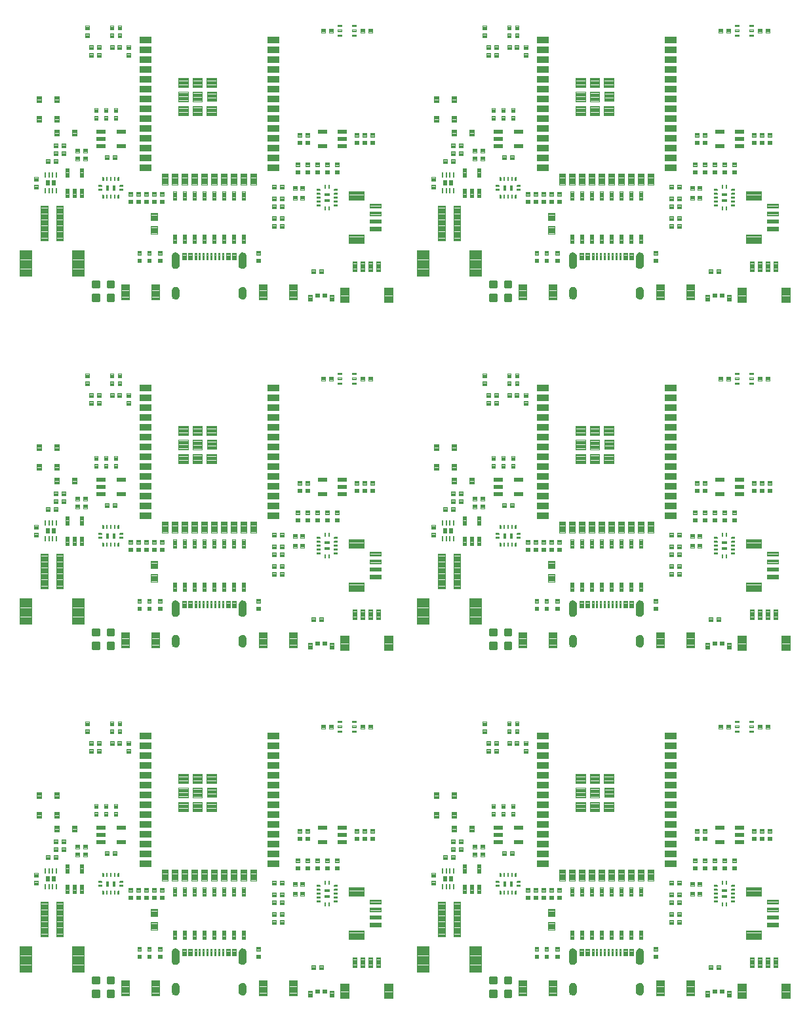
<source format=gtp>
G04 EAGLE Gerber RS-274X export*
G75*
%MOMM*%
%FSLAX34Y34*%
%LPD*%
%INSolderpaste Top*%
%IPPOS*%
%AMOC8*
5,1,8,0,0,1.08239X$1,22.5*%
G01*
%ADD10C,0.102000*%
%ADD11C,0.300000*%
%ADD12C,0.099000*%
%ADD13C,0.100800*%
%ADD14C,0.100000*%
%ADD15C,0.096000*%
%ADD16R,0.400000X0.800000*%
%ADD17C,0.106400*%
%ADD18R,0.250000X0.637500*%
%ADD19R,0.500000X0.640000*%
%ADD20R,0.800000X0.400000*%

G36*
X810080Y497341D02*
X810080Y497341D01*
X810081Y497341D01*
X811149Y497360D01*
X811156Y497365D01*
X811160Y497361D01*
X812197Y497617D01*
X812202Y497624D01*
X812208Y497621D01*
X813162Y498102D01*
X813166Y498109D01*
X813171Y498108D01*
X813995Y498789D01*
X813996Y498797D01*
X814002Y498797D01*
X814653Y499644D01*
X814653Y499652D01*
X814659Y499653D01*
X815106Y500624D01*
X815104Y500632D01*
X815109Y500634D01*
X815328Y501680D01*
X815325Y501687D01*
X815329Y501690D01*
X815329Y513690D01*
X815326Y513695D01*
X815329Y513698D01*
X815149Y514793D01*
X815143Y514799D01*
X815146Y514804D01*
X814727Y515832D01*
X814720Y515836D01*
X814722Y515841D01*
X814085Y516750D01*
X814077Y516753D01*
X814077Y516758D01*
X813254Y517502D01*
X813246Y517503D01*
X813245Y517509D01*
X812277Y518051D01*
X812268Y518050D01*
X812266Y518056D01*
X811202Y518369D01*
X811197Y518367D01*
X811193Y518367D01*
X811191Y518371D01*
X810083Y518439D01*
X810077Y518435D01*
X810073Y518439D01*
X808965Y518269D01*
X808959Y518263D01*
X808954Y518266D01*
X807912Y517854D01*
X807908Y517847D01*
X807903Y517849D01*
X806978Y517215D01*
X806976Y517207D01*
X806970Y517208D01*
X806210Y516385D01*
X806209Y516376D01*
X806203Y516376D01*
X805646Y515404D01*
X805647Y515396D01*
X805641Y515394D01*
X805314Y514322D01*
X805317Y514314D01*
X805312Y514311D01*
X805231Y513194D01*
X805232Y513191D01*
X805231Y513190D01*
X805231Y501190D01*
X805236Y501183D01*
X805232Y501179D01*
X805451Y500235D01*
X805457Y500229D01*
X805455Y500224D01*
X805879Y499352D01*
X805886Y499349D01*
X805884Y499343D01*
X806491Y498587D01*
X806499Y498585D01*
X806499Y498579D01*
X807259Y497978D01*
X807268Y497978D01*
X807269Y497972D01*
X808144Y497554D01*
X808152Y497556D01*
X808154Y497551D01*
X809100Y497339D01*
X809107Y497342D01*
X809111Y497337D01*
X810080Y497341D01*
G37*
G36*
X297000Y497341D02*
X297000Y497341D01*
X297001Y497341D01*
X298069Y497360D01*
X298076Y497365D01*
X298080Y497361D01*
X299117Y497617D01*
X299122Y497624D01*
X299128Y497621D01*
X300082Y498102D01*
X300086Y498109D01*
X300091Y498108D01*
X300915Y498789D01*
X300916Y498797D01*
X300922Y498797D01*
X301573Y499644D01*
X301573Y499652D01*
X301579Y499653D01*
X302026Y500624D01*
X302024Y500632D01*
X302029Y500634D01*
X302248Y501680D01*
X302245Y501687D01*
X302249Y501690D01*
X302249Y513690D01*
X302246Y513695D01*
X302249Y513698D01*
X302069Y514793D01*
X302063Y514799D01*
X302066Y514804D01*
X301647Y515832D01*
X301640Y515836D01*
X301642Y515841D01*
X301005Y516750D01*
X300997Y516753D01*
X300997Y516758D01*
X300174Y517502D01*
X300166Y517503D01*
X300165Y517509D01*
X299197Y518051D01*
X299188Y518050D01*
X299186Y518056D01*
X298122Y518369D01*
X298117Y518367D01*
X298113Y518367D01*
X298111Y518371D01*
X297003Y518439D01*
X296997Y518435D01*
X296993Y518439D01*
X295885Y518269D01*
X295879Y518263D01*
X295874Y518266D01*
X294832Y517854D01*
X294828Y517847D01*
X294823Y517849D01*
X293898Y517215D01*
X293896Y517207D01*
X293890Y517208D01*
X293130Y516385D01*
X293129Y516376D01*
X293123Y516376D01*
X292566Y515404D01*
X292567Y515396D01*
X292561Y515394D01*
X292234Y514322D01*
X292237Y514314D01*
X292232Y514311D01*
X292151Y513194D01*
X292152Y513191D01*
X292151Y513190D01*
X292151Y501190D01*
X292156Y501183D01*
X292152Y501179D01*
X292371Y500235D01*
X292377Y500229D01*
X292375Y500224D01*
X292799Y499352D01*
X292806Y499349D01*
X292804Y499343D01*
X293411Y498587D01*
X293419Y498585D01*
X293419Y498579D01*
X294179Y497978D01*
X294188Y497978D01*
X294189Y497972D01*
X295064Y497554D01*
X295072Y497556D01*
X295074Y497551D01*
X296020Y497339D01*
X296027Y497342D01*
X296031Y497337D01*
X297000Y497341D01*
G37*
G36*
X810080Y946921D02*
X810080Y946921D01*
X810081Y946921D01*
X811149Y946940D01*
X811156Y946945D01*
X811160Y946941D01*
X812197Y947197D01*
X812202Y947204D01*
X812208Y947201D01*
X813162Y947682D01*
X813166Y947689D01*
X813171Y947688D01*
X813995Y948369D01*
X813996Y948377D01*
X814002Y948377D01*
X814653Y949224D01*
X814653Y949232D01*
X814659Y949233D01*
X815106Y950204D01*
X815104Y950212D01*
X815109Y950214D01*
X815328Y951260D01*
X815325Y951267D01*
X815329Y951270D01*
X815329Y963270D01*
X815326Y963275D01*
X815329Y963278D01*
X815149Y964373D01*
X815143Y964379D01*
X815146Y964384D01*
X814727Y965412D01*
X814720Y965416D01*
X814722Y965421D01*
X814085Y966330D01*
X814077Y966333D01*
X814077Y966338D01*
X813254Y967082D01*
X813246Y967083D01*
X813245Y967089D01*
X812277Y967631D01*
X812268Y967630D01*
X812266Y967636D01*
X811202Y967949D01*
X811197Y967947D01*
X811193Y967947D01*
X811191Y967951D01*
X810083Y968019D01*
X810077Y968015D01*
X810073Y968019D01*
X808965Y967849D01*
X808959Y967843D01*
X808954Y967846D01*
X807912Y967434D01*
X807908Y967427D01*
X807903Y967429D01*
X806978Y966795D01*
X806976Y966787D01*
X806970Y966788D01*
X806210Y965965D01*
X806209Y965956D01*
X806203Y965956D01*
X805646Y964984D01*
X805647Y964976D01*
X805641Y964974D01*
X805314Y963902D01*
X805317Y963894D01*
X805312Y963891D01*
X805231Y962774D01*
X805232Y962771D01*
X805231Y962770D01*
X805231Y950770D01*
X805236Y950763D01*
X805232Y950759D01*
X805451Y949815D01*
X805457Y949809D01*
X805455Y949804D01*
X805879Y948932D01*
X805886Y948929D01*
X805884Y948923D01*
X806491Y948167D01*
X806499Y948165D01*
X806499Y948159D01*
X807259Y947558D01*
X807268Y947558D01*
X807269Y947552D01*
X808144Y947134D01*
X808152Y947136D01*
X808154Y947131D01*
X809100Y946919D01*
X809107Y946922D01*
X809111Y946917D01*
X810080Y946921D01*
G37*
G36*
X297000Y946921D02*
X297000Y946921D01*
X297001Y946921D01*
X298069Y946940D01*
X298076Y946945D01*
X298080Y946941D01*
X299117Y947197D01*
X299122Y947204D01*
X299128Y947201D01*
X300082Y947682D01*
X300086Y947689D01*
X300091Y947688D01*
X300915Y948369D01*
X300916Y948377D01*
X300922Y948377D01*
X301573Y949224D01*
X301573Y949232D01*
X301579Y949233D01*
X302026Y950204D01*
X302024Y950212D01*
X302029Y950214D01*
X302248Y951260D01*
X302245Y951267D01*
X302249Y951270D01*
X302249Y963270D01*
X302246Y963275D01*
X302249Y963278D01*
X302069Y964373D01*
X302063Y964379D01*
X302066Y964384D01*
X301647Y965412D01*
X301640Y965416D01*
X301642Y965421D01*
X301005Y966330D01*
X300997Y966333D01*
X300997Y966338D01*
X300174Y967082D01*
X300166Y967083D01*
X300165Y967089D01*
X299197Y967631D01*
X299188Y967630D01*
X299186Y967636D01*
X298122Y967949D01*
X298117Y967947D01*
X298113Y967947D01*
X298111Y967951D01*
X297003Y968019D01*
X296997Y968015D01*
X296993Y968019D01*
X295885Y967849D01*
X295879Y967843D01*
X295874Y967846D01*
X294832Y967434D01*
X294828Y967427D01*
X294823Y967429D01*
X293898Y966795D01*
X293896Y966787D01*
X293890Y966788D01*
X293130Y965965D01*
X293129Y965956D01*
X293123Y965956D01*
X292566Y964984D01*
X292567Y964976D01*
X292561Y964974D01*
X292234Y963902D01*
X292237Y963894D01*
X292232Y963891D01*
X292151Y962774D01*
X292152Y962771D01*
X292151Y962770D01*
X292151Y950770D01*
X292156Y950763D01*
X292152Y950759D01*
X292371Y949815D01*
X292377Y949809D01*
X292375Y949804D01*
X292799Y948932D01*
X292806Y948929D01*
X292804Y948923D01*
X293411Y948167D01*
X293419Y948165D01*
X293419Y948159D01*
X294179Y947558D01*
X294188Y947558D01*
X294189Y947552D01*
X295064Y947134D01*
X295072Y947136D01*
X295074Y947131D01*
X296020Y946919D01*
X296027Y946922D01*
X296031Y946917D01*
X297000Y946921D01*
G37*
G36*
X297000Y47761D02*
X297000Y47761D01*
X297001Y47761D01*
X298069Y47780D01*
X298076Y47785D01*
X298080Y47781D01*
X299117Y48037D01*
X299122Y48044D01*
X299128Y48041D01*
X300082Y48522D01*
X300086Y48529D01*
X300091Y48528D01*
X300915Y49209D01*
X300916Y49217D01*
X300922Y49217D01*
X301573Y50064D01*
X301573Y50072D01*
X301579Y50073D01*
X302026Y51044D01*
X302024Y51052D01*
X302029Y51054D01*
X302248Y52100D01*
X302245Y52107D01*
X302249Y52110D01*
X302249Y64110D01*
X302246Y64115D01*
X302249Y64118D01*
X302069Y65213D01*
X302063Y65219D01*
X302066Y65224D01*
X301647Y66252D01*
X301640Y66256D01*
X301642Y66261D01*
X301005Y67170D01*
X300997Y67173D01*
X300997Y67178D01*
X300174Y67922D01*
X300166Y67923D01*
X300165Y67929D01*
X299197Y68471D01*
X299188Y68470D01*
X299186Y68476D01*
X298122Y68789D01*
X298117Y68787D01*
X298113Y68787D01*
X298111Y68791D01*
X297003Y68859D01*
X296997Y68855D01*
X296993Y68859D01*
X295885Y68689D01*
X295879Y68683D01*
X295874Y68686D01*
X294832Y68274D01*
X294828Y68267D01*
X294823Y68269D01*
X293898Y67635D01*
X293896Y67627D01*
X293890Y67628D01*
X293130Y66805D01*
X293129Y66796D01*
X293123Y66796D01*
X292566Y65824D01*
X292567Y65816D01*
X292561Y65814D01*
X292234Y64742D01*
X292237Y64734D01*
X292232Y64731D01*
X292151Y63614D01*
X292152Y63611D01*
X292151Y63610D01*
X292151Y51610D01*
X292156Y51603D01*
X292152Y51599D01*
X292371Y50655D01*
X292377Y50649D01*
X292375Y50644D01*
X292799Y49772D01*
X292806Y49769D01*
X292804Y49763D01*
X293411Y49007D01*
X293419Y49005D01*
X293419Y48999D01*
X294179Y48398D01*
X294188Y48398D01*
X294189Y48392D01*
X295064Y47974D01*
X295072Y47976D01*
X295074Y47971D01*
X296020Y47759D01*
X296027Y47762D01*
X296031Y47757D01*
X297000Y47761D01*
G37*
G36*
X810080Y47761D02*
X810080Y47761D01*
X810081Y47761D01*
X811149Y47780D01*
X811156Y47785D01*
X811160Y47781D01*
X812197Y48037D01*
X812202Y48044D01*
X812208Y48041D01*
X813162Y48522D01*
X813166Y48529D01*
X813171Y48528D01*
X813995Y49209D01*
X813996Y49217D01*
X814002Y49217D01*
X814653Y50064D01*
X814653Y50072D01*
X814659Y50073D01*
X815106Y51044D01*
X815104Y51052D01*
X815109Y51054D01*
X815328Y52100D01*
X815325Y52107D01*
X815329Y52110D01*
X815329Y64110D01*
X815326Y64115D01*
X815329Y64118D01*
X815149Y65213D01*
X815143Y65219D01*
X815146Y65224D01*
X814727Y66252D01*
X814720Y66256D01*
X814722Y66261D01*
X814085Y67170D01*
X814077Y67173D01*
X814077Y67178D01*
X813254Y67922D01*
X813246Y67923D01*
X813245Y67929D01*
X812277Y68471D01*
X812268Y68470D01*
X812266Y68476D01*
X811202Y68789D01*
X811197Y68787D01*
X811193Y68787D01*
X811191Y68791D01*
X810083Y68859D01*
X810077Y68855D01*
X810073Y68859D01*
X808965Y68689D01*
X808959Y68683D01*
X808954Y68686D01*
X807912Y68274D01*
X807908Y68267D01*
X807903Y68269D01*
X806978Y67635D01*
X806976Y67627D01*
X806970Y67628D01*
X806210Y66805D01*
X806209Y66796D01*
X806203Y66796D01*
X805646Y65824D01*
X805647Y65816D01*
X805641Y65814D01*
X805314Y64742D01*
X805317Y64734D01*
X805312Y64731D01*
X805231Y63614D01*
X805232Y63611D01*
X805231Y63610D01*
X805231Y51610D01*
X805236Y51603D01*
X805232Y51599D01*
X805451Y50655D01*
X805457Y50649D01*
X805455Y50644D01*
X805879Y49772D01*
X805886Y49769D01*
X805884Y49763D01*
X806491Y49007D01*
X806499Y49005D01*
X806499Y48999D01*
X807259Y48398D01*
X807268Y48398D01*
X807269Y48392D01*
X808144Y47974D01*
X808152Y47976D01*
X808154Y47971D01*
X809100Y47759D01*
X809107Y47762D01*
X809111Y47757D01*
X810080Y47761D01*
G37*
G36*
X724661Y497350D02*
X724661Y497350D01*
X724668Y497355D01*
X724672Y497351D01*
X725724Y497601D01*
X725729Y497607D01*
X725734Y497604D01*
X726704Y498081D01*
X726707Y498089D01*
X726713Y498087D01*
X727552Y498768D01*
X727554Y498776D01*
X727560Y498776D01*
X728226Y499627D01*
X728227Y499635D01*
X728232Y499636D01*
X728693Y500613D01*
X728691Y500621D01*
X728697Y500624D01*
X728928Y501679D01*
X728925Y501687D01*
X728929Y501690D01*
X728929Y513690D01*
X728925Y513695D01*
X728929Y513698D01*
X728736Y514804D01*
X728730Y514809D01*
X728733Y514814D01*
X728300Y515849D01*
X728293Y515853D01*
X728295Y515858D01*
X727642Y516771D01*
X727634Y516773D01*
X727635Y516779D01*
X726796Y517523D01*
X726787Y517524D01*
X726787Y517529D01*
X725803Y518068D01*
X725795Y518067D01*
X725793Y518072D01*
X724714Y518379D01*
X724706Y518376D01*
X724703Y518381D01*
X723583Y518439D01*
X723578Y518436D01*
X723575Y518439D01*
X722529Y518321D01*
X722523Y518315D01*
X722518Y518319D01*
X721524Y517971D01*
X721520Y517964D01*
X721515Y517966D01*
X720623Y517406D01*
X720621Y517399D01*
X720615Y517399D01*
X719871Y516655D01*
X719869Y516647D01*
X719864Y516647D01*
X719304Y515755D01*
X719304Y515747D01*
X719299Y515746D01*
X718951Y514752D01*
X718954Y514744D01*
X718949Y514741D01*
X718831Y513696D01*
X718833Y513692D01*
X718831Y513690D01*
X718831Y501690D01*
X718834Y501685D01*
X718831Y501682D01*
X718989Y500686D01*
X718995Y500680D01*
X718992Y500675D01*
X719367Y499739D01*
X719374Y499735D01*
X719372Y499729D01*
X719946Y498900D01*
X719954Y498897D01*
X719953Y498892D01*
X720697Y498211D01*
X720706Y498210D01*
X720706Y498204D01*
X721583Y497706D01*
X721592Y497707D01*
X721594Y497702D01*
X722559Y497411D01*
X722567Y497414D01*
X722570Y497409D01*
X723577Y497341D01*
X723579Y497342D01*
X723580Y497341D01*
X724661Y497350D01*
G37*
G36*
X211581Y497350D02*
X211581Y497350D01*
X211588Y497355D01*
X211592Y497351D01*
X212644Y497601D01*
X212649Y497607D01*
X212654Y497604D01*
X213624Y498081D01*
X213627Y498089D01*
X213633Y498087D01*
X214472Y498768D01*
X214474Y498776D01*
X214480Y498776D01*
X215146Y499627D01*
X215147Y499635D01*
X215152Y499636D01*
X215613Y500613D01*
X215611Y500621D01*
X215617Y500624D01*
X215848Y501679D01*
X215845Y501687D01*
X215849Y501690D01*
X215849Y513690D01*
X215845Y513695D01*
X215849Y513698D01*
X215656Y514804D01*
X215650Y514809D01*
X215653Y514814D01*
X215220Y515849D01*
X215213Y515853D01*
X215215Y515858D01*
X214562Y516771D01*
X214554Y516773D01*
X214555Y516779D01*
X213716Y517523D01*
X213707Y517524D01*
X213707Y517529D01*
X212723Y518068D01*
X212715Y518067D01*
X212713Y518072D01*
X211634Y518379D01*
X211626Y518376D01*
X211623Y518381D01*
X210503Y518439D01*
X210498Y518436D01*
X210495Y518439D01*
X209449Y518321D01*
X209443Y518315D01*
X209438Y518319D01*
X208444Y517971D01*
X208440Y517964D01*
X208435Y517966D01*
X207543Y517406D01*
X207541Y517399D01*
X207535Y517399D01*
X206791Y516655D01*
X206789Y516647D01*
X206784Y516647D01*
X206224Y515755D01*
X206224Y515747D01*
X206219Y515746D01*
X205871Y514752D01*
X205874Y514744D01*
X205869Y514741D01*
X205751Y513696D01*
X205753Y513692D01*
X205751Y513690D01*
X205751Y501690D01*
X205754Y501685D01*
X205751Y501682D01*
X205909Y500686D01*
X205915Y500680D01*
X205912Y500675D01*
X206287Y499739D01*
X206294Y499735D01*
X206292Y499729D01*
X206866Y498900D01*
X206874Y498897D01*
X206873Y498892D01*
X207617Y498211D01*
X207626Y498210D01*
X207626Y498204D01*
X208503Y497706D01*
X208512Y497707D01*
X208514Y497702D01*
X209479Y497411D01*
X209487Y497414D01*
X209490Y497409D01*
X210497Y497341D01*
X210499Y497342D01*
X210500Y497341D01*
X211581Y497350D01*
G37*
G36*
X724661Y946930D02*
X724661Y946930D01*
X724668Y946935D01*
X724672Y946931D01*
X725724Y947181D01*
X725729Y947187D01*
X725734Y947184D01*
X726704Y947661D01*
X726707Y947669D01*
X726713Y947667D01*
X727552Y948348D01*
X727554Y948356D01*
X727560Y948356D01*
X728226Y949207D01*
X728227Y949215D01*
X728232Y949216D01*
X728693Y950193D01*
X728691Y950201D01*
X728697Y950204D01*
X728928Y951259D01*
X728925Y951267D01*
X728929Y951270D01*
X728929Y963270D01*
X728925Y963275D01*
X728929Y963278D01*
X728736Y964384D01*
X728730Y964389D01*
X728733Y964394D01*
X728300Y965429D01*
X728293Y965433D01*
X728295Y965438D01*
X727642Y966351D01*
X727634Y966353D01*
X727635Y966359D01*
X726796Y967103D01*
X726787Y967104D01*
X726787Y967109D01*
X725803Y967648D01*
X725795Y967647D01*
X725793Y967652D01*
X724714Y967959D01*
X724706Y967956D01*
X724703Y967961D01*
X723583Y968019D01*
X723578Y968016D01*
X723575Y968019D01*
X722529Y967901D01*
X722523Y967895D01*
X722518Y967899D01*
X721524Y967551D01*
X721520Y967544D01*
X721515Y967546D01*
X720623Y966986D01*
X720621Y966979D01*
X720615Y966979D01*
X719871Y966235D01*
X719869Y966227D01*
X719864Y966227D01*
X719304Y965335D01*
X719304Y965327D01*
X719299Y965326D01*
X718951Y964332D01*
X718954Y964324D01*
X718949Y964321D01*
X718831Y963276D01*
X718833Y963272D01*
X718831Y963270D01*
X718831Y951270D01*
X718834Y951265D01*
X718831Y951262D01*
X718989Y950266D01*
X718995Y950260D01*
X718992Y950255D01*
X719367Y949319D01*
X719374Y949315D01*
X719372Y949309D01*
X719946Y948480D01*
X719954Y948477D01*
X719953Y948472D01*
X720697Y947791D01*
X720706Y947790D01*
X720706Y947784D01*
X721583Y947286D01*
X721592Y947287D01*
X721594Y947282D01*
X722559Y946991D01*
X722567Y946994D01*
X722570Y946989D01*
X723577Y946921D01*
X723579Y946922D01*
X723580Y946921D01*
X724661Y946930D01*
G37*
G36*
X211581Y946930D02*
X211581Y946930D01*
X211588Y946935D01*
X211592Y946931D01*
X212644Y947181D01*
X212649Y947187D01*
X212654Y947184D01*
X213624Y947661D01*
X213627Y947669D01*
X213633Y947667D01*
X214472Y948348D01*
X214474Y948356D01*
X214480Y948356D01*
X215146Y949207D01*
X215147Y949215D01*
X215152Y949216D01*
X215613Y950193D01*
X215611Y950201D01*
X215617Y950204D01*
X215848Y951259D01*
X215845Y951267D01*
X215849Y951270D01*
X215849Y963270D01*
X215845Y963275D01*
X215849Y963278D01*
X215656Y964384D01*
X215650Y964389D01*
X215653Y964394D01*
X215220Y965429D01*
X215213Y965433D01*
X215215Y965438D01*
X214562Y966351D01*
X214554Y966353D01*
X214555Y966359D01*
X213716Y967103D01*
X213707Y967104D01*
X213707Y967109D01*
X212723Y967648D01*
X212715Y967647D01*
X212713Y967652D01*
X211634Y967959D01*
X211626Y967956D01*
X211623Y967961D01*
X210503Y968019D01*
X210498Y968016D01*
X210495Y968019D01*
X209449Y967901D01*
X209443Y967895D01*
X209438Y967899D01*
X208444Y967551D01*
X208440Y967544D01*
X208435Y967546D01*
X207543Y966986D01*
X207541Y966979D01*
X207535Y966979D01*
X206791Y966235D01*
X206789Y966227D01*
X206784Y966227D01*
X206224Y965335D01*
X206224Y965327D01*
X206219Y965326D01*
X205871Y964332D01*
X205874Y964324D01*
X205869Y964321D01*
X205751Y963276D01*
X205753Y963272D01*
X205751Y963270D01*
X205751Y951270D01*
X205754Y951265D01*
X205751Y951262D01*
X205909Y950266D01*
X205915Y950260D01*
X205912Y950255D01*
X206287Y949319D01*
X206294Y949315D01*
X206292Y949309D01*
X206866Y948480D01*
X206874Y948477D01*
X206873Y948472D01*
X207617Y947791D01*
X207626Y947790D01*
X207626Y947784D01*
X208503Y947286D01*
X208512Y947287D01*
X208514Y947282D01*
X209479Y946991D01*
X209487Y946994D01*
X209490Y946989D01*
X210497Y946921D01*
X210499Y946922D01*
X210500Y946921D01*
X211581Y946930D01*
G37*
G36*
X211581Y47770D02*
X211581Y47770D01*
X211588Y47775D01*
X211592Y47771D01*
X212644Y48021D01*
X212649Y48027D01*
X212654Y48024D01*
X213624Y48501D01*
X213627Y48509D01*
X213633Y48507D01*
X214472Y49188D01*
X214474Y49196D01*
X214480Y49196D01*
X215146Y50047D01*
X215147Y50055D01*
X215152Y50056D01*
X215613Y51033D01*
X215611Y51041D01*
X215617Y51044D01*
X215848Y52099D01*
X215845Y52107D01*
X215849Y52110D01*
X215849Y64110D01*
X215845Y64115D01*
X215849Y64118D01*
X215656Y65224D01*
X215650Y65229D01*
X215653Y65234D01*
X215220Y66269D01*
X215213Y66273D01*
X215215Y66278D01*
X214562Y67191D01*
X214554Y67193D01*
X214555Y67199D01*
X213716Y67943D01*
X213707Y67944D01*
X213707Y67949D01*
X212723Y68488D01*
X212715Y68487D01*
X212713Y68492D01*
X211634Y68799D01*
X211626Y68796D01*
X211623Y68801D01*
X210503Y68859D01*
X210498Y68856D01*
X210495Y68859D01*
X209449Y68741D01*
X209443Y68735D01*
X209438Y68739D01*
X208444Y68391D01*
X208440Y68384D01*
X208435Y68386D01*
X207543Y67826D01*
X207541Y67819D01*
X207535Y67819D01*
X206791Y67075D01*
X206789Y67067D01*
X206784Y67067D01*
X206224Y66175D01*
X206224Y66167D01*
X206219Y66166D01*
X205871Y65172D01*
X205874Y65164D01*
X205869Y65161D01*
X205751Y64116D01*
X205753Y64112D01*
X205751Y64110D01*
X205751Y52110D01*
X205754Y52105D01*
X205751Y52102D01*
X205909Y51106D01*
X205915Y51100D01*
X205912Y51095D01*
X206287Y50159D01*
X206294Y50155D01*
X206292Y50149D01*
X206866Y49320D01*
X206874Y49317D01*
X206873Y49312D01*
X207617Y48631D01*
X207626Y48630D01*
X207626Y48624D01*
X208503Y48126D01*
X208512Y48127D01*
X208514Y48122D01*
X209479Y47831D01*
X209487Y47834D01*
X209490Y47829D01*
X210497Y47761D01*
X210499Y47762D01*
X210500Y47761D01*
X211581Y47770D01*
G37*
G36*
X724661Y47770D02*
X724661Y47770D01*
X724668Y47775D01*
X724672Y47771D01*
X725724Y48021D01*
X725729Y48027D01*
X725734Y48024D01*
X726704Y48501D01*
X726707Y48509D01*
X726713Y48507D01*
X727552Y49188D01*
X727554Y49196D01*
X727560Y49196D01*
X728226Y50047D01*
X728227Y50055D01*
X728232Y50056D01*
X728693Y51033D01*
X728691Y51041D01*
X728697Y51044D01*
X728928Y52099D01*
X728925Y52107D01*
X728929Y52110D01*
X728929Y64110D01*
X728925Y64115D01*
X728929Y64118D01*
X728736Y65224D01*
X728730Y65229D01*
X728733Y65234D01*
X728300Y66269D01*
X728293Y66273D01*
X728295Y66278D01*
X727642Y67191D01*
X727634Y67193D01*
X727635Y67199D01*
X726796Y67943D01*
X726787Y67944D01*
X726787Y67949D01*
X725803Y68488D01*
X725795Y68487D01*
X725793Y68492D01*
X724714Y68799D01*
X724706Y68796D01*
X724703Y68801D01*
X723583Y68859D01*
X723578Y68856D01*
X723575Y68859D01*
X722529Y68741D01*
X722523Y68735D01*
X722518Y68739D01*
X721524Y68391D01*
X721520Y68384D01*
X721515Y68386D01*
X720623Y67826D01*
X720621Y67819D01*
X720615Y67819D01*
X719871Y67075D01*
X719869Y67067D01*
X719864Y67067D01*
X719304Y66175D01*
X719304Y66167D01*
X719299Y66166D01*
X718951Y65172D01*
X718954Y65164D01*
X718949Y65161D01*
X718831Y64116D01*
X718833Y64112D01*
X718831Y64110D01*
X718831Y52110D01*
X718834Y52105D01*
X718831Y52102D01*
X718989Y51106D01*
X718995Y51100D01*
X718992Y51095D01*
X719367Y50159D01*
X719374Y50155D01*
X719372Y50149D01*
X719946Y49320D01*
X719954Y49317D01*
X719953Y49312D01*
X720697Y48631D01*
X720706Y48630D01*
X720706Y48624D01*
X721583Y48126D01*
X721592Y48127D01*
X721594Y48122D01*
X722559Y47831D01*
X722567Y47834D01*
X722570Y47829D01*
X723577Y47761D01*
X723579Y47762D01*
X723580Y47761D01*
X724661Y47770D01*
G37*
G36*
X297504Y457845D02*
X297504Y457845D01*
X297507Y457841D01*
X298583Y457996D01*
X298588Y458002D01*
X298593Y457999D01*
X299607Y458389D01*
X299611Y458396D01*
X299617Y458395D01*
X300519Y459001D01*
X300521Y459009D01*
X300527Y459008D01*
X301271Y459800D01*
X301272Y459808D01*
X301278Y459808D01*
X301827Y460746D01*
X301826Y460754D01*
X301832Y460756D01*
X302159Y461792D01*
X302156Y461800D01*
X302161Y461803D01*
X302249Y462886D01*
X302247Y462889D01*
X302249Y462890D01*
X302249Y468890D01*
X302246Y468894D01*
X302249Y468896D01*
X302099Y470029D01*
X302093Y470035D01*
X302096Y470040D01*
X301698Y471110D01*
X301691Y471114D01*
X301693Y471120D01*
X301066Y472075D01*
X301058Y472078D01*
X301059Y472083D01*
X300236Y472875D01*
X300228Y472876D01*
X300227Y472882D01*
X299248Y473471D01*
X299240Y473470D01*
X299238Y473475D01*
X298153Y473831D01*
X298145Y473829D01*
X298142Y473833D01*
X297005Y473939D01*
X296996Y473934D01*
X296991Y473938D01*
X295854Y473731D01*
X295848Y473725D01*
X295843Y473728D01*
X294781Y473273D01*
X294777Y473266D01*
X294771Y473268D01*
X293836Y472588D01*
X293834Y472580D01*
X293828Y472581D01*
X293068Y471710D01*
X293068Y471702D01*
X293062Y471701D01*
X292515Y470682D01*
X292516Y470674D01*
X292511Y470672D01*
X292507Y470659D01*
X292494Y470610D01*
X292493Y470610D01*
X292494Y470610D01*
X292480Y470561D01*
X292466Y470511D01*
X292453Y470462D01*
X292439Y470413D01*
X292426Y470364D01*
X292412Y470314D01*
X292399Y470265D01*
X292385Y470216D01*
X292371Y470167D01*
X292358Y470117D01*
X292344Y470068D01*
X292331Y470019D01*
X292317Y469970D01*
X292304Y469920D01*
X292290Y469871D01*
X292277Y469822D01*
X292276Y469822D01*
X292263Y469773D01*
X292249Y469723D01*
X292204Y469558D01*
X292207Y469550D01*
X292202Y469547D01*
X292151Y468392D01*
X292152Y468391D01*
X292151Y468390D01*
X292151Y462390D01*
X292155Y462384D01*
X292152Y462381D01*
X292364Y461300D01*
X292370Y461295D01*
X292367Y461290D01*
X292814Y460284D01*
X292821Y460280D01*
X292819Y460274D01*
X293479Y459393D01*
X293487Y459390D01*
X293487Y459385D01*
X294326Y458672D01*
X294334Y458672D01*
X294335Y458666D01*
X295312Y458158D01*
X295320Y458159D01*
X295322Y458154D01*
X296387Y457876D01*
X296395Y457879D01*
X296398Y457875D01*
X297499Y457841D01*
X297504Y457845D01*
G37*
G36*
X297504Y907425D02*
X297504Y907425D01*
X297507Y907421D01*
X298583Y907576D01*
X298588Y907582D01*
X298593Y907579D01*
X299607Y907969D01*
X299611Y907976D01*
X299617Y907975D01*
X300519Y908581D01*
X300521Y908589D01*
X300527Y908588D01*
X301271Y909380D01*
X301272Y909388D01*
X301278Y909388D01*
X301827Y910326D01*
X301826Y910334D01*
X301832Y910336D01*
X302159Y911372D01*
X302156Y911380D01*
X302161Y911383D01*
X302249Y912466D01*
X302247Y912469D01*
X302249Y912470D01*
X302249Y918470D01*
X302246Y918474D01*
X302249Y918476D01*
X302099Y919609D01*
X302093Y919615D01*
X302096Y919620D01*
X301698Y920690D01*
X301691Y920694D01*
X301693Y920700D01*
X301066Y921655D01*
X301058Y921658D01*
X301059Y921663D01*
X300236Y922455D01*
X300228Y922456D01*
X300227Y922462D01*
X299248Y923051D01*
X299240Y923050D01*
X299238Y923055D01*
X298153Y923411D01*
X298145Y923409D01*
X298142Y923413D01*
X297005Y923519D01*
X296996Y923514D01*
X296991Y923518D01*
X295854Y923311D01*
X295848Y923305D01*
X295843Y923308D01*
X294781Y922853D01*
X294777Y922846D01*
X294771Y922848D01*
X293836Y922168D01*
X293834Y922160D01*
X293828Y922161D01*
X293068Y921290D01*
X293068Y921282D01*
X293062Y921281D01*
X292515Y920262D01*
X292516Y920254D01*
X292511Y920252D01*
X292507Y920239D01*
X292494Y920190D01*
X292493Y920190D01*
X292494Y920190D01*
X292480Y920141D01*
X292466Y920091D01*
X292453Y920042D01*
X292439Y919993D01*
X292426Y919944D01*
X292412Y919894D01*
X292399Y919845D01*
X292385Y919796D01*
X292371Y919747D01*
X292358Y919697D01*
X292344Y919648D01*
X292331Y919599D01*
X292317Y919550D01*
X292304Y919500D01*
X292290Y919451D01*
X292277Y919402D01*
X292276Y919402D01*
X292263Y919353D01*
X292249Y919303D01*
X292204Y919138D01*
X292207Y919130D01*
X292202Y919127D01*
X292151Y917972D01*
X292152Y917971D01*
X292151Y917970D01*
X292151Y911970D01*
X292155Y911964D01*
X292152Y911961D01*
X292364Y910880D01*
X292370Y910875D01*
X292367Y910870D01*
X292814Y909864D01*
X292821Y909860D01*
X292819Y909854D01*
X293479Y908973D01*
X293487Y908970D01*
X293487Y908965D01*
X294326Y908252D01*
X294334Y908252D01*
X294335Y908246D01*
X295312Y907738D01*
X295320Y907739D01*
X295322Y907734D01*
X296387Y907456D01*
X296395Y907459D01*
X296398Y907455D01*
X297499Y907421D01*
X297504Y907425D01*
G37*
G36*
X810584Y907425D02*
X810584Y907425D01*
X810587Y907421D01*
X811663Y907576D01*
X811668Y907582D01*
X811673Y907579D01*
X812687Y907969D01*
X812691Y907976D01*
X812697Y907975D01*
X813599Y908581D01*
X813601Y908589D01*
X813607Y908588D01*
X814351Y909380D01*
X814352Y909388D01*
X814358Y909388D01*
X814907Y910326D01*
X814906Y910334D01*
X814912Y910336D01*
X815239Y911372D01*
X815236Y911380D01*
X815241Y911383D01*
X815329Y912466D01*
X815327Y912469D01*
X815329Y912470D01*
X815329Y918470D01*
X815326Y918474D01*
X815329Y918476D01*
X815179Y919609D01*
X815173Y919615D01*
X815176Y919620D01*
X814778Y920690D01*
X814771Y920694D01*
X814773Y920700D01*
X814146Y921655D01*
X814138Y921658D01*
X814139Y921663D01*
X813316Y922455D01*
X813308Y922456D01*
X813307Y922462D01*
X812328Y923051D01*
X812320Y923050D01*
X812318Y923055D01*
X811233Y923411D01*
X811225Y923409D01*
X811222Y923413D01*
X810085Y923519D01*
X810076Y923514D01*
X810071Y923518D01*
X808934Y923311D01*
X808928Y923305D01*
X808923Y923308D01*
X807861Y922853D01*
X807857Y922846D01*
X807851Y922848D01*
X806916Y922168D01*
X806914Y922160D01*
X806908Y922161D01*
X806148Y921290D01*
X806148Y921282D01*
X806142Y921281D01*
X805595Y920262D01*
X805596Y920254D01*
X805591Y920252D01*
X805587Y920239D01*
X805574Y920190D01*
X805573Y920190D01*
X805574Y920190D01*
X805560Y920141D01*
X805546Y920091D01*
X805533Y920042D01*
X805519Y919993D01*
X805506Y919944D01*
X805492Y919894D01*
X805479Y919845D01*
X805465Y919796D01*
X805451Y919747D01*
X805438Y919697D01*
X805424Y919648D01*
X805411Y919599D01*
X805397Y919550D01*
X805384Y919500D01*
X805370Y919451D01*
X805357Y919402D01*
X805356Y919402D01*
X805343Y919353D01*
X805329Y919303D01*
X805284Y919138D01*
X805287Y919130D01*
X805282Y919127D01*
X805231Y917972D01*
X805232Y917971D01*
X805231Y917970D01*
X805231Y911970D01*
X805235Y911964D01*
X805232Y911961D01*
X805444Y910880D01*
X805450Y910875D01*
X805447Y910870D01*
X805894Y909864D01*
X805901Y909860D01*
X805899Y909854D01*
X806559Y908973D01*
X806567Y908970D01*
X806567Y908965D01*
X807406Y908252D01*
X807414Y908252D01*
X807415Y908246D01*
X808392Y907738D01*
X808400Y907739D01*
X808402Y907734D01*
X809467Y907456D01*
X809475Y907459D01*
X809478Y907455D01*
X810579Y907421D01*
X810584Y907425D01*
G37*
G36*
X297504Y8265D02*
X297504Y8265D01*
X297507Y8261D01*
X298583Y8416D01*
X298588Y8422D01*
X298593Y8419D01*
X299607Y8809D01*
X299611Y8816D01*
X299617Y8815D01*
X300519Y9421D01*
X300521Y9429D01*
X300527Y9428D01*
X301271Y10220D01*
X301272Y10228D01*
X301278Y10228D01*
X301827Y11166D01*
X301826Y11174D01*
X301832Y11176D01*
X302159Y12212D01*
X302156Y12220D01*
X302161Y12223D01*
X302249Y13306D01*
X302247Y13309D01*
X302249Y13310D01*
X302249Y19310D01*
X302246Y19314D01*
X302249Y19316D01*
X302099Y20449D01*
X302093Y20455D01*
X302096Y20460D01*
X301698Y21530D01*
X301691Y21534D01*
X301693Y21540D01*
X301066Y22495D01*
X301058Y22498D01*
X301059Y22503D01*
X300236Y23295D01*
X300228Y23296D01*
X300227Y23302D01*
X299248Y23891D01*
X299240Y23890D01*
X299238Y23895D01*
X298153Y24251D01*
X298145Y24249D01*
X298142Y24253D01*
X297005Y24359D01*
X296996Y24354D01*
X296991Y24358D01*
X295854Y24151D01*
X295848Y24145D01*
X295843Y24148D01*
X294781Y23693D01*
X294777Y23686D01*
X294771Y23688D01*
X293836Y23008D01*
X293834Y23000D01*
X293828Y23001D01*
X293068Y22130D01*
X293068Y22122D01*
X293062Y22121D01*
X292515Y21102D01*
X292516Y21094D01*
X292511Y21092D01*
X292507Y21079D01*
X292494Y21030D01*
X292493Y21030D01*
X292494Y21030D01*
X292480Y20981D01*
X292466Y20931D01*
X292453Y20882D01*
X292439Y20833D01*
X292426Y20784D01*
X292412Y20734D01*
X292399Y20685D01*
X292385Y20636D01*
X292371Y20587D01*
X292358Y20537D01*
X292344Y20488D01*
X292331Y20439D01*
X292317Y20390D01*
X292304Y20340D01*
X292290Y20291D01*
X292277Y20242D01*
X292276Y20242D01*
X292263Y20193D01*
X292249Y20143D01*
X292204Y19978D01*
X292207Y19970D01*
X292202Y19967D01*
X292151Y18812D01*
X292152Y18811D01*
X292151Y18810D01*
X292151Y12810D01*
X292155Y12804D01*
X292152Y12801D01*
X292364Y11720D01*
X292370Y11715D01*
X292367Y11710D01*
X292814Y10704D01*
X292821Y10700D01*
X292819Y10694D01*
X293479Y9813D01*
X293487Y9810D01*
X293487Y9805D01*
X294326Y9092D01*
X294334Y9092D01*
X294335Y9086D01*
X295312Y8578D01*
X295320Y8579D01*
X295322Y8574D01*
X296387Y8296D01*
X296395Y8299D01*
X296398Y8295D01*
X297499Y8261D01*
X297504Y8265D01*
G37*
G36*
X810584Y8265D02*
X810584Y8265D01*
X810587Y8261D01*
X811663Y8416D01*
X811668Y8422D01*
X811673Y8419D01*
X812687Y8809D01*
X812691Y8816D01*
X812697Y8815D01*
X813599Y9421D01*
X813601Y9429D01*
X813607Y9428D01*
X814351Y10220D01*
X814352Y10228D01*
X814358Y10228D01*
X814907Y11166D01*
X814906Y11174D01*
X814912Y11176D01*
X815239Y12212D01*
X815236Y12220D01*
X815241Y12223D01*
X815329Y13306D01*
X815327Y13309D01*
X815329Y13310D01*
X815329Y19310D01*
X815326Y19314D01*
X815329Y19316D01*
X815179Y20449D01*
X815173Y20455D01*
X815176Y20460D01*
X814778Y21530D01*
X814771Y21534D01*
X814773Y21540D01*
X814146Y22495D01*
X814138Y22498D01*
X814139Y22503D01*
X813316Y23295D01*
X813308Y23296D01*
X813307Y23302D01*
X812328Y23891D01*
X812320Y23890D01*
X812318Y23895D01*
X811233Y24251D01*
X811225Y24249D01*
X811222Y24253D01*
X810085Y24359D01*
X810076Y24354D01*
X810071Y24358D01*
X808934Y24151D01*
X808928Y24145D01*
X808923Y24148D01*
X807861Y23693D01*
X807857Y23686D01*
X807851Y23688D01*
X806916Y23008D01*
X806914Y23000D01*
X806908Y23001D01*
X806148Y22130D01*
X806148Y22122D01*
X806142Y22121D01*
X805595Y21102D01*
X805596Y21094D01*
X805591Y21092D01*
X805587Y21079D01*
X805574Y21030D01*
X805573Y21030D01*
X805574Y21030D01*
X805560Y20981D01*
X805546Y20931D01*
X805533Y20882D01*
X805519Y20833D01*
X805506Y20784D01*
X805492Y20734D01*
X805479Y20685D01*
X805465Y20636D01*
X805451Y20587D01*
X805438Y20537D01*
X805424Y20488D01*
X805411Y20439D01*
X805397Y20390D01*
X805384Y20340D01*
X805370Y20291D01*
X805357Y20242D01*
X805356Y20242D01*
X805343Y20193D01*
X805329Y20143D01*
X805284Y19978D01*
X805287Y19970D01*
X805282Y19967D01*
X805231Y18812D01*
X805232Y18811D01*
X805231Y18810D01*
X805231Y12810D01*
X805235Y12804D01*
X805232Y12801D01*
X805444Y11720D01*
X805450Y11715D01*
X805447Y11710D01*
X805894Y10704D01*
X805901Y10700D01*
X805899Y10694D01*
X806559Y9813D01*
X806567Y9810D01*
X806567Y9805D01*
X807406Y9092D01*
X807414Y9092D01*
X807415Y9086D01*
X808392Y8578D01*
X808400Y8579D01*
X808402Y8574D01*
X809467Y8296D01*
X809475Y8299D01*
X809478Y8295D01*
X810579Y8261D01*
X810584Y8265D01*
G37*
G36*
X810584Y457845D02*
X810584Y457845D01*
X810587Y457841D01*
X811663Y457996D01*
X811668Y458002D01*
X811673Y457999D01*
X812687Y458389D01*
X812691Y458396D01*
X812697Y458395D01*
X813599Y459001D01*
X813601Y459009D01*
X813607Y459008D01*
X814351Y459800D01*
X814352Y459808D01*
X814358Y459808D01*
X814907Y460746D01*
X814906Y460754D01*
X814912Y460756D01*
X815239Y461792D01*
X815236Y461800D01*
X815241Y461803D01*
X815329Y462886D01*
X815327Y462889D01*
X815329Y462890D01*
X815329Y468890D01*
X815326Y468894D01*
X815329Y468896D01*
X815179Y470029D01*
X815173Y470035D01*
X815176Y470040D01*
X814778Y471110D01*
X814771Y471114D01*
X814773Y471120D01*
X814146Y472075D01*
X814138Y472078D01*
X814139Y472083D01*
X813316Y472875D01*
X813308Y472876D01*
X813307Y472882D01*
X812328Y473471D01*
X812320Y473470D01*
X812318Y473475D01*
X811233Y473831D01*
X811225Y473829D01*
X811222Y473833D01*
X810085Y473939D01*
X810076Y473934D01*
X810071Y473938D01*
X808934Y473731D01*
X808928Y473725D01*
X808923Y473728D01*
X807861Y473273D01*
X807857Y473266D01*
X807851Y473268D01*
X806916Y472588D01*
X806914Y472580D01*
X806908Y472581D01*
X806148Y471710D01*
X806148Y471702D01*
X806142Y471701D01*
X805595Y470682D01*
X805596Y470674D01*
X805591Y470672D01*
X805587Y470659D01*
X805574Y470610D01*
X805573Y470610D01*
X805574Y470610D01*
X805560Y470561D01*
X805546Y470511D01*
X805533Y470462D01*
X805519Y470413D01*
X805506Y470364D01*
X805492Y470314D01*
X805479Y470265D01*
X805465Y470216D01*
X805451Y470167D01*
X805438Y470117D01*
X805424Y470068D01*
X805411Y470019D01*
X805397Y469970D01*
X805384Y469920D01*
X805370Y469871D01*
X805357Y469822D01*
X805356Y469822D01*
X805343Y469773D01*
X805329Y469723D01*
X805284Y469558D01*
X805287Y469550D01*
X805282Y469547D01*
X805231Y468392D01*
X805232Y468391D01*
X805231Y468390D01*
X805231Y462390D01*
X805235Y462384D01*
X805232Y462381D01*
X805444Y461300D01*
X805450Y461295D01*
X805447Y461290D01*
X805894Y460284D01*
X805901Y460280D01*
X805899Y460274D01*
X806559Y459393D01*
X806567Y459390D01*
X806567Y459385D01*
X807406Y458672D01*
X807414Y458672D01*
X807415Y458666D01*
X808392Y458158D01*
X808400Y458159D01*
X808402Y458154D01*
X809467Y457876D01*
X809475Y457879D01*
X809478Y457875D01*
X810579Y457841D01*
X810584Y457845D01*
G37*
G36*
X211002Y457845D02*
X211002Y457845D01*
X211007Y457841D01*
X212094Y457986D01*
X212100Y457992D01*
X212105Y457989D01*
X213133Y458373D01*
X213138Y458379D01*
X213143Y458378D01*
X214060Y458980D01*
X214063Y458988D01*
X214069Y458987D01*
X214829Y459779D01*
X214830Y459787D01*
X214836Y459788D01*
X215400Y460729D01*
X215400Y460732D01*
X215401Y460733D01*
X215400Y460735D01*
X215399Y460737D01*
X215405Y460739D01*
X215746Y461782D01*
X215744Y461790D01*
X215748Y461793D01*
X215849Y462886D01*
X215847Y462888D01*
X215849Y462890D01*
X215849Y468890D01*
X215847Y468893D01*
X215849Y468895D01*
X215748Y469987D01*
X215743Y469993D01*
X215746Y469998D01*
X215405Y471041D01*
X215398Y471046D01*
X215400Y471051D01*
X214836Y471992D01*
X214828Y471995D01*
X214829Y472001D01*
X214069Y472793D01*
X214061Y472794D01*
X214060Y472800D01*
X213143Y473403D01*
X213135Y473402D01*
X213133Y473408D01*
X212105Y473791D01*
X212097Y473789D01*
X212094Y473794D01*
X211007Y473939D01*
X210999Y473935D01*
X210995Y473939D01*
X209858Y473833D01*
X209852Y473828D01*
X209847Y473831D01*
X208762Y473475D01*
X208757Y473468D01*
X208752Y473471D01*
X207773Y472882D01*
X207770Y472874D01*
X207764Y472875D01*
X206941Y472083D01*
X206940Y472075D01*
X206934Y472075D01*
X206307Y471120D01*
X206308Y471112D01*
X206302Y471110D01*
X205904Y470040D01*
X205906Y470032D01*
X205901Y470029D01*
X205751Y468896D01*
X205754Y468892D01*
X205751Y468890D01*
X205751Y462890D01*
X205754Y462886D01*
X205751Y462884D01*
X205901Y461751D01*
X205907Y461745D01*
X205904Y461740D01*
X206302Y460670D01*
X206309Y460666D01*
X206307Y460660D01*
X206934Y459705D01*
X206942Y459702D01*
X206941Y459697D01*
X207764Y458905D01*
X207772Y458904D01*
X207773Y458898D01*
X208752Y458309D01*
X208760Y458310D01*
X208762Y458305D01*
X209847Y457949D01*
X209855Y457952D01*
X209858Y457947D01*
X210995Y457841D01*
X211002Y457845D01*
G37*
G36*
X724082Y457845D02*
X724082Y457845D01*
X724087Y457841D01*
X725174Y457986D01*
X725180Y457992D01*
X725185Y457989D01*
X726213Y458373D01*
X726218Y458379D01*
X726223Y458378D01*
X727140Y458980D01*
X727143Y458988D01*
X727149Y458987D01*
X727909Y459779D01*
X727910Y459787D01*
X727916Y459788D01*
X728480Y460729D01*
X728480Y460732D01*
X728481Y460733D01*
X728480Y460735D01*
X728479Y460737D01*
X728485Y460739D01*
X728826Y461782D01*
X728824Y461790D01*
X728828Y461793D01*
X728929Y462886D01*
X728927Y462888D01*
X728929Y462890D01*
X728929Y468890D01*
X728927Y468893D01*
X728929Y468895D01*
X728828Y469987D01*
X728823Y469993D01*
X728826Y469998D01*
X728485Y471041D01*
X728478Y471046D01*
X728480Y471051D01*
X727916Y471992D01*
X727908Y471995D01*
X727909Y472001D01*
X727149Y472793D01*
X727141Y472794D01*
X727140Y472800D01*
X726223Y473403D01*
X726215Y473402D01*
X726213Y473408D01*
X725185Y473791D01*
X725177Y473789D01*
X725174Y473794D01*
X724087Y473939D01*
X724079Y473935D01*
X724075Y473939D01*
X722938Y473833D01*
X722932Y473828D01*
X722927Y473831D01*
X721842Y473475D01*
X721837Y473468D01*
X721832Y473471D01*
X720853Y472882D01*
X720850Y472874D01*
X720844Y472875D01*
X720021Y472083D01*
X720020Y472075D01*
X720014Y472075D01*
X719387Y471120D01*
X719388Y471112D01*
X719382Y471110D01*
X718984Y470040D01*
X718986Y470032D01*
X718981Y470029D01*
X718831Y468896D01*
X718834Y468892D01*
X718831Y468890D01*
X718831Y462890D01*
X718834Y462886D01*
X718831Y462884D01*
X718981Y461751D01*
X718987Y461745D01*
X718984Y461740D01*
X719382Y460670D01*
X719389Y460666D01*
X719387Y460660D01*
X720014Y459705D01*
X720022Y459702D01*
X720021Y459697D01*
X720844Y458905D01*
X720852Y458904D01*
X720853Y458898D01*
X721832Y458309D01*
X721840Y458310D01*
X721842Y458305D01*
X722927Y457949D01*
X722935Y457952D01*
X722938Y457947D01*
X724075Y457841D01*
X724082Y457845D01*
G37*
G36*
X211002Y8265D02*
X211002Y8265D01*
X211007Y8261D01*
X212094Y8406D01*
X212100Y8412D01*
X212105Y8409D01*
X213133Y8793D01*
X213138Y8799D01*
X213143Y8798D01*
X214060Y9400D01*
X214063Y9408D01*
X214069Y9407D01*
X214829Y10199D01*
X214830Y10207D01*
X214836Y10208D01*
X215400Y11149D01*
X215400Y11152D01*
X215401Y11153D01*
X215400Y11155D01*
X215399Y11157D01*
X215405Y11159D01*
X215746Y12202D01*
X215744Y12210D01*
X215748Y12213D01*
X215849Y13306D01*
X215847Y13308D01*
X215849Y13310D01*
X215849Y19310D01*
X215847Y19313D01*
X215849Y19315D01*
X215748Y20407D01*
X215743Y20413D01*
X215746Y20418D01*
X215405Y21461D01*
X215398Y21466D01*
X215400Y21471D01*
X214836Y22412D01*
X214828Y22415D01*
X214829Y22421D01*
X214069Y23213D01*
X214061Y23214D01*
X214060Y23220D01*
X213143Y23823D01*
X213135Y23822D01*
X213133Y23828D01*
X212105Y24211D01*
X212097Y24209D01*
X212094Y24214D01*
X211007Y24359D01*
X210999Y24355D01*
X210995Y24359D01*
X209858Y24253D01*
X209852Y24248D01*
X209847Y24251D01*
X208762Y23895D01*
X208757Y23888D01*
X208752Y23891D01*
X207773Y23302D01*
X207770Y23294D01*
X207764Y23295D01*
X206941Y22503D01*
X206940Y22495D01*
X206934Y22495D01*
X206307Y21540D01*
X206308Y21532D01*
X206302Y21530D01*
X205904Y20460D01*
X205906Y20452D01*
X205901Y20449D01*
X205751Y19316D01*
X205754Y19312D01*
X205751Y19310D01*
X205751Y13310D01*
X205754Y13306D01*
X205751Y13304D01*
X205901Y12171D01*
X205907Y12165D01*
X205904Y12160D01*
X206302Y11090D01*
X206309Y11086D01*
X206307Y11080D01*
X206934Y10125D01*
X206942Y10122D01*
X206941Y10117D01*
X207764Y9325D01*
X207772Y9324D01*
X207773Y9318D01*
X208752Y8729D01*
X208760Y8730D01*
X208762Y8725D01*
X209847Y8369D01*
X209855Y8372D01*
X209858Y8367D01*
X210995Y8261D01*
X211002Y8265D01*
G37*
G36*
X724082Y907425D02*
X724082Y907425D01*
X724087Y907421D01*
X725174Y907566D01*
X725180Y907572D01*
X725185Y907569D01*
X726213Y907953D01*
X726218Y907959D01*
X726223Y907958D01*
X727140Y908560D01*
X727143Y908568D01*
X727149Y908567D01*
X727909Y909359D01*
X727910Y909367D01*
X727916Y909368D01*
X728480Y910309D01*
X728480Y910312D01*
X728481Y910313D01*
X728480Y910315D01*
X728479Y910317D01*
X728485Y910319D01*
X728826Y911362D01*
X728824Y911370D01*
X728828Y911373D01*
X728929Y912466D01*
X728927Y912468D01*
X728929Y912470D01*
X728929Y918470D01*
X728927Y918473D01*
X728929Y918475D01*
X728828Y919567D01*
X728823Y919573D01*
X728826Y919578D01*
X728485Y920621D01*
X728478Y920626D01*
X728480Y920631D01*
X727916Y921572D01*
X727908Y921575D01*
X727909Y921581D01*
X727149Y922373D01*
X727141Y922374D01*
X727140Y922380D01*
X726223Y922983D01*
X726215Y922982D01*
X726213Y922988D01*
X725185Y923371D01*
X725177Y923369D01*
X725174Y923374D01*
X724087Y923519D01*
X724079Y923515D01*
X724075Y923519D01*
X722938Y923413D01*
X722932Y923408D01*
X722927Y923411D01*
X721842Y923055D01*
X721837Y923048D01*
X721832Y923051D01*
X720853Y922462D01*
X720850Y922454D01*
X720844Y922455D01*
X720021Y921663D01*
X720020Y921655D01*
X720014Y921655D01*
X719387Y920700D01*
X719388Y920692D01*
X719382Y920690D01*
X718984Y919620D01*
X718986Y919612D01*
X718981Y919609D01*
X718831Y918476D01*
X718834Y918472D01*
X718831Y918470D01*
X718831Y912470D01*
X718834Y912466D01*
X718831Y912464D01*
X718981Y911331D01*
X718987Y911325D01*
X718984Y911320D01*
X719382Y910250D01*
X719389Y910246D01*
X719387Y910240D01*
X720014Y909285D01*
X720022Y909282D01*
X720021Y909277D01*
X720844Y908485D01*
X720852Y908484D01*
X720853Y908478D01*
X721832Y907889D01*
X721840Y907890D01*
X721842Y907885D01*
X722927Y907529D01*
X722935Y907532D01*
X722938Y907527D01*
X724075Y907421D01*
X724082Y907425D01*
G37*
G36*
X211002Y907425D02*
X211002Y907425D01*
X211007Y907421D01*
X212094Y907566D01*
X212100Y907572D01*
X212105Y907569D01*
X213133Y907953D01*
X213138Y907959D01*
X213143Y907958D01*
X214060Y908560D01*
X214063Y908568D01*
X214069Y908567D01*
X214829Y909359D01*
X214830Y909367D01*
X214836Y909368D01*
X215400Y910309D01*
X215400Y910312D01*
X215401Y910313D01*
X215400Y910315D01*
X215399Y910317D01*
X215405Y910319D01*
X215746Y911362D01*
X215744Y911370D01*
X215748Y911373D01*
X215849Y912466D01*
X215847Y912468D01*
X215849Y912470D01*
X215849Y918470D01*
X215847Y918473D01*
X215849Y918475D01*
X215748Y919567D01*
X215743Y919573D01*
X215746Y919578D01*
X215405Y920621D01*
X215398Y920626D01*
X215400Y920631D01*
X214836Y921572D01*
X214828Y921575D01*
X214829Y921581D01*
X214069Y922373D01*
X214061Y922374D01*
X214060Y922380D01*
X213143Y922983D01*
X213135Y922982D01*
X213133Y922988D01*
X212105Y923371D01*
X212097Y923369D01*
X212094Y923374D01*
X211007Y923519D01*
X210999Y923515D01*
X210995Y923519D01*
X209858Y923413D01*
X209852Y923408D01*
X209847Y923411D01*
X208762Y923055D01*
X208757Y923048D01*
X208752Y923051D01*
X207773Y922462D01*
X207770Y922454D01*
X207764Y922455D01*
X206941Y921663D01*
X206940Y921655D01*
X206934Y921655D01*
X206307Y920700D01*
X206308Y920692D01*
X206302Y920690D01*
X205904Y919620D01*
X205906Y919612D01*
X205901Y919609D01*
X205751Y918476D01*
X205754Y918472D01*
X205751Y918470D01*
X205751Y912470D01*
X205754Y912466D01*
X205751Y912464D01*
X205901Y911331D01*
X205907Y911325D01*
X205904Y911320D01*
X206302Y910250D01*
X206309Y910246D01*
X206307Y910240D01*
X206934Y909285D01*
X206942Y909282D01*
X206941Y909277D01*
X207764Y908485D01*
X207772Y908484D01*
X207773Y908478D01*
X208752Y907889D01*
X208760Y907890D01*
X208762Y907885D01*
X209847Y907529D01*
X209855Y907532D01*
X209858Y907527D01*
X210995Y907421D01*
X211002Y907425D01*
G37*
G36*
X724082Y8265D02*
X724082Y8265D01*
X724087Y8261D01*
X725174Y8406D01*
X725180Y8412D01*
X725185Y8409D01*
X726213Y8793D01*
X726218Y8799D01*
X726223Y8798D01*
X727140Y9400D01*
X727143Y9408D01*
X727149Y9407D01*
X727909Y10199D01*
X727910Y10207D01*
X727916Y10208D01*
X728480Y11149D01*
X728480Y11152D01*
X728481Y11153D01*
X728480Y11155D01*
X728479Y11157D01*
X728485Y11159D01*
X728826Y12202D01*
X728824Y12210D01*
X728828Y12213D01*
X728929Y13306D01*
X728927Y13308D01*
X728929Y13310D01*
X728929Y19310D01*
X728927Y19313D01*
X728929Y19315D01*
X728828Y20407D01*
X728823Y20413D01*
X728826Y20418D01*
X728485Y21461D01*
X728478Y21466D01*
X728480Y21471D01*
X727916Y22412D01*
X727908Y22415D01*
X727909Y22421D01*
X727149Y23213D01*
X727141Y23214D01*
X727140Y23220D01*
X726223Y23823D01*
X726215Y23822D01*
X726213Y23828D01*
X725185Y24211D01*
X725177Y24209D01*
X725174Y24214D01*
X724087Y24359D01*
X724079Y24355D01*
X724075Y24359D01*
X722938Y24253D01*
X722932Y24248D01*
X722927Y24251D01*
X721842Y23895D01*
X721837Y23888D01*
X721832Y23891D01*
X720853Y23302D01*
X720850Y23294D01*
X720844Y23295D01*
X720021Y22503D01*
X720020Y22495D01*
X720014Y22495D01*
X719387Y21540D01*
X719388Y21532D01*
X719382Y21530D01*
X718984Y20460D01*
X718986Y20452D01*
X718981Y20449D01*
X718831Y19316D01*
X718834Y19312D01*
X718831Y19310D01*
X718831Y13310D01*
X718834Y13306D01*
X718831Y13304D01*
X718981Y12171D01*
X718987Y12165D01*
X718984Y12160D01*
X719382Y11090D01*
X719389Y11086D01*
X719387Y11080D01*
X720014Y10125D01*
X720022Y10122D01*
X720021Y10117D01*
X720844Y9325D01*
X720852Y9324D01*
X720853Y9318D01*
X721832Y8729D01*
X721840Y8730D01*
X721842Y8725D01*
X722927Y8369D01*
X722935Y8372D01*
X722938Y8367D01*
X724075Y8261D01*
X724082Y8265D01*
G37*
G36*
X132511Y1060190D02*
X132511Y1060190D01*
X132524Y1060188D01*
X132716Y1060226D01*
X132734Y1060238D01*
X132760Y1060245D01*
X132923Y1060353D01*
X132934Y1060371D01*
X132957Y1060387D01*
X133065Y1060550D01*
X133069Y1060571D01*
X133084Y1060594D01*
X133122Y1060786D01*
X133119Y1060797D01*
X133124Y1060810D01*
X133124Y1064810D01*
X133120Y1064821D01*
X133122Y1064834D01*
X133084Y1065026D01*
X133072Y1065044D01*
X133065Y1065070D01*
X132957Y1065233D01*
X132945Y1065241D01*
X132941Y1065249D01*
X132933Y1065252D01*
X132923Y1065267D01*
X132760Y1065375D01*
X132739Y1065379D01*
X132716Y1065394D01*
X132524Y1065432D01*
X132513Y1065429D01*
X132500Y1065434D01*
X131500Y1065434D01*
X131489Y1065430D01*
X131476Y1065432D01*
X131284Y1065394D01*
X131266Y1065382D01*
X131240Y1065375D01*
X131077Y1065267D01*
X131066Y1065249D01*
X131062Y1065246D01*
X131051Y1065242D01*
X131050Y1065237D01*
X131043Y1065233D01*
X130935Y1065070D01*
X130931Y1065049D01*
X130916Y1065026D01*
X130878Y1064834D01*
X130881Y1064823D01*
X130876Y1064810D01*
X130876Y1060810D01*
X130878Y1060805D01*
X130877Y1060801D01*
X130880Y1060795D01*
X130878Y1060786D01*
X130916Y1060594D01*
X130928Y1060576D01*
X130935Y1060550D01*
X131043Y1060387D01*
X131061Y1060376D01*
X131077Y1060353D01*
X131240Y1060245D01*
X131261Y1060241D01*
X131284Y1060226D01*
X131476Y1060188D01*
X131487Y1060191D01*
X131500Y1060186D01*
X132500Y1060186D01*
X132511Y1060190D01*
G37*
G36*
X137511Y1060190D02*
X137511Y1060190D01*
X137524Y1060188D01*
X137716Y1060226D01*
X137734Y1060238D01*
X137760Y1060245D01*
X137923Y1060353D01*
X137934Y1060371D01*
X137957Y1060387D01*
X138065Y1060550D01*
X138069Y1060571D01*
X138084Y1060594D01*
X138122Y1060786D01*
X138119Y1060797D01*
X138124Y1060810D01*
X138124Y1064810D01*
X138120Y1064821D01*
X138122Y1064834D01*
X138084Y1065026D01*
X138072Y1065044D01*
X138065Y1065070D01*
X137957Y1065233D01*
X137945Y1065241D01*
X137941Y1065249D01*
X137933Y1065252D01*
X137923Y1065267D01*
X137760Y1065375D01*
X137739Y1065379D01*
X137716Y1065394D01*
X137524Y1065432D01*
X137513Y1065429D01*
X137500Y1065434D01*
X136500Y1065434D01*
X136489Y1065430D01*
X136476Y1065432D01*
X136284Y1065394D01*
X136266Y1065382D01*
X136240Y1065375D01*
X136077Y1065267D01*
X136066Y1065249D01*
X136062Y1065246D01*
X136051Y1065242D01*
X136050Y1065237D01*
X136043Y1065233D01*
X135935Y1065070D01*
X135931Y1065049D01*
X135916Y1065026D01*
X135878Y1064834D01*
X135881Y1064823D01*
X135876Y1064810D01*
X135876Y1060810D01*
X135878Y1060805D01*
X135877Y1060801D01*
X135880Y1060795D01*
X135878Y1060786D01*
X135916Y1060594D01*
X135928Y1060576D01*
X135935Y1060550D01*
X136043Y1060387D01*
X136061Y1060376D01*
X136077Y1060353D01*
X136240Y1060245D01*
X136261Y1060241D01*
X136284Y1060226D01*
X136476Y1060188D01*
X136487Y1060191D01*
X136500Y1060186D01*
X137500Y1060186D01*
X137511Y1060190D01*
G37*
G36*
X122511Y1060190D02*
X122511Y1060190D01*
X122524Y1060188D01*
X122716Y1060226D01*
X122734Y1060238D01*
X122760Y1060245D01*
X122923Y1060353D01*
X122934Y1060371D01*
X122957Y1060387D01*
X123065Y1060550D01*
X123069Y1060571D01*
X123084Y1060594D01*
X123122Y1060786D01*
X123119Y1060797D01*
X123124Y1060810D01*
X123124Y1064810D01*
X123120Y1064821D01*
X123122Y1064834D01*
X123084Y1065026D01*
X123072Y1065044D01*
X123065Y1065070D01*
X122957Y1065233D01*
X122945Y1065241D01*
X122941Y1065249D01*
X122933Y1065252D01*
X122923Y1065267D01*
X122760Y1065375D01*
X122739Y1065379D01*
X122716Y1065394D01*
X122524Y1065432D01*
X122513Y1065429D01*
X122500Y1065434D01*
X121500Y1065434D01*
X121489Y1065430D01*
X121476Y1065432D01*
X121284Y1065394D01*
X121266Y1065382D01*
X121240Y1065375D01*
X121077Y1065267D01*
X121066Y1065249D01*
X121062Y1065246D01*
X121051Y1065242D01*
X121050Y1065237D01*
X121043Y1065233D01*
X120935Y1065070D01*
X120931Y1065049D01*
X120916Y1065026D01*
X120878Y1064834D01*
X120881Y1064823D01*
X120876Y1064810D01*
X120876Y1060810D01*
X120878Y1060805D01*
X120877Y1060801D01*
X120880Y1060795D01*
X120878Y1060786D01*
X120916Y1060594D01*
X120928Y1060576D01*
X120935Y1060550D01*
X121043Y1060387D01*
X121061Y1060376D01*
X121077Y1060353D01*
X121240Y1060245D01*
X121261Y1060241D01*
X121284Y1060226D01*
X121476Y1060188D01*
X121487Y1060191D01*
X121500Y1060186D01*
X122500Y1060186D01*
X122511Y1060190D01*
G37*
G36*
X650591Y1060190D02*
X650591Y1060190D01*
X650604Y1060188D01*
X650796Y1060226D01*
X650814Y1060238D01*
X650840Y1060245D01*
X651003Y1060353D01*
X651014Y1060371D01*
X651037Y1060387D01*
X651145Y1060550D01*
X651149Y1060571D01*
X651164Y1060594D01*
X651202Y1060786D01*
X651199Y1060797D01*
X651204Y1060810D01*
X651204Y1064810D01*
X651200Y1064821D01*
X651202Y1064834D01*
X651164Y1065026D01*
X651152Y1065044D01*
X651145Y1065070D01*
X651037Y1065233D01*
X651025Y1065241D01*
X651021Y1065249D01*
X651013Y1065252D01*
X651003Y1065267D01*
X650840Y1065375D01*
X650819Y1065379D01*
X650796Y1065394D01*
X650604Y1065432D01*
X650593Y1065429D01*
X650580Y1065434D01*
X649580Y1065434D01*
X649569Y1065430D01*
X649556Y1065432D01*
X649364Y1065394D01*
X649346Y1065382D01*
X649320Y1065375D01*
X649157Y1065267D01*
X649146Y1065249D01*
X649142Y1065246D01*
X649131Y1065242D01*
X649130Y1065237D01*
X649123Y1065233D01*
X649015Y1065070D01*
X649011Y1065049D01*
X648996Y1065026D01*
X648958Y1064834D01*
X648961Y1064823D01*
X648956Y1064810D01*
X648956Y1060810D01*
X648958Y1060805D01*
X648957Y1060801D01*
X648960Y1060795D01*
X648958Y1060786D01*
X648996Y1060594D01*
X649008Y1060576D01*
X649015Y1060550D01*
X649123Y1060387D01*
X649141Y1060376D01*
X649157Y1060353D01*
X649320Y1060245D01*
X649341Y1060241D01*
X649364Y1060226D01*
X649556Y1060188D01*
X649567Y1060191D01*
X649580Y1060186D01*
X650580Y1060186D01*
X650591Y1060190D01*
G37*
G36*
X635591Y1060190D02*
X635591Y1060190D01*
X635604Y1060188D01*
X635796Y1060226D01*
X635814Y1060238D01*
X635840Y1060245D01*
X636003Y1060353D01*
X636014Y1060371D01*
X636037Y1060387D01*
X636145Y1060550D01*
X636149Y1060571D01*
X636164Y1060594D01*
X636202Y1060786D01*
X636199Y1060797D01*
X636204Y1060810D01*
X636204Y1064810D01*
X636200Y1064821D01*
X636202Y1064834D01*
X636164Y1065026D01*
X636152Y1065044D01*
X636145Y1065070D01*
X636037Y1065233D01*
X636025Y1065241D01*
X636021Y1065249D01*
X636013Y1065252D01*
X636003Y1065267D01*
X635840Y1065375D01*
X635819Y1065379D01*
X635796Y1065394D01*
X635604Y1065432D01*
X635593Y1065429D01*
X635580Y1065434D01*
X634580Y1065434D01*
X634569Y1065430D01*
X634556Y1065432D01*
X634364Y1065394D01*
X634346Y1065382D01*
X634320Y1065375D01*
X634157Y1065267D01*
X634146Y1065249D01*
X634142Y1065246D01*
X634131Y1065242D01*
X634130Y1065237D01*
X634123Y1065233D01*
X634015Y1065070D01*
X634011Y1065049D01*
X633996Y1065026D01*
X633958Y1064834D01*
X633961Y1064823D01*
X633956Y1064810D01*
X633956Y1060810D01*
X633958Y1060805D01*
X633957Y1060801D01*
X633960Y1060795D01*
X633958Y1060786D01*
X633996Y1060594D01*
X634008Y1060576D01*
X634015Y1060550D01*
X634123Y1060387D01*
X634141Y1060376D01*
X634157Y1060353D01*
X634320Y1060245D01*
X634341Y1060241D01*
X634364Y1060226D01*
X634556Y1060188D01*
X634567Y1060191D01*
X634580Y1060186D01*
X635580Y1060186D01*
X635591Y1060190D01*
G37*
G36*
X640591Y1060190D02*
X640591Y1060190D01*
X640604Y1060188D01*
X640796Y1060226D01*
X640814Y1060238D01*
X640840Y1060245D01*
X641003Y1060353D01*
X641014Y1060371D01*
X641037Y1060387D01*
X641145Y1060550D01*
X641149Y1060571D01*
X641164Y1060594D01*
X641202Y1060786D01*
X641199Y1060797D01*
X641204Y1060810D01*
X641204Y1064810D01*
X641200Y1064821D01*
X641202Y1064834D01*
X641164Y1065026D01*
X641152Y1065044D01*
X641145Y1065070D01*
X641037Y1065233D01*
X641025Y1065241D01*
X641021Y1065249D01*
X641013Y1065252D01*
X641003Y1065267D01*
X640840Y1065375D01*
X640819Y1065379D01*
X640796Y1065394D01*
X640604Y1065432D01*
X640593Y1065429D01*
X640580Y1065434D01*
X639580Y1065434D01*
X639569Y1065430D01*
X639556Y1065432D01*
X639364Y1065394D01*
X639346Y1065382D01*
X639320Y1065375D01*
X639157Y1065267D01*
X639146Y1065249D01*
X639142Y1065246D01*
X639131Y1065242D01*
X639130Y1065237D01*
X639123Y1065233D01*
X639015Y1065070D01*
X639011Y1065049D01*
X638996Y1065026D01*
X638958Y1064834D01*
X638961Y1064823D01*
X638956Y1064810D01*
X638956Y1060810D01*
X638958Y1060805D01*
X638957Y1060801D01*
X638960Y1060795D01*
X638958Y1060786D01*
X638996Y1060594D01*
X639008Y1060576D01*
X639015Y1060550D01*
X639123Y1060387D01*
X639141Y1060376D01*
X639157Y1060353D01*
X639320Y1060245D01*
X639341Y1060241D01*
X639364Y1060226D01*
X639556Y1060188D01*
X639567Y1060191D01*
X639580Y1060186D01*
X640580Y1060186D01*
X640591Y1060190D01*
G37*
G36*
X630591Y1060190D02*
X630591Y1060190D01*
X630604Y1060188D01*
X630796Y1060226D01*
X630814Y1060238D01*
X630840Y1060245D01*
X631003Y1060353D01*
X631014Y1060371D01*
X631037Y1060387D01*
X631145Y1060550D01*
X631149Y1060571D01*
X631164Y1060594D01*
X631202Y1060786D01*
X631199Y1060797D01*
X631204Y1060810D01*
X631204Y1064810D01*
X631200Y1064821D01*
X631202Y1064834D01*
X631164Y1065026D01*
X631152Y1065044D01*
X631145Y1065070D01*
X631037Y1065233D01*
X631025Y1065241D01*
X631021Y1065249D01*
X631013Y1065252D01*
X631003Y1065267D01*
X630840Y1065375D01*
X630819Y1065379D01*
X630796Y1065394D01*
X630604Y1065432D01*
X630593Y1065429D01*
X630580Y1065434D01*
X629580Y1065434D01*
X629569Y1065430D01*
X629556Y1065432D01*
X629364Y1065394D01*
X629346Y1065382D01*
X629320Y1065375D01*
X629157Y1065267D01*
X629146Y1065249D01*
X629142Y1065246D01*
X629131Y1065242D01*
X629130Y1065237D01*
X629123Y1065233D01*
X629015Y1065070D01*
X629011Y1065049D01*
X628996Y1065026D01*
X628958Y1064834D01*
X628961Y1064823D01*
X628956Y1064810D01*
X628956Y1060810D01*
X628958Y1060805D01*
X628957Y1060801D01*
X628960Y1060795D01*
X628958Y1060786D01*
X628996Y1060594D01*
X629008Y1060576D01*
X629015Y1060550D01*
X629123Y1060387D01*
X629141Y1060376D01*
X629157Y1060353D01*
X629320Y1060245D01*
X629341Y1060241D01*
X629364Y1060226D01*
X629556Y1060188D01*
X629567Y1060191D01*
X629580Y1060186D01*
X630580Y1060186D01*
X630591Y1060190D01*
G37*
G36*
X117511Y1060190D02*
X117511Y1060190D01*
X117524Y1060188D01*
X117716Y1060226D01*
X117734Y1060238D01*
X117760Y1060245D01*
X117923Y1060353D01*
X117934Y1060371D01*
X117957Y1060387D01*
X118065Y1060550D01*
X118069Y1060571D01*
X118084Y1060594D01*
X118122Y1060786D01*
X118119Y1060797D01*
X118124Y1060810D01*
X118124Y1064810D01*
X118120Y1064821D01*
X118122Y1064834D01*
X118084Y1065026D01*
X118072Y1065044D01*
X118065Y1065070D01*
X117957Y1065233D01*
X117945Y1065241D01*
X117941Y1065249D01*
X117933Y1065252D01*
X117923Y1065267D01*
X117760Y1065375D01*
X117739Y1065379D01*
X117716Y1065394D01*
X117524Y1065432D01*
X117513Y1065429D01*
X117500Y1065434D01*
X116500Y1065434D01*
X116489Y1065430D01*
X116476Y1065432D01*
X116284Y1065394D01*
X116266Y1065382D01*
X116240Y1065375D01*
X116077Y1065267D01*
X116066Y1065249D01*
X116062Y1065246D01*
X116051Y1065242D01*
X116050Y1065237D01*
X116043Y1065233D01*
X115935Y1065070D01*
X115931Y1065049D01*
X115916Y1065026D01*
X115878Y1064834D01*
X115881Y1064823D01*
X115876Y1064810D01*
X115876Y1060810D01*
X115878Y1060805D01*
X115877Y1060801D01*
X115880Y1060795D01*
X115878Y1060786D01*
X115916Y1060594D01*
X115928Y1060576D01*
X115935Y1060550D01*
X116043Y1060387D01*
X116061Y1060376D01*
X116077Y1060353D01*
X116240Y1060245D01*
X116261Y1060241D01*
X116284Y1060226D01*
X116476Y1060188D01*
X116487Y1060191D01*
X116500Y1060186D01*
X117500Y1060186D01*
X117511Y1060190D01*
G37*
G36*
X127511Y1060190D02*
X127511Y1060190D01*
X127524Y1060188D01*
X127716Y1060226D01*
X127734Y1060238D01*
X127760Y1060245D01*
X127923Y1060353D01*
X127934Y1060371D01*
X127957Y1060387D01*
X128065Y1060550D01*
X128069Y1060571D01*
X128084Y1060594D01*
X128122Y1060786D01*
X128119Y1060797D01*
X128124Y1060810D01*
X128124Y1064810D01*
X128120Y1064821D01*
X128122Y1064834D01*
X128084Y1065026D01*
X128072Y1065044D01*
X128065Y1065070D01*
X127957Y1065233D01*
X127945Y1065241D01*
X127941Y1065249D01*
X127933Y1065252D01*
X127923Y1065267D01*
X127760Y1065375D01*
X127739Y1065379D01*
X127716Y1065394D01*
X127524Y1065432D01*
X127513Y1065429D01*
X127500Y1065434D01*
X126500Y1065434D01*
X126489Y1065430D01*
X126476Y1065432D01*
X126284Y1065394D01*
X126266Y1065382D01*
X126240Y1065375D01*
X126077Y1065267D01*
X126066Y1065249D01*
X126062Y1065246D01*
X126051Y1065242D01*
X126050Y1065237D01*
X126043Y1065233D01*
X125935Y1065070D01*
X125931Y1065049D01*
X125916Y1065026D01*
X125878Y1064834D01*
X125881Y1064823D01*
X125876Y1064810D01*
X125876Y1060810D01*
X125878Y1060805D01*
X125877Y1060801D01*
X125880Y1060795D01*
X125878Y1060786D01*
X125916Y1060594D01*
X125928Y1060576D01*
X125935Y1060550D01*
X126043Y1060387D01*
X126061Y1060376D01*
X126077Y1060353D01*
X126240Y1060245D01*
X126261Y1060241D01*
X126284Y1060226D01*
X126476Y1060188D01*
X126487Y1060191D01*
X126500Y1060186D01*
X127500Y1060186D01*
X127511Y1060190D01*
G37*
G36*
X645591Y1060190D02*
X645591Y1060190D01*
X645604Y1060188D01*
X645796Y1060226D01*
X645814Y1060238D01*
X645840Y1060245D01*
X646003Y1060353D01*
X646014Y1060371D01*
X646037Y1060387D01*
X646145Y1060550D01*
X646149Y1060571D01*
X646164Y1060594D01*
X646202Y1060786D01*
X646199Y1060797D01*
X646204Y1060810D01*
X646204Y1064810D01*
X646200Y1064821D01*
X646202Y1064834D01*
X646164Y1065026D01*
X646152Y1065044D01*
X646145Y1065070D01*
X646037Y1065233D01*
X646025Y1065241D01*
X646021Y1065249D01*
X646013Y1065252D01*
X646003Y1065267D01*
X645840Y1065375D01*
X645819Y1065379D01*
X645796Y1065394D01*
X645604Y1065432D01*
X645593Y1065429D01*
X645580Y1065434D01*
X644580Y1065434D01*
X644569Y1065430D01*
X644556Y1065432D01*
X644364Y1065394D01*
X644346Y1065382D01*
X644320Y1065375D01*
X644157Y1065267D01*
X644146Y1065249D01*
X644142Y1065246D01*
X644131Y1065242D01*
X644130Y1065237D01*
X644123Y1065233D01*
X644015Y1065070D01*
X644011Y1065049D01*
X643996Y1065026D01*
X643958Y1064834D01*
X643961Y1064823D01*
X643956Y1064810D01*
X643956Y1060810D01*
X643958Y1060805D01*
X643957Y1060801D01*
X643960Y1060795D01*
X643958Y1060786D01*
X643996Y1060594D01*
X644008Y1060576D01*
X644015Y1060550D01*
X644123Y1060387D01*
X644141Y1060376D01*
X644157Y1060353D01*
X644320Y1060245D01*
X644341Y1060241D01*
X644364Y1060226D01*
X644556Y1060188D01*
X644567Y1060191D01*
X644580Y1060186D01*
X645580Y1060186D01*
X645591Y1060190D01*
G37*
G36*
X404411Y1049990D02*
X404411Y1049990D01*
X404424Y1049988D01*
X404616Y1050026D01*
X404634Y1050038D01*
X404660Y1050045D01*
X404823Y1050153D01*
X404834Y1050171D01*
X404857Y1050187D01*
X404965Y1050350D01*
X404969Y1050371D01*
X404984Y1050394D01*
X405022Y1050586D01*
X405019Y1050597D01*
X405024Y1050610D01*
X405024Y1054610D01*
X405020Y1054621D01*
X405022Y1054634D01*
X404984Y1054826D01*
X404972Y1054844D01*
X404965Y1054870D01*
X404857Y1055033D01*
X404845Y1055041D01*
X404841Y1055049D01*
X404833Y1055052D01*
X404823Y1055067D01*
X404660Y1055175D01*
X404639Y1055179D01*
X404616Y1055194D01*
X404424Y1055232D01*
X404413Y1055229D01*
X404400Y1055234D01*
X403400Y1055234D01*
X403389Y1055230D01*
X403376Y1055232D01*
X403184Y1055194D01*
X403166Y1055182D01*
X403140Y1055175D01*
X402977Y1055067D01*
X402966Y1055049D01*
X402962Y1055046D01*
X402951Y1055042D01*
X402950Y1055037D01*
X402943Y1055033D01*
X402835Y1054870D01*
X402831Y1054849D01*
X402816Y1054826D01*
X402778Y1054634D01*
X402781Y1054623D01*
X402776Y1054610D01*
X402776Y1050610D01*
X402778Y1050605D01*
X402777Y1050601D01*
X402780Y1050595D01*
X402778Y1050586D01*
X402816Y1050394D01*
X402828Y1050376D01*
X402835Y1050350D01*
X402943Y1050187D01*
X402961Y1050176D01*
X402977Y1050153D01*
X403140Y1050045D01*
X403161Y1050041D01*
X403184Y1050026D01*
X403376Y1049988D01*
X403387Y1049991D01*
X403400Y1049986D01*
X404400Y1049986D01*
X404411Y1049990D01*
G37*
G36*
X917491Y1049990D02*
X917491Y1049990D01*
X917504Y1049988D01*
X917696Y1050026D01*
X917714Y1050038D01*
X917740Y1050045D01*
X917903Y1050153D01*
X917914Y1050171D01*
X917937Y1050187D01*
X918045Y1050350D01*
X918049Y1050371D01*
X918064Y1050394D01*
X918102Y1050586D01*
X918099Y1050597D01*
X918104Y1050610D01*
X918104Y1054610D01*
X918100Y1054621D01*
X918102Y1054634D01*
X918064Y1054826D01*
X918052Y1054844D01*
X918045Y1054870D01*
X917937Y1055033D01*
X917925Y1055041D01*
X917921Y1055049D01*
X917913Y1055052D01*
X917903Y1055067D01*
X917740Y1055175D01*
X917719Y1055179D01*
X917696Y1055194D01*
X917504Y1055232D01*
X917493Y1055229D01*
X917480Y1055234D01*
X916480Y1055234D01*
X916469Y1055230D01*
X916456Y1055232D01*
X916264Y1055194D01*
X916246Y1055182D01*
X916220Y1055175D01*
X916057Y1055067D01*
X916046Y1055049D01*
X916042Y1055046D01*
X916031Y1055042D01*
X916030Y1055037D01*
X916023Y1055033D01*
X915915Y1054870D01*
X915911Y1054849D01*
X915896Y1054826D01*
X915858Y1054634D01*
X915861Y1054623D01*
X915856Y1054610D01*
X915856Y1050610D01*
X915858Y1050605D01*
X915857Y1050601D01*
X915860Y1050595D01*
X915858Y1050586D01*
X915896Y1050394D01*
X915908Y1050376D01*
X915915Y1050350D01*
X916023Y1050187D01*
X916041Y1050176D01*
X916057Y1050153D01*
X916220Y1050045D01*
X916241Y1050041D01*
X916264Y1050026D01*
X916456Y1049988D01*
X916467Y1049991D01*
X916480Y1049986D01*
X917480Y1049986D01*
X917491Y1049990D01*
G37*
G36*
X409411Y1049990D02*
X409411Y1049990D01*
X409424Y1049988D01*
X409616Y1050026D01*
X409634Y1050038D01*
X409660Y1050045D01*
X409823Y1050153D01*
X409834Y1050171D01*
X409857Y1050187D01*
X409965Y1050350D01*
X409969Y1050371D01*
X409984Y1050394D01*
X410022Y1050586D01*
X410019Y1050597D01*
X410024Y1050610D01*
X410024Y1054610D01*
X410020Y1054621D01*
X410022Y1054634D01*
X409984Y1054826D01*
X409972Y1054844D01*
X409965Y1054870D01*
X409857Y1055033D01*
X409845Y1055041D01*
X409841Y1055049D01*
X409833Y1055052D01*
X409823Y1055067D01*
X409660Y1055175D01*
X409639Y1055179D01*
X409616Y1055194D01*
X409424Y1055232D01*
X409413Y1055229D01*
X409400Y1055234D01*
X408400Y1055234D01*
X408389Y1055230D01*
X408376Y1055232D01*
X408184Y1055194D01*
X408166Y1055182D01*
X408140Y1055175D01*
X407977Y1055067D01*
X407966Y1055049D01*
X407962Y1055046D01*
X407951Y1055042D01*
X407950Y1055037D01*
X407943Y1055033D01*
X407835Y1054870D01*
X407831Y1054849D01*
X407816Y1054826D01*
X407778Y1054634D01*
X407781Y1054623D01*
X407776Y1054610D01*
X407776Y1050610D01*
X407778Y1050605D01*
X407777Y1050601D01*
X407780Y1050595D01*
X407778Y1050586D01*
X407816Y1050394D01*
X407828Y1050376D01*
X407835Y1050350D01*
X407943Y1050187D01*
X407961Y1050176D01*
X407977Y1050153D01*
X408140Y1050045D01*
X408161Y1050041D01*
X408184Y1050026D01*
X408376Y1049988D01*
X408387Y1049991D01*
X408400Y1049986D01*
X409400Y1049986D01*
X409411Y1049990D01*
G37*
G36*
X922491Y1049990D02*
X922491Y1049990D01*
X922504Y1049988D01*
X922696Y1050026D01*
X922714Y1050038D01*
X922740Y1050045D01*
X922903Y1050153D01*
X922914Y1050171D01*
X922937Y1050187D01*
X923045Y1050350D01*
X923049Y1050371D01*
X923064Y1050394D01*
X923102Y1050586D01*
X923099Y1050597D01*
X923104Y1050610D01*
X923104Y1054610D01*
X923100Y1054621D01*
X923102Y1054634D01*
X923064Y1054826D01*
X923052Y1054844D01*
X923045Y1054870D01*
X922937Y1055033D01*
X922925Y1055041D01*
X922921Y1055049D01*
X922913Y1055052D01*
X922903Y1055067D01*
X922740Y1055175D01*
X922719Y1055179D01*
X922696Y1055194D01*
X922504Y1055232D01*
X922493Y1055229D01*
X922480Y1055234D01*
X921480Y1055234D01*
X921469Y1055230D01*
X921456Y1055232D01*
X921264Y1055194D01*
X921246Y1055182D01*
X921220Y1055175D01*
X921057Y1055067D01*
X921046Y1055049D01*
X921042Y1055046D01*
X921031Y1055042D01*
X921030Y1055037D01*
X921023Y1055033D01*
X920915Y1054870D01*
X920911Y1054849D01*
X920896Y1054826D01*
X920858Y1054634D01*
X920861Y1054623D01*
X920856Y1054610D01*
X920856Y1050610D01*
X920858Y1050605D01*
X920857Y1050601D01*
X920860Y1050595D01*
X920858Y1050586D01*
X920896Y1050394D01*
X920908Y1050376D01*
X920915Y1050350D01*
X921023Y1050187D01*
X921041Y1050176D01*
X921057Y1050153D01*
X921220Y1050045D01*
X921241Y1050041D01*
X921264Y1050026D01*
X921456Y1049988D01*
X921467Y1049991D01*
X921480Y1049986D01*
X922480Y1049986D01*
X922491Y1049990D01*
G37*
G36*
X132511Y588110D02*
X132511Y588110D01*
X132524Y588108D01*
X132716Y588146D01*
X132734Y588158D01*
X132760Y588165D01*
X132923Y588273D01*
X132934Y588291D01*
X132957Y588307D01*
X133065Y588470D01*
X133069Y588491D01*
X133084Y588514D01*
X133122Y588706D01*
X133119Y588717D01*
X133124Y588730D01*
X133124Y592730D01*
X133120Y592741D01*
X133122Y592754D01*
X133084Y592946D01*
X133072Y592964D01*
X133065Y592990D01*
X132957Y593153D01*
X132945Y593161D01*
X132941Y593169D01*
X132933Y593172D01*
X132923Y593187D01*
X132760Y593295D01*
X132739Y593299D01*
X132716Y593314D01*
X132524Y593352D01*
X132513Y593349D01*
X132500Y593354D01*
X131500Y593354D01*
X131489Y593350D01*
X131476Y593352D01*
X131284Y593314D01*
X131266Y593302D01*
X131240Y593295D01*
X131077Y593187D01*
X131066Y593169D01*
X131062Y593166D01*
X131051Y593162D01*
X131050Y593157D01*
X131043Y593153D01*
X130935Y592990D01*
X130931Y592969D01*
X130916Y592946D01*
X130878Y592754D01*
X130881Y592743D01*
X130876Y592730D01*
X130876Y588730D01*
X130878Y588725D01*
X130877Y588721D01*
X130880Y588715D01*
X130878Y588706D01*
X130916Y588514D01*
X130928Y588496D01*
X130935Y588470D01*
X131043Y588307D01*
X131061Y588296D01*
X131077Y588273D01*
X131240Y588165D01*
X131261Y588161D01*
X131284Y588146D01*
X131476Y588108D01*
X131487Y588111D01*
X131500Y588106D01*
X132500Y588106D01*
X132511Y588110D01*
G37*
G36*
X630591Y161030D02*
X630591Y161030D01*
X630604Y161028D01*
X630796Y161066D01*
X630814Y161078D01*
X630840Y161085D01*
X631003Y161193D01*
X631014Y161211D01*
X631037Y161227D01*
X631145Y161390D01*
X631149Y161411D01*
X631164Y161434D01*
X631202Y161626D01*
X631199Y161637D01*
X631204Y161650D01*
X631204Y165650D01*
X631200Y165661D01*
X631202Y165674D01*
X631164Y165866D01*
X631152Y165884D01*
X631145Y165910D01*
X631037Y166073D01*
X631025Y166081D01*
X631021Y166089D01*
X631013Y166092D01*
X631003Y166107D01*
X630840Y166215D01*
X630819Y166219D01*
X630796Y166234D01*
X630604Y166272D01*
X630593Y166269D01*
X630580Y166274D01*
X629580Y166274D01*
X629569Y166270D01*
X629556Y166272D01*
X629364Y166234D01*
X629346Y166222D01*
X629320Y166215D01*
X629157Y166107D01*
X629146Y166089D01*
X629142Y166086D01*
X629131Y166082D01*
X629130Y166077D01*
X629123Y166073D01*
X629015Y165910D01*
X629011Y165889D01*
X628996Y165866D01*
X628958Y165674D01*
X628961Y165663D01*
X628956Y165650D01*
X628956Y161650D01*
X628958Y161645D01*
X628957Y161641D01*
X628960Y161635D01*
X628958Y161626D01*
X628996Y161434D01*
X629008Y161416D01*
X629015Y161390D01*
X629123Y161227D01*
X629141Y161216D01*
X629157Y161193D01*
X629320Y161085D01*
X629341Y161081D01*
X629364Y161066D01*
X629556Y161028D01*
X629567Y161031D01*
X629580Y161026D01*
X630580Y161026D01*
X630591Y161030D01*
G37*
G36*
X650591Y161030D02*
X650591Y161030D01*
X650604Y161028D01*
X650796Y161066D01*
X650814Y161078D01*
X650840Y161085D01*
X651003Y161193D01*
X651014Y161211D01*
X651037Y161227D01*
X651145Y161390D01*
X651149Y161411D01*
X651164Y161434D01*
X651202Y161626D01*
X651199Y161637D01*
X651204Y161650D01*
X651204Y165650D01*
X651200Y165661D01*
X651202Y165674D01*
X651164Y165866D01*
X651152Y165884D01*
X651145Y165910D01*
X651037Y166073D01*
X651025Y166081D01*
X651021Y166089D01*
X651013Y166092D01*
X651003Y166107D01*
X650840Y166215D01*
X650819Y166219D01*
X650796Y166234D01*
X650604Y166272D01*
X650593Y166269D01*
X650580Y166274D01*
X649580Y166274D01*
X649569Y166270D01*
X649556Y166272D01*
X649364Y166234D01*
X649346Y166222D01*
X649320Y166215D01*
X649157Y166107D01*
X649146Y166089D01*
X649142Y166086D01*
X649131Y166082D01*
X649130Y166077D01*
X649123Y166073D01*
X649015Y165910D01*
X649011Y165889D01*
X648996Y165866D01*
X648958Y165674D01*
X648961Y165663D01*
X648956Y165650D01*
X648956Y161650D01*
X648958Y161645D01*
X648957Y161641D01*
X648960Y161635D01*
X648958Y161626D01*
X648996Y161434D01*
X649008Y161416D01*
X649015Y161390D01*
X649123Y161227D01*
X649141Y161216D01*
X649157Y161193D01*
X649320Y161085D01*
X649341Y161081D01*
X649364Y161066D01*
X649556Y161028D01*
X649567Y161031D01*
X649580Y161026D01*
X650580Y161026D01*
X650591Y161030D01*
G37*
G36*
X117511Y161030D02*
X117511Y161030D01*
X117524Y161028D01*
X117716Y161066D01*
X117734Y161078D01*
X117760Y161085D01*
X117923Y161193D01*
X117934Y161211D01*
X117957Y161227D01*
X118065Y161390D01*
X118069Y161411D01*
X118084Y161434D01*
X118122Y161626D01*
X118119Y161637D01*
X118124Y161650D01*
X118124Y165650D01*
X118120Y165661D01*
X118122Y165674D01*
X118084Y165866D01*
X118072Y165884D01*
X118065Y165910D01*
X117957Y166073D01*
X117945Y166081D01*
X117941Y166089D01*
X117933Y166092D01*
X117923Y166107D01*
X117760Y166215D01*
X117739Y166219D01*
X117716Y166234D01*
X117524Y166272D01*
X117513Y166269D01*
X117500Y166274D01*
X116500Y166274D01*
X116489Y166270D01*
X116476Y166272D01*
X116284Y166234D01*
X116266Y166222D01*
X116240Y166215D01*
X116077Y166107D01*
X116066Y166089D01*
X116062Y166086D01*
X116051Y166082D01*
X116050Y166077D01*
X116043Y166073D01*
X115935Y165910D01*
X115931Y165889D01*
X115916Y165866D01*
X115878Y165674D01*
X115881Y165663D01*
X115876Y165650D01*
X115876Y161650D01*
X115878Y161645D01*
X115877Y161641D01*
X115880Y161635D01*
X115878Y161626D01*
X115916Y161434D01*
X115928Y161416D01*
X115935Y161390D01*
X116043Y161227D01*
X116061Y161216D01*
X116077Y161193D01*
X116240Y161085D01*
X116261Y161081D01*
X116284Y161066D01*
X116476Y161028D01*
X116487Y161031D01*
X116500Y161026D01*
X117500Y161026D01*
X117511Y161030D01*
G37*
G36*
X122511Y161030D02*
X122511Y161030D01*
X122524Y161028D01*
X122716Y161066D01*
X122734Y161078D01*
X122760Y161085D01*
X122923Y161193D01*
X122934Y161211D01*
X122957Y161227D01*
X123065Y161390D01*
X123069Y161411D01*
X123084Y161434D01*
X123122Y161626D01*
X123119Y161637D01*
X123124Y161650D01*
X123124Y165650D01*
X123120Y165661D01*
X123122Y165674D01*
X123084Y165866D01*
X123072Y165884D01*
X123065Y165910D01*
X122957Y166073D01*
X122945Y166081D01*
X122941Y166089D01*
X122933Y166092D01*
X122923Y166107D01*
X122760Y166215D01*
X122739Y166219D01*
X122716Y166234D01*
X122524Y166272D01*
X122513Y166269D01*
X122500Y166274D01*
X121500Y166274D01*
X121489Y166270D01*
X121476Y166272D01*
X121284Y166234D01*
X121266Y166222D01*
X121240Y166215D01*
X121077Y166107D01*
X121066Y166089D01*
X121062Y166086D01*
X121051Y166082D01*
X121050Y166077D01*
X121043Y166073D01*
X120935Y165910D01*
X120931Y165889D01*
X120916Y165866D01*
X120878Y165674D01*
X120881Y165663D01*
X120876Y165650D01*
X120876Y161650D01*
X120878Y161645D01*
X120877Y161641D01*
X120880Y161635D01*
X120878Y161626D01*
X120916Y161434D01*
X120928Y161416D01*
X120935Y161390D01*
X121043Y161227D01*
X121061Y161216D01*
X121077Y161193D01*
X121240Y161085D01*
X121261Y161081D01*
X121284Y161066D01*
X121476Y161028D01*
X121487Y161031D01*
X121500Y161026D01*
X122500Y161026D01*
X122511Y161030D01*
G37*
G36*
X645591Y161030D02*
X645591Y161030D01*
X645604Y161028D01*
X645796Y161066D01*
X645814Y161078D01*
X645840Y161085D01*
X646003Y161193D01*
X646014Y161211D01*
X646037Y161227D01*
X646145Y161390D01*
X646149Y161411D01*
X646164Y161434D01*
X646202Y161626D01*
X646199Y161637D01*
X646204Y161650D01*
X646204Y165650D01*
X646200Y165661D01*
X646202Y165674D01*
X646164Y165866D01*
X646152Y165884D01*
X646145Y165910D01*
X646037Y166073D01*
X646025Y166081D01*
X646021Y166089D01*
X646013Y166092D01*
X646003Y166107D01*
X645840Y166215D01*
X645819Y166219D01*
X645796Y166234D01*
X645604Y166272D01*
X645593Y166269D01*
X645580Y166274D01*
X644580Y166274D01*
X644569Y166270D01*
X644556Y166272D01*
X644364Y166234D01*
X644346Y166222D01*
X644320Y166215D01*
X644157Y166107D01*
X644146Y166089D01*
X644142Y166086D01*
X644131Y166082D01*
X644130Y166077D01*
X644123Y166073D01*
X644015Y165910D01*
X644011Y165889D01*
X643996Y165866D01*
X643958Y165674D01*
X643961Y165663D01*
X643956Y165650D01*
X643956Y161650D01*
X643958Y161645D01*
X643957Y161641D01*
X643960Y161635D01*
X643958Y161626D01*
X643996Y161434D01*
X644008Y161416D01*
X644015Y161390D01*
X644123Y161227D01*
X644141Y161216D01*
X644157Y161193D01*
X644320Y161085D01*
X644341Y161081D01*
X644364Y161066D01*
X644556Y161028D01*
X644567Y161031D01*
X644580Y161026D01*
X645580Y161026D01*
X645591Y161030D01*
G37*
G36*
X640591Y161030D02*
X640591Y161030D01*
X640604Y161028D01*
X640796Y161066D01*
X640814Y161078D01*
X640840Y161085D01*
X641003Y161193D01*
X641014Y161211D01*
X641037Y161227D01*
X641145Y161390D01*
X641149Y161411D01*
X641164Y161434D01*
X641202Y161626D01*
X641199Y161637D01*
X641204Y161650D01*
X641204Y165650D01*
X641200Y165661D01*
X641202Y165674D01*
X641164Y165866D01*
X641152Y165884D01*
X641145Y165910D01*
X641037Y166073D01*
X641025Y166081D01*
X641021Y166089D01*
X641013Y166092D01*
X641003Y166107D01*
X640840Y166215D01*
X640819Y166219D01*
X640796Y166234D01*
X640604Y166272D01*
X640593Y166269D01*
X640580Y166274D01*
X639580Y166274D01*
X639569Y166270D01*
X639556Y166272D01*
X639364Y166234D01*
X639346Y166222D01*
X639320Y166215D01*
X639157Y166107D01*
X639146Y166089D01*
X639142Y166086D01*
X639131Y166082D01*
X639130Y166077D01*
X639123Y166073D01*
X639015Y165910D01*
X639011Y165889D01*
X638996Y165866D01*
X638958Y165674D01*
X638961Y165663D01*
X638956Y165650D01*
X638956Y161650D01*
X638958Y161645D01*
X638957Y161641D01*
X638960Y161635D01*
X638958Y161626D01*
X638996Y161434D01*
X639008Y161416D01*
X639015Y161390D01*
X639123Y161227D01*
X639141Y161216D01*
X639157Y161193D01*
X639320Y161085D01*
X639341Y161081D01*
X639364Y161066D01*
X639556Y161028D01*
X639567Y161031D01*
X639580Y161026D01*
X640580Y161026D01*
X640591Y161030D01*
G37*
G36*
X137511Y161030D02*
X137511Y161030D01*
X137524Y161028D01*
X137716Y161066D01*
X137734Y161078D01*
X137760Y161085D01*
X137923Y161193D01*
X137934Y161211D01*
X137957Y161227D01*
X138065Y161390D01*
X138069Y161411D01*
X138084Y161434D01*
X138122Y161626D01*
X138119Y161637D01*
X138124Y161650D01*
X138124Y165650D01*
X138120Y165661D01*
X138122Y165674D01*
X138084Y165866D01*
X138072Y165884D01*
X138065Y165910D01*
X137957Y166073D01*
X137945Y166081D01*
X137941Y166089D01*
X137933Y166092D01*
X137923Y166107D01*
X137760Y166215D01*
X137739Y166219D01*
X137716Y166234D01*
X137524Y166272D01*
X137513Y166269D01*
X137500Y166274D01*
X136500Y166274D01*
X136489Y166270D01*
X136476Y166272D01*
X136284Y166234D01*
X136266Y166222D01*
X136240Y166215D01*
X136077Y166107D01*
X136066Y166089D01*
X136062Y166086D01*
X136051Y166082D01*
X136050Y166077D01*
X136043Y166073D01*
X135935Y165910D01*
X135931Y165889D01*
X135916Y165866D01*
X135878Y165674D01*
X135881Y165663D01*
X135876Y165650D01*
X135876Y161650D01*
X135878Y161645D01*
X135877Y161641D01*
X135880Y161635D01*
X135878Y161626D01*
X135916Y161434D01*
X135928Y161416D01*
X135935Y161390D01*
X136043Y161227D01*
X136061Y161216D01*
X136077Y161193D01*
X136240Y161085D01*
X136261Y161081D01*
X136284Y161066D01*
X136476Y161028D01*
X136487Y161031D01*
X136500Y161026D01*
X137500Y161026D01*
X137511Y161030D01*
G37*
G36*
X127511Y161030D02*
X127511Y161030D01*
X127524Y161028D01*
X127716Y161066D01*
X127734Y161078D01*
X127760Y161085D01*
X127923Y161193D01*
X127934Y161211D01*
X127957Y161227D01*
X128065Y161390D01*
X128069Y161411D01*
X128084Y161434D01*
X128122Y161626D01*
X128119Y161637D01*
X128124Y161650D01*
X128124Y165650D01*
X128120Y165661D01*
X128122Y165674D01*
X128084Y165866D01*
X128072Y165884D01*
X128065Y165910D01*
X127957Y166073D01*
X127945Y166081D01*
X127941Y166089D01*
X127933Y166092D01*
X127923Y166107D01*
X127760Y166215D01*
X127739Y166219D01*
X127716Y166234D01*
X127524Y166272D01*
X127513Y166269D01*
X127500Y166274D01*
X126500Y166274D01*
X126489Y166270D01*
X126476Y166272D01*
X126284Y166234D01*
X126266Y166222D01*
X126240Y166215D01*
X126077Y166107D01*
X126066Y166089D01*
X126062Y166086D01*
X126051Y166082D01*
X126050Y166077D01*
X126043Y166073D01*
X125935Y165910D01*
X125931Y165889D01*
X125916Y165866D01*
X125878Y165674D01*
X125881Y165663D01*
X125876Y165650D01*
X125876Y161650D01*
X125878Y161645D01*
X125877Y161641D01*
X125880Y161635D01*
X125878Y161626D01*
X125916Y161434D01*
X125928Y161416D01*
X125935Y161390D01*
X126043Y161227D01*
X126061Y161216D01*
X126077Y161193D01*
X126240Y161085D01*
X126261Y161081D01*
X126284Y161066D01*
X126476Y161028D01*
X126487Y161031D01*
X126500Y161026D01*
X127500Y161026D01*
X127511Y161030D01*
G37*
G36*
X635591Y161030D02*
X635591Y161030D01*
X635604Y161028D01*
X635796Y161066D01*
X635814Y161078D01*
X635840Y161085D01*
X636003Y161193D01*
X636014Y161211D01*
X636037Y161227D01*
X636145Y161390D01*
X636149Y161411D01*
X636164Y161434D01*
X636202Y161626D01*
X636199Y161637D01*
X636204Y161650D01*
X636204Y165650D01*
X636200Y165661D01*
X636202Y165674D01*
X636164Y165866D01*
X636152Y165884D01*
X636145Y165910D01*
X636037Y166073D01*
X636025Y166081D01*
X636021Y166089D01*
X636013Y166092D01*
X636003Y166107D01*
X635840Y166215D01*
X635819Y166219D01*
X635796Y166234D01*
X635604Y166272D01*
X635593Y166269D01*
X635580Y166274D01*
X634580Y166274D01*
X634569Y166270D01*
X634556Y166272D01*
X634364Y166234D01*
X634346Y166222D01*
X634320Y166215D01*
X634157Y166107D01*
X634146Y166089D01*
X634142Y166086D01*
X634131Y166082D01*
X634130Y166077D01*
X634123Y166073D01*
X634015Y165910D01*
X634011Y165889D01*
X633996Y165866D01*
X633958Y165674D01*
X633961Y165663D01*
X633956Y165650D01*
X633956Y161650D01*
X633958Y161645D01*
X633957Y161641D01*
X633960Y161635D01*
X633958Y161626D01*
X633996Y161434D01*
X634008Y161416D01*
X634015Y161390D01*
X634123Y161227D01*
X634141Y161216D01*
X634157Y161193D01*
X634320Y161085D01*
X634341Y161081D01*
X634364Y161066D01*
X634556Y161028D01*
X634567Y161031D01*
X634580Y161026D01*
X635580Y161026D01*
X635591Y161030D01*
G37*
G36*
X127511Y610610D02*
X127511Y610610D01*
X127524Y610608D01*
X127716Y610646D01*
X127734Y610658D01*
X127760Y610665D01*
X127923Y610773D01*
X127934Y610791D01*
X127957Y610807D01*
X128065Y610970D01*
X128069Y610991D01*
X128084Y611014D01*
X128122Y611206D01*
X128119Y611217D01*
X128124Y611230D01*
X128124Y615230D01*
X128120Y615241D01*
X128122Y615254D01*
X128084Y615446D01*
X128072Y615464D01*
X128065Y615490D01*
X127957Y615653D01*
X127945Y615661D01*
X127941Y615669D01*
X127933Y615672D01*
X127923Y615687D01*
X127760Y615795D01*
X127739Y615799D01*
X127716Y615814D01*
X127524Y615852D01*
X127513Y615849D01*
X127500Y615854D01*
X126500Y615854D01*
X126489Y615850D01*
X126476Y615852D01*
X126284Y615814D01*
X126266Y615802D01*
X126240Y615795D01*
X126077Y615687D01*
X126066Y615669D01*
X126062Y615666D01*
X126051Y615662D01*
X126050Y615657D01*
X126043Y615653D01*
X125935Y615490D01*
X125931Y615469D01*
X125916Y615446D01*
X125878Y615254D01*
X125881Y615243D01*
X125876Y615230D01*
X125876Y611230D01*
X125878Y611225D01*
X125877Y611221D01*
X125880Y611215D01*
X125878Y611206D01*
X125916Y611014D01*
X125928Y610996D01*
X125935Y610970D01*
X126043Y610807D01*
X126061Y610796D01*
X126077Y610773D01*
X126240Y610665D01*
X126261Y610661D01*
X126284Y610646D01*
X126476Y610608D01*
X126487Y610611D01*
X126500Y610606D01*
X127500Y610606D01*
X127511Y610610D01*
G37*
G36*
X132511Y161030D02*
X132511Y161030D01*
X132524Y161028D01*
X132716Y161066D01*
X132734Y161078D01*
X132760Y161085D01*
X132923Y161193D01*
X132934Y161211D01*
X132957Y161227D01*
X133065Y161390D01*
X133069Y161411D01*
X133084Y161434D01*
X133122Y161626D01*
X133119Y161637D01*
X133124Y161650D01*
X133124Y165650D01*
X133120Y165661D01*
X133122Y165674D01*
X133084Y165866D01*
X133072Y165884D01*
X133065Y165910D01*
X132957Y166073D01*
X132945Y166081D01*
X132941Y166089D01*
X132933Y166092D01*
X132923Y166107D01*
X132760Y166215D01*
X132739Y166219D01*
X132716Y166234D01*
X132524Y166272D01*
X132513Y166269D01*
X132500Y166274D01*
X131500Y166274D01*
X131489Y166270D01*
X131476Y166272D01*
X131284Y166234D01*
X131266Y166222D01*
X131240Y166215D01*
X131077Y166107D01*
X131066Y166089D01*
X131062Y166086D01*
X131051Y166082D01*
X131050Y166077D01*
X131043Y166073D01*
X130935Y165910D01*
X130931Y165889D01*
X130916Y165866D01*
X130878Y165674D01*
X130881Y165663D01*
X130876Y165650D01*
X130876Y161650D01*
X130878Y161645D01*
X130877Y161641D01*
X130880Y161635D01*
X130878Y161626D01*
X130916Y161434D01*
X130928Y161416D01*
X130935Y161390D01*
X131043Y161227D01*
X131061Y161216D01*
X131077Y161193D01*
X131240Y161085D01*
X131261Y161081D01*
X131284Y161066D01*
X131476Y161028D01*
X131487Y161031D01*
X131500Y161026D01*
X132500Y161026D01*
X132511Y161030D01*
G37*
G36*
X404411Y150830D02*
X404411Y150830D01*
X404424Y150828D01*
X404616Y150866D01*
X404634Y150878D01*
X404660Y150885D01*
X404823Y150993D01*
X404834Y151011D01*
X404857Y151027D01*
X404965Y151190D01*
X404969Y151211D01*
X404984Y151234D01*
X405022Y151426D01*
X405019Y151437D01*
X405024Y151450D01*
X405024Y155450D01*
X405020Y155461D01*
X405022Y155474D01*
X404984Y155666D01*
X404972Y155684D01*
X404965Y155710D01*
X404857Y155873D01*
X404845Y155881D01*
X404841Y155889D01*
X404833Y155892D01*
X404823Y155907D01*
X404660Y156015D01*
X404639Y156019D01*
X404616Y156034D01*
X404424Y156072D01*
X404413Y156069D01*
X404400Y156074D01*
X403400Y156074D01*
X403389Y156070D01*
X403376Y156072D01*
X403184Y156034D01*
X403166Y156022D01*
X403140Y156015D01*
X402977Y155907D01*
X402966Y155889D01*
X402962Y155886D01*
X402951Y155882D01*
X402950Y155877D01*
X402943Y155873D01*
X402835Y155710D01*
X402831Y155689D01*
X402816Y155666D01*
X402778Y155474D01*
X402781Y155463D01*
X402776Y155450D01*
X402776Y151450D01*
X402778Y151445D01*
X402777Y151441D01*
X402780Y151435D01*
X402778Y151426D01*
X402816Y151234D01*
X402828Y151216D01*
X402835Y151190D01*
X402943Y151027D01*
X402961Y151016D01*
X402977Y150993D01*
X403140Y150885D01*
X403161Y150881D01*
X403184Y150866D01*
X403376Y150828D01*
X403387Y150831D01*
X403400Y150826D01*
X404400Y150826D01*
X404411Y150830D01*
G37*
G36*
X409411Y150830D02*
X409411Y150830D01*
X409424Y150828D01*
X409616Y150866D01*
X409634Y150878D01*
X409660Y150885D01*
X409823Y150993D01*
X409834Y151011D01*
X409857Y151027D01*
X409965Y151190D01*
X409969Y151211D01*
X409984Y151234D01*
X410022Y151426D01*
X410019Y151437D01*
X410024Y151450D01*
X410024Y155450D01*
X410020Y155461D01*
X410022Y155474D01*
X409984Y155666D01*
X409972Y155684D01*
X409965Y155710D01*
X409857Y155873D01*
X409845Y155881D01*
X409841Y155889D01*
X409833Y155892D01*
X409823Y155907D01*
X409660Y156015D01*
X409639Y156019D01*
X409616Y156034D01*
X409424Y156072D01*
X409413Y156069D01*
X409400Y156074D01*
X408400Y156074D01*
X408389Y156070D01*
X408376Y156072D01*
X408184Y156034D01*
X408166Y156022D01*
X408140Y156015D01*
X407977Y155907D01*
X407966Y155889D01*
X407962Y155886D01*
X407951Y155882D01*
X407950Y155877D01*
X407943Y155873D01*
X407835Y155710D01*
X407831Y155689D01*
X407816Y155666D01*
X407778Y155474D01*
X407781Y155463D01*
X407776Y155450D01*
X407776Y151450D01*
X407778Y151445D01*
X407777Y151441D01*
X407780Y151435D01*
X407778Y151426D01*
X407816Y151234D01*
X407828Y151216D01*
X407835Y151190D01*
X407943Y151027D01*
X407961Y151016D01*
X407977Y150993D01*
X408140Y150885D01*
X408161Y150881D01*
X408184Y150866D01*
X408376Y150828D01*
X408387Y150831D01*
X408400Y150826D01*
X409400Y150826D01*
X409411Y150830D01*
G37*
G36*
X922491Y150830D02*
X922491Y150830D01*
X922504Y150828D01*
X922696Y150866D01*
X922714Y150878D01*
X922740Y150885D01*
X922903Y150993D01*
X922914Y151011D01*
X922937Y151027D01*
X923045Y151190D01*
X923049Y151211D01*
X923064Y151234D01*
X923102Y151426D01*
X923099Y151437D01*
X923104Y151450D01*
X923104Y155450D01*
X923100Y155461D01*
X923102Y155474D01*
X923064Y155666D01*
X923052Y155684D01*
X923045Y155710D01*
X922937Y155873D01*
X922925Y155881D01*
X922921Y155889D01*
X922913Y155892D01*
X922903Y155907D01*
X922740Y156015D01*
X922719Y156019D01*
X922696Y156034D01*
X922504Y156072D01*
X922493Y156069D01*
X922480Y156074D01*
X921480Y156074D01*
X921469Y156070D01*
X921456Y156072D01*
X921264Y156034D01*
X921246Y156022D01*
X921220Y156015D01*
X921057Y155907D01*
X921046Y155889D01*
X921042Y155886D01*
X921031Y155882D01*
X921030Y155877D01*
X921023Y155873D01*
X920915Y155710D01*
X920911Y155689D01*
X920896Y155666D01*
X920858Y155474D01*
X920861Y155463D01*
X920856Y155450D01*
X920856Y151450D01*
X920858Y151445D01*
X920857Y151441D01*
X920860Y151435D01*
X920858Y151426D01*
X920896Y151234D01*
X920908Y151216D01*
X920915Y151190D01*
X921023Y151027D01*
X921041Y151016D01*
X921057Y150993D01*
X921220Y150885D01*
X921241Y150881D01*
X921264Y150866D01*
X921456Y150828D01*
X921467Y150831D01*
X921480Y150826D01*
X922480Y150826D01*
X922491Y150830D01*
G37*
G36*
X917491Y150830D02*
X917491Y150830D01*
X917504Y150828D01*
X917696Y150866D01*
X917714Y150878D01*
X917740Y150885D01*
X917903Y150993D01*
X917914Y151011D01*
X917937Y151027D01*
X918045Y151190D01*
X918049Y151211D01*
X918064Y151234D01*
X918102Y151426D01*
X918099Y151437D01*
X918104Y151450D01*
X918104Y155450D01*
X918100Y155461D01*
X918102Y155474D01*
X918064Y155666D01*
X918052Y155684D01*
X918045Y155710D01*
X917937Y155873D01*
X917925Y155881D01*
X917921Y155889D01*
X917913Y155892D01*
X917903Y155907D01*
X917740Y156015D01*
X917719Y156019D01*
X917696Y156034D01*
X917504Y156072D01*
X917493Y156069D01*
X917480Y156074D01*
X916480Y156074D01*
X916469Y156070D01*
X916456Y156072D01*
X916264Y156034D01*
X916246Y156022D01*
X916220Y156015D01*
X916057Y155907D01*
X916046Y155889D01*
X916042Y155886D01*
X916031Y155882D01*
X916030Y155877D01*
X916023Y155873D01*
X915915Y155710D01*
X915911Y155689D01*
X915896Y155666D01*
X915858Y155474D01*
X915861Y155463D01*
X915856Y155450D01*
X915856Y151450D01*
X915858Y151445D01*
X915857Y151441D01*
X915860Y151435D01*
X915858Y151426D01*
X915896Y151234D01*
X915908Y151216D01*
X915915Y151190D01*
X916023Y151027D01*
X916041Y151016D01*
X916057Y150993D01*
X916220Y150885D01*
X916241Y150881D01*
X916264Y150866D01*
X916456Y150828D01*
X916467Y150831D01*
X916480Y150826D01*
X917480Y150826D01*
X917491Y150830D01*
G37*
G36*
X645591Y1037690D02*
X645591Y1037690D01*
X645604Y1037688D01*
X645796Y1037726D01*
X645814Y1037738D01*
X645840Y1037745D01*
X646003Y1037853D01*
X646014Y1037871D01*
X646037Y1037887D01*
X646145Y1038050D01*
X646149Y1038071D01*
X646164Y1038094D01*
X646202Y1038286D01*
X646199Y1038297D01*
X646204Y1038310D01*
X646204Y1042310D01*
X646200Y1042321D01*
X646202Y1042334D01*
X646164Y1042526D01*
X646152Y1042544D01*
X646145Y1042570D01*
X646037Y1042733D01*
X646025Y1042741D01*
X646021Y1042749D01*
X646013Y1042752D01*
X646003Y1042767D01*
X645840Y1042875D01*
X645819Y1042879D01*
X645796Y1042894D01*
X645604Y1042932D01*
X645593Y1042929D01*
X645580Y1042934D01*
X644580Y1042934D01*
X644569Y1042930D01*
X644556Y1042932D01*
X644364Y1042894D01*
X644346Y1042882D01*
X644320Y1042875D01*
X644157Y1042767D01*
X644146Y1042749D01*
X644142Y1042746D01*
X644131Y1042742D01*
X644130Y1042737D01*
X644123Y1042733D01*
X644015Y1042570D01*
X644011Y1042549D01*
X643996Y1042526D01*
X643958Y1042334D01*
X643961Y1042323D01*
X643956Y1042310D01*
X643956Y1038310D01*
X643958Y1038305D01*
X643957Y1038301D01*
X643960Y1038295D01*
X643958Y1038286D01*
X643996Y1038094D01*
X644008Y1038076D01*
X644015Y1038050D01*
X644123Y1037887D01*
X644141Y1037876D01*
X644157Y1037853D01*
X644320Y1037745D01*
X644341Y1037741D01*
X644364Y1037726D01*
X644556Y1037688D01*
X644567Y1037691D01*
X644580Y1037686D01*
X645580Y1037686D01*
X645591Y1037690D01*
G37*
G36*
X650591Y1037690D02*
X650591Y1037690D01*
X650604Y1037688D01*
X650796Y1037726D01*
X650814Y1037738D01*
X650840Y1037745D01*
X651003Y1037853D01*
X651014Y1037871D01*
X651037Y1037887D01*
X651145Y1038050D01*
X651149Y1038071D01*
X651164Y1038094D01*
X651202Y1038286D01*
X651199Y1038297D01*
X651204Y1038310D01*
X651204Y1042310D01*
X651200Y1042321D01*
X651202Y1042334D01*
X651164Y1042526D01*
X651152Y1042544D01*
X651145Y1042570D01*
X651037Y1042733D01*
X651025Y1042741D01*
X651021Y1042749D01*
X651013Y1042752D01*
X651003Y1042767D01*
X650840Y1042875D01*
X650819Y1042879D01*
X650796Y1042894D01*
X650604Y1042932D01*
X650593Y1042929D01*
X650580Y1042934D01*
X649580Y1042934D01*
X649569Y1042930D01*
X649556Y1042932D01*
X649364Y1042894D01*
X649346Y1042882D01*
X649320Y1042875D01*
X649157Y1042767D01*
X649146Y1042749D01*
X649142Y1042746D01*
X649131Y1042742D01*
X649130Y1042737D01*
X649123Y1042733D01*
X649015Y1042570D01*
X649011Y1042549D01*
X648996Y1042526D01*
X648958Y1042334D01*
X648961Y1042323D01*
X648956Y1042310D01*
X648956Y1038310D01*
X648958Y1038305D01*
X648957Y1038301D01*
X648960Y1038295D01*
X648958Y1038286D01*
X648996Y1038094D01*
X649008Y1038076D01*
X649015Y1038050D01*
X649123Y1037887D01*
X649141Y1037876D01*
X649157Y1037853D01*
X649320Y1037745D01*
X649341Y1037741D01*
X649364Y1037726D01*
X649556Y1037688D01*
X649567Y1037691D01*
X649580Y1037686D01*
X650580Y1037686D01*
X650591Y1037690D01*
G37*
G36*
X117511Y1037690D02*
X117511Y1037690D01*
X117524Y1037688D01*
X117716Y1037726D01*
X117734Y1037738D01*
X117760Y1037745D01*
X117923Y1037853D01*
X117934Y1037871D01*
X117957Y1037887D01*
X118065Y1038050D01*
X118069Y1038071D01*
X118084Y1038094D01*
X118122Y1038286D01*
X118119Y1038297D01*
X118124Y1038310D01*
X118124Y1042310D01*
X118120Y1042321D01*
X118122Y1042334D01*
X118084Y1042526D01*
X118072Y1042544D01*
X118065Y1042570D01*
X117957Y1042733D01*
X117945Y1042741D01*
X117941Y1042749D01*
X117933Y1042752D01*
X117923Y1042767D01*
X117760Y1042875D01*
X117739Y1042879D01*
X117716Y1042894D01*
X117524Y1042932D01*
X117513Y1042929D01*
X117500Y1042934D01*
X116500Y1042934D01*
X116489Y1042930D01*
X116476Y1042932D01*
X116284Y1042894D01*
X116266Y1042882D01*
X116240Y1042875D01*
X116077Y1042767D01*
X116066Y1042749D01*
X116062Y1042746D01*
X116051Y1042742D01*
X116050Y1042737D01*
X116043Y1042733D01*
X115935Y1042570D01*
X115931Y1042549D01*
X115916Y1042526D01*
X115878Y1042334D01*
X115881Y1042323D01*
X115876Y1042310D01*
X115876Y1038310D01*
X115878Y1038305D01*
X115877Y1038301D01*
X115880Y1038295D01*
X115878Y1038286D01*
X115916Y1038094D01*
X115928Y1038076D01*
X115935Y1038050D01*
X116043Y1037887D01*
X116061Y1037876D01*
X116077Y1037853D01*
X116240Y1037745D01*
X116261Y1037741D01*
X116284Y1037726D01*
X116476Y1037688D01*
X116487Y1037691D01*
X116500Y1037686D01*
X117500Y1037686D01*
X117511Y1037690D01*
G37*
G36*
X137511Y1037690D02*
X137511Y1037690D01*
X137524Y1037688D01*
X137716Y1037726D01*
X137734Y1037738D01*
X137760Y1037745D01*
X137923Y1037853D01*
X137934Y1037871D01*
X137957Y1037887D01*
X138065Y1038050D01*
X138069Y1038071D01*
X138084Y1038094D01*
X138122Y1038286D01*
X138119Y1038297D01*
X138124Y1038310D01*
X138124Y1042310D01*
X138120Y1042321D01*
X138122Y1042334D01*
X138084Y1042526D01*
X138072Y1042544D01*
X138065Y1042570D01*
X137957Y1042733D01*
X137945Y1042741D01*
X137941Y1042749D01*
X137933Y1042752D01*
X137923Y1042767D01*
X137760Y1042875D01*
X137739Y1042879D01*
X137716Y1042894D01*
X137524Y1042932D01*
X137513Y1042929D01*
X137500Y1042934D01*
X136500Y1042934D01*
X136489Y1042930D01*
X136476Y1042932D01*
X136284Y1042894D01*
X136266Y1042882D01*
X136240Y1042875D01*
X136077Y1042767D01*
X136066Y1042749D01*
X136062Y1042746D01*
X136051Y1042742D01*
X136050Y1042737D01*
X136043Y1042733D01*
X135935Y1042570D01*
X135931Y1042549D01*
X135916Y1042526D01*
X135878Y1042334D01*
X135881Y1042323D01*
X135876Y1042310D01*
X135876Y1038310D01*
X135878Y1038305D01*
X135877Y1038301D01*
X135880Y1038295D01*
X135878Y1038286D01*
X135916Y1038094D01*
X135928Y1038076D01*
X135935Y1038050D01*
X136043Y1037887D01*
X136061Y1037876D01*
X136077Y1037853D01*
X136240Y1037745D01*
X136261Y1037741D01*
X136284Y1037726D01*
X136476Y1037688D01*
X136487Y1037691D01*
X136500Y1037686D01*
X137500Y1037686D01*
X137511Y1037690D01*
G37*
G36*
X630591Y1037690D02*
X630591Y1037690D01*
X630604Y1037688D01*
X630796Y1037726D01*
X630814Y1037738D01*
X630840Y1037745D01*
X631003Y1037853D01*
X631014Y1037871D01*
X631037Y1037887D01*
X631145Y1038050D01*
X631149Y1038071D01*
X631164Y1038094D01*
X631202Y1038286D01*
X631199Y1038297D01*
X631204Y1038310D01*
X631204Y1042310D01*
X631200Y1042321D01*
X631202Y1042334D01*
X631164Y1042526D01*
X631152Y1042544D01*
X631145Y1042570D01*
X631037Y1042733D01*
X631025Y1042741D01*
X631021Y1042749D01*
X631013Y1042752D01*
X631003Y1042767D01*
X630840Y1042875D01*
X630819Y1042879D01*
X630796Y1042894D01*
X630604Y1042932D01*
X630593Y1042929D01*
X630580Y1042934D01*
X629580Y1042934D01*
X629569Y1042930D01*
X629556Y1042932D01*
X629364Y1042894D01*
X629346Y1042882D01*
X629320Y1042875D01*
X629157Y1042767D01*
X629146Y1042749D01*
X629142Y1042746D01*
X629131Y1042742D01*
X629130Y1042737D01*
X629123Y1042733D01*
X629015Y1042570D01*
X629011Y1042549D01*
X628996Y1042526D01*
X628958Y1042334D01*
X628961Y1042323D01*
X628956Y1042310D01*
X628956Y1038310D01*
X628958Y1038305D01*
X628957Y1038301D01*
X628960Y1038295D01*
X628958Y1038286D01*
X628996Y1038094D01*
X629008Y1038076D01*
X629015Y1038050D01*
X629123Y1037887D01*
X629141Y1037876D01*
X629157Y1037853D01*
X629320Y1037745D01*
X629341Y1037741D01*
X629364Y1037726D01*
X629556Y1037688D01*
X629567Y1037691D01*
X629580Y1037686D01*
X630580Y1037686D01*
X630591Y1037690D01*
G37*
G36*
X635591Y1037690D02*
X635591Y1037690D01*
X635604Y1037688D01*
X635796Y1037726D01*
X635814Y1037738D01*
X635840Y1037745D01*
X636003Y1037853D01*
X636014Y1037871D01*
X636037Y1037887D01*
X636145Y1038050D01*
X636149Y1038071D01*
X636164Y1038094D01*
X636202Y1038286D01*
X636199Y1038297D01*
X636204Y1038310D01*
X636204Y1042310D01*
X636200Y1042321D01*
X636202Y1042334D01*
X636164Y1042526D01*
X636152Y1042544D01*
X636145Y1042570D01*
X636037Y1042733D01*
X636025Y1042741D01*
X636021Y1042749D01*
X636013Y1042752D01*
X636003Y1042767D01*
X635840Y1042875D01*
X635819Y1042879D01*
X635796Y1042894D01*
X635604Y1042932D01*
X635593Y1042929D01*
X635580Y1042934D01*
X634580Y1042934D01*
X634569Y1042930D01*
X634556Y1042932D01*
X634364Y1042894D01*
X634346Y1042882D01*
X634320Y1042875D01*
X634157Y1042767D01*
X634146Y1042749D01*
X634142Y1042746D01*
X634131Y1042742D01*
X634130Y1042737D01*
X634123Y1042733D01*
X634015Y1042570D01*
X634011Y1042549D01*
X633996Y1042526D01*
X633958Y1042334D01*
X633961Y1042323D01*
X633956Y1042310D01*
X633956Y1038310D01*
X633958Y1038305D01*
X633957Y1038301D01*
X633960Y1038295D01*
X633958Y1038286D01*
X633996Y1038094D01*
X634008Y1038076D01*
X634015Y1038050D01*
X634123Y1037887D01*
X634141Y1037876D01*
X634157Y1037853D01*
X634320Y1037745D01*
X634341Y1037741D01*
X634364Y1037726D01*
X634556Y1037688D01*
X634567Y1037691D01*
X634580Y1037686D01*
X635580Y1037686D01*
X635591Y1037690D01*
G37*
G36*
X122511Y1037690D02*
X122511Y1037690D01*
X122524Y1037688D01*
X122716Y1037726D01*
X122734Y1037738D01*
X122760Y1037745D01*
X122923Y1037853D01*
X122934Y1037871D01*
X122957Y1037887D01*
X123065Y1038050D01*
X123069Y1038071D01*
X123084Y1038094D01*
X123122Y1038286D01*
X123119Y1038297D01*
X123124Y1038310D01*
X123124Y1042310D01*
X123120Y1042321D01*
X123122Y1042334D01*
X123084Y1042526D01*
X123072Y1042544D01*
X123065Y1042570D01*
X122957Y1042733D01*
X122945Y1042741D01*
X122941Y1042749D01*
X122933Y1042752D01*
X122923Y1042767D01*
X122760Y1042875D01*
X122739Y1042879D01*
X122716Y1042894D01*
X122524Y1042932D01*
X122513Y1042929D01*
X122500Y1042934D01*
X121500Y1042934D01*
X121489Y1042930D01*
X121476Y1042932D01*
X121284Y1042894D01*
X121266Y1042882D01*
X121240Y1042875D01*
X121077Y1042767D01*
X121066Y1042749D01*
X121062Y1042746D01*
X121051Y1042742D01*
X121050Y1042737D01*
X121043Y1042733D01*
X120935Y1042570D01*
X120931Y1042549D01*
X120916Y1042526D01*
X120878Y1042334D01*
X120881Y1042323D01*
X120876Y1042310D01*
X120876Y1038310D01*
X120878Y1038305D01*
X120877Y1038301D01*
X120880Y1038295D01*
X120878Y1038286D01*
X120916Y1038094D01*
X120928Y1038076D01*
X120935Y1038050D01*
X121043Y1037887D01*
X121061Y1037876D01*
X121077Y1037853D01*
X121240Y1037745D01*
X121261Y1037741D01*
X121284Y1037726D01*
X121476Y1037688D01*
X121487Y1037691D01*
X121500Y1037686D01*
X122500Y1037686D01*
X122511Y1037690D01*
G37*
G36*
X132511Y1037690D02*
X132511Y1037690D01*
X132524Y1037688D01*
X132716Y1037726D01*
X132734Y1037738D01*
X132760Y1037745D01*
X132923Y1037853D01*
X132934Y1037871D01*
X132957Y1037887D01*
X133065Y1038050D01*
X133069Y1038071D01*
X133084Y1038094D01*
X133122Y1038286D01*
X133119Y1038297D01*
X133124Y1038310D01*
X133124Y1042310D01*
X133120Y1042321D01*
X133122Y1042334D01*
X133084Y1042526D01*
X133072Y1042544D01*
X133065Y1042570D01*
X132957Y1042733D01*
X132945Y1042741D01*
X132941Y1042749D01*
X132933Y1042752D01*
X132923Y1042767D01*
X132760Y1042875D01*
X132739Y1042879D01*
X132716Y1042894D01*
X132524Y1042932D01*
X132513Y1042929D01*
X132500Y1042934D01*
X131500Y1042934D01*
X131489Y1042930D01*
X131476Y1042932D01*
X131284Y1042894D01*
X131266Y1042882D01*
X131240Y1042875D01*
X131077Y1042767D01*
X131066Y1042749D01*
X131062Y1042746D01*
X131051Y1042742D01*
X131050Y1042737D01*
X131043Y1042733D01*
X130935Y1042570D01*
X130931Y1042549D01*
X130916Y1042526D01*
X130878Y1042334D01*
X130881Y1042323D01*
X130876Y1042310D01*
X130876Y1038310D01*
X130878Y1038305D01*
X130877Y1038301D01*
X130880Y1038295D01*
X130878Y1038286D01*
X130916Y1038094D01*
X130928Y1038076D01*
X130935Y1038050D01*
X131043Y1037887D01*
X131061Y1037876D01*
X131077Y1037853D01*
X131240Y1037745D01*
X131261Y1037741D01*
X131284Y1037726D01*
X131476Y1037688D01*
X131487Y1037691D01*
X131500Y1037686D01*
X132500Y1037686D01*
X132511Y1037690D01*
G37*
G36*
X640591Y1037690D02*
X640591Y1037690D01*
X640604Y1037688D01*
X640796Y1037726D01*
X640814Y1037738D01*
X640840Y1037745D01*
X641003Y1037853D01*
X641014Y1037871D01*
X641037Y1037887D01*
X641145Y1038050D01*
X641149Y1038071D01*
X641164Y1038094D01*
X641202Y1038286D01*
X641199Y1038297D01*
X641204Y1038310D01*
X641204Y1042310D01*
X641200Y1042321D01*
X641202Y1042334D01*
X641164Y1042526D01*
X641152Y1042544D01*
X641145Y1042570D01*
X641037Y1042733D01*
X641025Y1042741D01*
X641021Y1042749D01*
X641013Y1042752D01*
X641003Y1042767D01*
X640840Y1042875D01*
X640819Y1042879D01*
X640796Y1042894D01*
X640604Y1042932D01*
X640593Y1042929D01*
X640580Y1042934D01*
X639580Y1042934D01*
X639569Y1042930D01*
X639556Y1042932D01*
X639364Y1042894D01*
X639346Y1042882D01*
X639320Y1042875D01*
X639157Y1042767D01*
X639146Y1042749D01*
X639142Y1042746D01*
X639131Y1042742D01*
X639130Y1042737D01*
X639123Y1042733D01*
X639015Y1042570D01*
X639011Y1042549D01*
X638996Y1042526D01*
X638958Y1042334D01*
X638961Y1042323D01*
X638956Y1042310D01*
X638956Y1038310D01*
X638958Y1038305D01*
X638957Y1038301D01*
X638960Y1038295D01*
X638958Y1038286D01*
X638996Y1038094D01*
X639008Y1038076D01*
X639015Y1038050D01*
X639123Y1037887D01*
X639141Y1037876D01*
X639157Y1037853D01*
X639320Y1037745D01*
X639341Y1037741D01*
X639364Y1037726D01*
X639556Y1037688D01*
X639567Y1037691D01*
X639580Y1037686D01*
X640580Y1037686D01*
X640591Y1037690D01*
G37*
G36*
X127511Y1037690D02*
X127511Y1037690D01*
X127524Y1037688D01*
X127716Y1037726D01*
X127734Y1037738D01*
X127760Y1037745D01*
X127923Y1037853D01*
X127934Y1037871D01*
X127957Y1037887D01*
X128065Y1038050D01*
X128069Y1038071D01*
X128084Y1038094D01*
X128122Y1038286D01*
X128119Y1038297D01*
X128124Y1038310D01*
X128124Y1042310D01*
X128120Y1042321D01*
X128122Y1042334D01*
X128084Y1042526D01*
X128072Y1042544D01*
X128065Y1042570D01*
X127957Y1042733D01*
X127945Y1042741D01*
X127941Y1042749D01*
X127933Y1042752D01*
X127923Y1042767D01*
X127760Y1042875D01*
X127739Y1042879D01*
X127716Y1042894D01*
X127524Y1042932D01*
X127513Y1042929D01*
X127500Y1042934D01*
X126500Y1042934D01*
X126489Y1042930D01*
X126476Y1042932D01*
X126284Y1042894D01*
X126266Y1042882D01*
X126240Y1042875D01*
X126077Y1042767D01*
X126066Y1042749D01*
X126062Y1042746D01*
X126051Y1042742D01*
X126050Y1042737D01*
X126043Y1042733D01*
X125935Y1042570D01*
X125931Y1042549D01*
X125916Y1042526D01*
X125878Y1042334D01*
X125881Y1042323D01*
X125876Y1042310D01*
X125876Y1038310D01*
X125878Y1038305D01*
X125877Y1038301D01*
X125880Y1038295D01*
X125878Y1038286D01*
X125916Y1038094D01*
X125928Y1038076D01*
X125935Y1038050D01*
X126043Y1037887D01*
X126061Y1037876D01*
X126077Y1037853D01*
X126240Y1037745D01*
X126261Y1037741D01*
X126284Y1037726D01*
X126476Y1037688D01*
X126487Y1037691D01*
X126500Y1037686D01*
X127500Y1037686D01*
X127511Y1037690D01*
G37*
G36*
X640591Y138530D02*
X640591Y138530D01*
X640604Y138528D01*
X640796Y138566D01*
X640814Y138578D01*
X640840Y138585D01*
X641003Y138693D01*
X641014Y138711D01*
X641037Y138727D01*
X641145Y138890D01*
X641149Y138911D01*
X641164Y138934D01*
X641202Y139126D01*
X641199Y139137D01*
X641204Y139150D01*
X641204Y143150D01*
X641200Y143161D01*
X641202Y143174D01*
X641164Y143366D01*
X641152Y143384D01*
X641145Y143410D01*
X641037Y143573D01*
X641025Y143581D01*
X641021Y143589D01*
X641013Y143592D01*
X641003Y143607D01*
X640840Y143715D01*
X640819Y143719D01*
X640796Y143734D01*
X640604Y143772D01*
X640593Y143769D01*
X640580Y143774D01*
X639580Y143774D01*
X639569Y143770D01*
X639556Y143772D01*
X639364Y143734D01*
X639346Y143722D01*
X639320Y143715D01*
X639157Y143607D01*
X639146Y143589D01*
X639142Y143586D01*
X639131Y143582D01*
X639130Y143577D01*
X639123Y143573D01*
X639015Y143410D01*
X639011Y143389D01*
X638996Y143366D01*
X638958Y143174D01*
X638961Y143163D01*
X638956Y143150D01*
X638956Y139150D01*
X638958Y139145D01*
X638957Y139141D01*
X638960Y139135D01*
X638958Y139126D01*
X638996Y138934D01*
X639008Y138916D01*
X639015Y138890D01*
X639123Y138727D01*
X639141Y138716D01*
X639157Y138693D01*
X639320Y138585D01*
X639341Y138581D01*
X639364Y138566D01*
X639556Y138528D01*
X639567Y138531D01*
X639580Y138526D01*
X640580Y138526D01*
X640591Y138530D01*
G37*
G36*
X137511Y138530D02*
X137511Y138530D01*
X137524Y138528D01*
X137716Y138566D01*
X137734Y138578D01*
X137760Y138585D01*
X137923Y138693D01*
X137934Y138711D01*
X137957Y138727D01*
X138065Y138890D01*
X138069Y138911D01*
X138084Y138934D01*
X138122Y139126D01*
X138119Y139137D01*
X138124Y139150D01*
X138124Y143150D01*
X138120Y143161D01*
X138122Y143174D01*
X138084Y143366D01*
X138072Y143384D01*
X138065Y143410D01*
X137957Y143573D01*
X137945Y143581D01*
X137941Y143589D01*
X137933Y143592D01*
X137923Y143607D01*
X137760Y143715D01*
X137739Y143719D01*
X137716Y143734D01*
X137524Y143772D01*
X137513Y143769D01*
X137500Y143774D01*
X136500Y143774D01*
X136489Y143770D01*
X136476Y143772D01*
X136284Y143734D01*
X136266Y143722D01*
X136240Y143715D01*
X136077Y143607D01*
X136066Y143589D01*
X136062Y143586D01*
X136051Y143582D01*
X136050Y143577D01*
X136043Y143573D01*
X135935Y143410D01*
X135931Y143389D01*
X135916Y143366D01*
X135878Y143174D01*
X135881Y143163D01*
X135876Y143150D01*
X135876Y139150D01*
X135878Y139145D01*
X135877Y139141D01*
X135880Y139135D01*
X135878Y139126D01*
X135916Y138934D01*
X135928Y138916D01*
X135935Y138890D01*
X136043Y138727D01*
X136061Y138716D01*
X136077Y138693D01*
X136240Y138585D01*
X136261Y138581D01*
X136284Y138566D01*
X136476Y138528D01*
X136487Y138531D01*
X136500Y138526D01*
X137500Y138526D01*
X137511Y138530D01*
G37*
G36*
X635591Y138530D02*
X635591Y138530D01*
X635604Y138528D01*
X635796Y138566D01*
X635814Y138578D01*
X635840Y138585D01*
X636003Y138693D01*
X636014Y138711D01*
X636037Y138727D01*
X636145Y138890D01*
X636149Y138911D01*
X636164Y138934D01*
X636202Y139126D01*
X636199Y139137D01*
X636204Y139150D01*
X636204Y143150D01*
X636200Y143161D01*
X636202Y143174D01*
X636164Y143366D01*
X636152Y143384D01*
X636145Y143410D01*
X636037Y143573D01*
X636025Y143581D01*
X636021Y143589D01*
X636013Y143592D01*
X636003Y143607D01*
X635840Y143715D01*
X635819Y143719D01*
X635796Y143734D01*
X635604Y143772D01*
X635593Y143769D01*
X635580Y143774D01*
X634580Y143774D01*
X634569Y143770D01*
X634556Y143772D01*
X634364Y143734D01*
X634346Y143722D01*
X634320Y143715D01*
X634157Y143607D01*
X634146Y143589D01*
X634142Y143586D01*
X634131Y143582D01*
X634130Y143577D01*
X634123Y143573D01*
X634015Y143410D01*
X634011Y143389D01*
X633996Y143366D01*
X633958Y143174D01*
X633961Y143163D01*
X633956Y143150D01*
X633956Y139150D01*
X633958Y139145D01*
X633957Y139141D01*
X633960Y139135D01*
X633958Y139126D01*
X633996Y138934D01*
X634008Y138916D01*
X634015Y138890D01*
X634123Y138727D01*
X634141Y138716D01*
X634157Y138693D01*
X634320Y138585D01*
X634341Y138581D01*
X634364Y138566D01*
X634556Y138528D01*
X634567Y138531D01*
X634580Y138526D01*
X635580Y138526D01*
X635591Y138530D01*
G37*
G36*
X630591Y138530D02*
X630591Y138530D01*
X630604Y138528D01*
X630796Y138566D01*
X630814Y138578D01*
X630840Y138585D01*
X631003Y138693D01*
X631014Y138711D01*
X631037Y138727D01*
X631145Y138890D01*
X631149Y138911D01*
X631164Y138934D01*
X631202Y139126D01*
X631199Y139137D01*
X631204Y139150D01*
X631204Y143150D01*
X631200Y143161D01*
X631202Y143174D01*
X631164Y143366D01*
X631152Y143384D01*
X631145Y143410D01*
X631037Y143573D01*
X631025Y143581D01*
X631021Y143589D01*
X631013Y143592D01*
X631003Y143607D01*
X630840Y143715D01*
X630819Y143719D01*
X630796Y143734D01*
X630604Y143772D01*
X630593Y143769D01*
X630580Y143774D01*
X629580Y143774D01*
X629569Y143770D01*
X629556Y143772D01*
X629364Y143734D01*
X629346Y143722D01*
X629320Y143715D01*
X629157Y143607D01*
X629146Y143589D01*
X629142Y143586D01*
X629131Y143582D01*
X629130Y143577D01*
X629123Y143573D01*
X629015Y143410D01*
X629011Y143389D01*
X628996Y143366D01*
X628958Y143174D01*
X628961Y143163D01*
X628956Y143150D01*
X628956Y139150D01*
X628958Y139145D01*
X628957Y139141D01*
X628960Y139135D01*
X628958Y139126D01*
X628996Y138934D01*
X629008Y138916D01*
X629015Y138890D01*
X629123Y138727D01*
X629141Y138716D01*
X629157Y138693D01*
X629320Y138585D01*
X629341Y138581D01*
X629364Y138566D01*
X629556Y138528D01*
X629567Y138531D01*
X629580Y138526D01*
X630580Y138526D01*
X630591Y138530D01*
G37*
G36*
X122511Y138530D02*
X122511Y138530D01*
X122524Y138528D01*
X122716Y138566D01*
X122734Y138578D01*
X122760Y138585D01*
X122923Y138693D01*
X122934Y138711D01*
X122957Y138727D01*
X123065Y138890D01*
X123069Y138911D01*
X123084Y138934D01*
X123122Y139126D01*
X123119Y139137D01*
X123124Y139150D01*
X123124Y143150D01*
X123120Y143161D01*
X123122Y143174D01*
X123084Y143366D01*
X123072Y143384D01*
X123065Y143410D01*
X122957Y143573D01*
X122945Y143581D01*
X122941Y143589D01*
X122933Y143592D01*
X122923Y143607D01*
X122760Y143715D01*
X122739Y143719D01*
X122716Y143734D01*
X122524Y143772D01*
X122513Y143769D01*
X122500Y143774D01*
X121500Y143774D01*
X121489Y143770D01*
X121476Y143772D01*
X121284Y143734D01*
X121266Y143722D01*
X121240Y143715D01*
X121077Y143607D01*
X121066Y143589D01*
X121062Y143586D01*
X121051Y143582D01*
X121050Y143577D01*
X121043Y143573D01*
X120935Y143410D01*
X120931Y143389D01*
X120916Y143366D01*
X120878Y143174D01*
X120881Y143163D01*
X120876Y143150D01*
X120876Y139150D01*
X120878Y139145D01*
X120877Y139141D01*
X120880Y139135D01*
X120878Y139126D01*
X120916Y138934D01*
X120928Y138916D01*
X120935Y138890D01*
X121043Y138727D01*
X121061Y138716D01*
X121077Y138693D01*
X121240Y138585D01*
X121261Y138581D01*
X121284Y138566D01*
X121476Y138528D01*
X121487Y138531D01*
X121500Y138526D01*
X122500Y138526D01*
X122511Y138530D01*
G37*
G36*
X650591Y138530D02*
X650591Y138530D01*
X650604Y138528D01*
X650796Y138566D01*
X650814Y138578D01*
X650840Y138585D01*
X651003Y138693D01*
X651014Y138711D01*
X651037Y138727D01*
X651145Y138890D01*
X651149Y138911D01*
X651164Y138934D01*
X651202Y139126D01*
X651199Y139137D01*
X651204Y139150D01*
X651204Y143150D01*
X651200Y143161D01*
X651202Y143174D01*
X651164Y143366D01*
X651152Y143384D01*
X651145Y143410D01*
X651037Y143573D01*
X651025Y143581D01*
X651021Y143589D01*
X651013Y143592D01*
X651003Y143607D01*
X650840Y143715D01*
X650819Y143719D01*
X650796Y143734D01*
X650604Y143772D01*
X650593Y143769D01*
X650580Y143774D01*
X649580Y143774D01*
X649569Y143770D01*
X649556Y143772D01*
X649364Y143734D01*
X649346Y143722D01*
X649320Y143715D01*
X649157Y143607D01*
X649146Y143589D01*
X649142Y143586D01*
X649131Y143582D01*
X649130Y143577D01*
X649123Y143573D01*
X649015Y143410D01*
X649011Y143389D01*
X648996Y143366D01*
X648958Y143174D01*
X648961Y143163D01*
X648956Y143150D01*
X648956Y139150D01*
X648958Y139145D01*
X648957Y139141D01*
X648960Y139135D01*
X648958Y139126D01*
X648996Y138934D01*
X649008Y138916D01*
X649015Y138890D01*
X649123Y138727D01*
X649141Y138716D01*
X649157Y138693D01*
X649320Y138585D01*
X649341Y138581D01*
X649364Y138566D01*
X649556Y138528D01*
X649567Y138531D01*
X649580Y138526D01*
X650580Y138526D01*
X650591Y138530D01*
G37*
G36*
X127511Y138530D02*
X127511Y138530D01*
X127524Y138528D01*
X127716Y138566D01*
X127734Y138578D01*
X127760Y138585D01*
X127923Y138693D01*
X127934Y138711D01*
X127957Y138727D01*
X128065Y138890D01*
X128069Y138911D01*
X128084Y138934D01*
X128122Y139126D01*
X128119Y139137D01*
X128124Y139150D01*
X128124Y143150D01*
X128120Y143161D01*
X128122Y143174D01*
X128084Y143366D01*
X128072Y143384D01*
X128065Y143410D01*
X127957Y143573D01*
X127945Y143581D01*
X127941Y143589D01*
X127933Y143592D01*
X127923Y143607D01*
X127760Y143715D01*
X127739Y143719D01*
X127716Y143734D01*
X127524Y143772D01*
X127513Y143769D01*
X127500Y143774D01*
X126500Y143774D01*
X126489Y143770D01*
X126476Y143772D01*
X126284Y143734D01*
X126266Y143722D01*
X126240Y143715D01*
X126077Y143607D01*
X126066Y143589D01*
X126062Y143586D01*
X126051Y143582D01*
X126050Y143577D01*
X126043Y143573D01*
X125935Y143410D01*
X125931Y143389D01*
X125916Y143366D01*
X125878Y143174D01*
X125881Y143163D01*
X125876Y143150D01*
X125876Y139150D01*
X125878Y139145D01*
X125877Y139141D01*
X125880Y139135D01*
X125878Y139126D01*
X125916Y138934D01*
X125928Y138916D01*
X125935Y138890D01*
X126043Y138727D01*
X126061Y138716D01*
X126077Y138693D01*
X126240Y138585D01*
X126261Y138581D01*
X126284Y138566D01*
X126476Y138528D01*
X126487Y138531D01*
X126500Y138526D01*
X127500Y138526D01*
X127511Y138530D01*
G37*
G36*
X645591Y138530D02*
X645591Y138530D01*
X645604Y138528D01*
X645796Y138566D01*
X645814Y138578D01*
X645840Y138585D01*
X646003Y138693D01*
X646014Y138711D01*
X646037Y138727D01*
X646145Y138890D01*
X646149Y138911D01*
X646164Y138934D01*
X646202Y139126D01*
X646199Y139137D01*
X646204Y139150D01*
X646204Y143150D01*
X646200Y143161D01*
X646202Y143174D01*
X646164Y143366D01*
X646152Y143384D01*
X646145Y143410D01*
X646037Y143573D01*
X646025Y143581D01*
X646021Y143589D01*
X646013Y143592D01*
X646003Y143607D01*
X645840Y143715D01*
X645819Y143719D01*
X645796Y143734D01*
X645604Y143772D01*
X645593Y143769D01*
X645580Y143774D01*
X644580Y143774D01*
X644569Y143770D01*
X644556Y143772D01*
X644364Y143734D01*
X644346Y143722D01*
X644320Y143715D01*
X644157Y143607D01*
X644146Y143589D01*
X644142Y143586D01*
X644131Y143582D01*
X644130Y143577D01*
X644123Y143573D01*
X644015Y143410D01*
X644011Y143389D01*
X643996Y143366D01*
X643958Y143174D01*
X643961Y143163D01*
X643956Y143150D01*
X643956Y139150D01*
X643958Y139145D01*
X643957Y139141D01*
X643960Y139135D01*
X643958Y139126D01*
X643996Y138934D01*
X644008Y138916D01*
X644015Y138890D01*
X644123Y138727D01*
X644141Y138716D01*
X644157Y138693D01*
X644320Y138585D01*
X644341Y138581D01*
X644364Y138566D01*
X644556Y138528D01*
X644567Y138531D01*
X644580Y138526D01*
X645580Y138526D01*
X645591Y138530D01*
G37*
G36*
X117511Y138530D02*
X117511Y138530D01*
X117524Y138528D01*
X117716Y138566D01*
X117734Y138578D01*
X117760Y138585D01*
X117923Y138693D01*
X117934Y138711D01*
X117957Y138727D01*
X118065Y138890D01*
X118069Y138911D01*
X118084Y138934D01*
X118122Y139126D01*
X118119Y139137D01*
X118124Y139150D01*
X118124Y143150D01*
X118120Y143161D01*
X118122Y143174D01*
X118084Y143366D01*
X118072Y143384D01*
X118065Y143410D01*
X117957Y143573D01*
X117945Y143581D01*
X117941Y143589D01*
X117933Y143592D01*
X117923Y143607D01*
X117760Y143715D01*
X117739Y143719D01*
X117716Y143734D01*
X117524Y143772D01*
X117513Y143769D01*
X117500Y143774D01*
X116500Y143774D01*
X116489Y143770D01*
X116476Y143772D01*
X116284Y143734D01*
X116266Y143722D01*
X116240Y143715D01*
X116077Y143607D01*
X116066Y143589D01*
X116062Y143586D01*
X116051Y143582D01*
X116050Y143577D01*
X116043Y143573D01*
X115935Y143410D01*
X115931Y143389D01*
X115916Y143366D01*
X115878Y143174D01*
X115881Y143163D01*
X115876Y143150D01*
X115876Y139150D01*
X115878Y139145D01*
X115877Y139141D01*
X115880Y139135D01*
X115878Y139126D01*
X115916Y138934D01*
X115928Y138916D01*
X115935Y138890D01*
X116043Y138727D01*
X116061Y138716D01*
X116077Y138693D01*
X116240Y138585D01*
X116261Y138581D01*
X116284Y138566D01*
X116476Y138528D01*
X116487Y138531D01*
X116500Y138526D01*
X117500Y138526D01*
X117511Y138530D01*
G37*
G36*
X409411Y123330D02*
X409411Y123330D01*
X409424Y123328D01*
X409616Y123366D01*
X409634Y123378D01*
X409660Y123385D01*
X409823Y123493D01*
X409834Y123511D01*
X409857Y123527D01*
X409965Y123690D01*
X409969Y123711D01*
X409984Y123734D01*
X410022Y123926D01*
X410019Y123937D01*
X410024Y123950D01*
X410024Y127950D01*
X410020Y127961D01*
X410022Y127974D01*
X409984Y128166D01*
X409972Y128184D01*
X409965Y128210D01*
X409857Y128373D01*
X409845Y128381D01*
X409841Y128389D01*
X409833Y128392D01*
X409823Y128407D01*
X409660Y128515D01*
X409639Y128519D01*
X409616Y128534D01*
X409424Y128572D01*
X409413Y128569D01*
X409400Y128574D01*
X408400Y128574D01*
X408389Y128570D01*
X408376Y128572D01*
X408184Y128534D01*
X408166Y128522D01*
X408140Y128515D01*
X407977Y128407D01*
X407966Y128389D01*
X407962Y128386D01*
X407951Y128382D01*
X407950Y128377D01*
X407943Y128373D01*
X407835Y128210D01*
X407831Y128189D01*
X407816Y128166D01*
X407778Y127974D01*
X407781Y127963D01*
X407776Y127950D01*
X407776Y123950D01*
X407778Y123945D01*
X407777Y123941D01*
X407780Y123935D01*
X407778Y123926D01*
X407816Y123734D01*
X407828Y123716D01*
X407835Y123690D01*
X407943Y123527D01*
X407961Y123516D01*
X407977Y123493D01*
X408140Y123385D01*
X408161Y123381D01*
X408184Y123366D01*
X408376Y123328D01*
X408387Y123331D01*
X408400Y123326D01*
X409400Y123326D01*
X409411Y123330D01*
G37*
G36*
X922491Y123330D02*
X922491Y123330D01*
X922504Y123328D01*
X922696Y123366D01*
X922714Y123378D01*
X922740Y123385D01*
X922903Y123493D01*
X922914Y123511D01*
X922937Y123527D01*
X923045Y123690D01*
X923049Y123711D01*
X923064Y123734D01*
X923102Y123926D01*
X923099Y123937D01*
X923104Y123950D01*
X923104Y127950D01*
X923100Y127961D01*
X923102Y127974D01*
X923064Y128166D01*
X923052Y128184D01*
X923045Y128210D01*
X922937Y128373D01*
X922925Y128381D01*
X922921Y128389D01*
X922913Y128392D01*
X922903Y128407D01*
X922740Y128515D01*
X922719Y128519D01*
X922696Y128534D01*
X922504Y128572D01*
X922493Y128569D01*
X922480Y128574D01*
X921480Y128574D01*
X921469Y128570D01*
X921456Y128572D01*
X921264Y128534D01*
X921246Y128522D01*
X921220Y128515D01*
X921057Y128407D01*
X921046Y128389D01*
X921042Y128386D01*
X921031Y128382D01*
X921030Y128377D01*
X921023Y128373D01*
X920915Y128210D01*
X920911Y128189D01*
X920896Y128166D01*
X920858Y127974D01*
X920861Y127963D01*
X920856Y127950D01*
X920856Y123950D01*
X920858Y123945D01*
X920857Y123941D01*
X920860Y123935D01*
X920858Y123926D01*
X920896Y123734D01*
X920908Y123716D01*
X920915Y123690D01*
X921023Y123527D01*
X921041Y123516D01*
X921057Y123493D01*
X921220Y123385D01*
X921241Y123381D01*
X921264Y123366D01*
X921456Y123328D01*
X921467Y123331D01*
X921480Y123326D01*
X922480Y123326D01*
X922491Y123330D01*
G37*
G36*
X404411Y123330D02*
X404411Y123330D01*
X404424Y123328D01*
X404616Y123366D01*
X404634Y123378D01*
X404660Y123385D01*
X404823Y123493D01*
X404834Y123511D01*
X404857Y123527D01*
X404965Y123690D01*
X404969Y123711D01*
X404984Y123734D01*
X405022Y123926D01*
X405019Y123937D01*
X405024Y123950D01*
X405024Y127950D01*
X405020Y127961D01*
X405022Y127974D01*
X404984Y128166D01*
X404972Y128184D01*
X404965Y128210D01*
X404857Y128373D01*
X404845Y128381D01*
X404841Y128389D01*
X404833Y128392D01*
X404823Y128407D01*
X404660Y128515D01*
X404639Y128519D01*
X404616Y128534D01*
X404424Y128572D01*
X404413Y128569D01*
X404400Y128574D01*
X403400Y128574D01*
X403389Y128570D01*
X403376Y128572D01*
X403184Y128534D01*
X403166Y128522D01*
X403140Y128515D01*
X402977Y128407D01*
X402966Y128389D01*
X402962Y128386D01*
X402951Y128382D01*
X402950Y128377D01*
X402943Y128373D01*
X402835Y128210D01*
X402831Y128189D01*
X402816Y128166D01*
X402778Y127974D01*
X402781Y127963D01*
X402776Y127950D01*
X402776Y123950D01*
X402778Y123945D01*
X402777Y123941D01*
X402780Y123935D01*
X402778Y123926D01*
X402816Y123734D01*
X402828Y123716D01*
X402835Y123690D01*
X402943Y123527D01*
X402961Y123516D01*
X402977Y123493D01*
X403140Y123385D01*
X403161Y123381D01*
X403184Y123366D01*
X403376Y123328D01*
X403387Y123331D01*
X403400Y123326D01*
X404400Y123326D01*
X404411Y123330D01*
G37*
G36*
X922491Y1022490D02*
X922491Y1022490D01*
X922504Y1022488D01*
X922696Y1022526D01*
X922714Y1022538D01*
X922740Y1022545D01*
X922903Y1022653D01*
X922914Y1022671D01*
X922937Y1022687D01*
X923045Y1022850D01*
X923049Y1022871D01*
X923064Y1022894D01*
X923102Y1023086D01*
X923099Y1023097D01*
X923104Y1023110D01*
X923104Y1027110D01*
X923100Y1027121D01*
X923102Y1027134D01*
X923064Y1027326D01*
X923052Y1027344D01*
X923045Y1027370D01*
X922937Y1027533D01*
X922925Y1027541D01*
X922921Y1027549D01*
X922913Y1027552D01*
X922903Y1027567D01*
X922740Y1027675D01*
X922719Y1027679D01*
X922696Y1027694D01*
X922504Y1027732D01*
X922493Y1027729D01*
X922480Y1027734D01*
X921480Y1027734D01*
X921469Y1027730D01*
X921456Y1027732D01*
X921264Y1027694D01*
X921246Y1027682D01*
X921220Y1027675D01*
X921057Y1027567D01*
X921046Y1027549D01*
X921042Y1027546D01*
X921031Y1027542D01*
X921030Y1027537D01*
X921023Y1027533D01*
X920915Y1027370D01*
X920911Y1027349D01*
X920896Y1027326D01*
X920858Y1027134D01*
X920861Y1027123D01*
X920856Y1027110D01*
X920856Y1023110D01*
X920858Y1023105D01*
X920857Y1023101D01*
X920860Y1023095D01*
X920858Y1023086D01*
X920896Y1022894D01*
X920908Y1022876D01*
X920915Y1022850D01*
X921023Y1022687D01*
X921041Y1022676D01*
X921057Y1022653D01*
X921220Y1022545D01*
X921241Y1022541D01*
X921264Y1022526D01*
X921456Y1022488D01*
X921467Y1022491D01*
X921480Y1022486D01*
X922480Y1022486D01*
X922491Y1022490D01*
G37*
G36*
X409411Y1022490D02*
X409411Y1022490D01*
X409424Y1022488D01*
X409616Y1022526D01*
X409634Y1022538D01*
X409660Y1022545D01*
X409823Y1022653D01*
X409834Y1022671D01*
X409857Y1022687D01*
X409965Y1022850D01*
X409969Y1022871D01*
X409984Y1022894D01*
X410022Y1023086D01*
X410019Y1023097D01*
X410024Y1023110D01*
X410024Y1027110D01*
X410020Y1027121D01*
X410022Y1027134D01*
X409984Y1027326D01*
X409972Y1027344D01*
X409965Y1027370D01*
X409857Y1027533D01*
X409845Y1027541D01*
X409841Y1027549D01*
X409833Y1027552D01*
X409823Y1027567D01*
X409660Y1027675D01*
X409639Y1027679D01*
X409616Y1027694D01*
X409424Y1027732D01*
X409413Y1027729D01*
X409400Y1027734D01*
X408400Y1027734D01*
X408389Y1027730D01*
X408376Y1027732D01*
X408184Y1027694D01*
X408166Y1027682D01*
X408140Y1027675D01*
X407977Y1027567D01*
X407966Y1027549D01*
X407962Y1027546D01*
X407951Y1027542D01*
X407950Y1027537D01*
X407943Y1027533D01*
X407835Y1027370D01*
X407831Y1027349D01*
X407816Y1027326D01*
X407778Y1027134D01*
X407781Y1027123D01*
X407776Y1027110D01*
X407776Y1023110D01*
X407778Y1023105D01*
X407777Y1023101D01*
X407780Y1023095D01*
X407778Y1023086D01*
X407816Y1022894D01*
X407828Y1022876D01*
X407835Y1022850D01*
X407943Y1022687D01*
X407961Y1022676D01*
X407977Y1022653D01*
X408140Y1022545D01*
X408161Y1022541D01*
X408184Y1022526D01*
X408376Y1022488D01*
X408387Y1022491D01*
X408400Y1022486D01*
X409400Y1022486D01*
X409411Y1022490D01*
G37*
G36*
X404411Y1022490D02*
X404411Y1022490D01*
X404424Y1022488D01*
X404616Y1022526D01*
X404634Y1022538D01*
X404660Y1022545D01*
X404823Y1022653D01*
X404834Y1022671D01*
X404857Y1022687D01*
X404965Y1022850D01*
X404969Y1022871D01*
X404984Y1022894D01*
X405022Y1023086D01*
X405019Y1023097D01*
X405024Y1023110D01*
X405024Y1027110D01*
X405020Y1027121D01*
X405022Y1027134D01*
X404984Y1027326D01*
X404972Y1027344D01*
X404965Y1027370D01*
X404857Y1027533D01*
X404845Y1027541D01*
X404841Y1027549D01*
X404833Y1027552D01*
X404823Y1027567D01*
X404660Y1027675D01*
X404639Y1027679D01*
X404616Y1027694D01*
X404424Y1027732D01*
X404413Y1027729D01*
X404400Y1027734D01*
X403400Y1027734D01*
X403389Y1027730D01*
X403376Y1027732D01*
X403184Y1027694D01*
X403166Y1027682D01*
X403140Y1027675D01*
X402977Y1027567D01*
X402966Y1027549D01*
X402962Y1027546D01*
X402951Y1027542D01*
X402950Y1027537D01*
X402943Y1027533D01*
X402835Y1027370D01*
X402831Y1027349D01*
X402816Y1027326D01*
X402778Y1027134D01*
X402781Y1027123D01*
X402776Y1027110D01*
X402776Y1023110D01*
X402778Y1023105D01*
X402777Y1023101D01*
X402780Y1023095D01*
X402778Y1023086D01*
X402816Y1022894D01*
X402828Y1022876D01*
X402835Y1022850D01*
X402943Y1022687D01*
X402961Y1022676D01*
X402977Y1022653D01*
X403140Y1022545D01*
X403161Y1022541D01*
X403184Y1022526D01*
X403376Y1022488D01*
X403387Y1022491D01*
X403400Y1022486D01*
X404400Y1022486D01*
X404411Y1022490D01*
G37*
G36*
X917491Y1022490D02*
X917491Y1022490D01*
X917504Y1022488D01*
X917696Y1022526D01*
X917714Y1022538D01*
X917740Y1022545D01*
X917903Y1022653D01*
X917914Y1022671D01*
X917937Y1022687D01*
X918045Y1022850D01*
X918049Y1022871D01*
X918064Y1022894D01*
X918102Y1023086D01*
X918099Y1023097D01*
X918104Y1023110D01*
X918104Y1027110D01*
X918100Y1027121D01*
X918102Y1027134D01*
X918064Y1027326D01*
X918052Y1027344D01*
X918045Y1027370D01*
X917937Y1027533D01*
X917925Y1027541D01*
X917921Y1027549D01*
X917913Y1027552D01*
X917903Y1027567D01*
X917740Y1027675D01*
X917719Y1027679D01*
X917696Y1027694D01*
X917504Y1027732D01*
X917493Y1027729D01*
X917480Y1027734D01*
X916480Y1027734D01*
X916469Y1027730D01*
X916456Y1027732D01*
X916264Y1027694D01*
X916246Y1027682D01*
X916220Y1027675D01*
X916057Y1027567D01*
X916046Y1027549D01*
X916042Y1027546D01*
X916031Y1027542D01*
X916030Y1027537D01*
X916023Y1027533D01*
X915915Y1027370D01*
X915911Y1027349D01*
X915896Y1027326D01*
X915858Y1027134D01*
X915861Y1027123D01*
X915856Y1027110D01*
X915856Y1023110D01*
X915858Y1023105D01*
X915857Y1023101D01*
X915860Y1023095D01*
X915858Y1023086D01*
X915896Y1022894D01*
X915908Y1022876D01*
X915915Y1022850D01*
X916023Y1022687D01*
X916041Y1022676D01*
X916057Y1022653D01*
X916220Y1022545D01*
X916241Y1022541D01*
X916264Y1022526D01*
X916456Y1022488D01*
X916467Y1022491D01*
X916480Y1022486D01*
X917480Y1022486D01*
X917491Y1022490D01*
G37*
G36*
X650591Y610610D02*
X650591Y610610D01*
X650604Y610608D01*
X650796Y610646D01*
X650814Y610658D01*
X650840Y610665D01*
X651003Y610773D01*
X651014Y610791D01*
X651037Y610807D01*
X651145Y610970D01*
X651149Y610991D01*
X651164Y611014D01*
X651202Y611206D01*
X651199Y611217D01*
X651204Y611230D01*
X651204Y615230D01*
X651200Y615241D01*
X651202Y615254D01*
X651164Y615446D01*
X651152Y615464D01*
X651145Y615490D01*
X651037Y615653D01*
X651025Y615661D01*
X651021Y615669D01*
X651013Y615672D01*
X651003Y615687D01*
X650840Y615795D01*
X650819Y615799D01*
X650796Y615814D01*
X650604Y615852D01*
X650593Y615849D01*
X650580Y615854D01*
X649580Y615854D01*
X649569Y615850D01*
X649556Y615852D01*
X649364Y615814D01*
X649346Y615802D01*
X649320Y615795D01*
X649157Y615687D01*
X649146Y615669D01*
X649142Y615666D01*
X649131Y615662D01*
X649130Y615657D01*
X649123Y615653D01*
X649015Y615490D01*
X649011Y615469D01*
X648996Y615446D01*
X648958Y615254D01*
X648961Y615243D01*
X648956Y615230D01*
X648956Y611230D01*
X648958Y611225D01*
X648957Y611221D01*
X648960Y611215D01*
X648958Y611206D01*
X648996Y611014D01*
X649008Y610996D01*
X649015Y610970D01*
X649123Y610807D01*
X649141Y610796D01*
X649157Y610773D01*
X649320Y610665D01*
X649341Y610661D01*
X649364Y610646D01*
X649556Y610608D01*
X649567Y610611D01*
X649580Y610606D01*
X650580Y610606D01*
X650591Y610610D01*
G37*
G36*
X640591Y610610D02*
X640591Y610610D01*
X640604Y610608D01*
X640796Y610646D01*
X640814Y610658D01*
X640840Y610665D01*
X641003Y610773D01*
X641014Y610791D01*
X641037Y610807D01*
X641145Y610970D01*
X641149Y610991D01*
X641164Y611014D01*
X641202Y611206D01*
X641199Y611217D01*
X641204Y611230D01*
X641204Y615230D01*
X641200Y615241D01*
X641202Y615254D01*
X641164Y615446D01*
X641152Y615464D01*
X641145Y615490D01*
X641037Y615653D01*
X641025Y615661D01*
X641021Y615669D01*
X641013Y615672D01*
X641003Y615687D01*
X640840Y615795D01*
X640819Y615799D01*
X640796Y615814D01*
X640604Y615852D01*
X640593Y615849D01*
X640580Y615854D01*
X639580Y615854D01*
X639569Y615850D01*
X639556Y615852D01*
X639364Y615814D01*
X639346Y615802D01*
X639320Y615795D01*
X639157Y615687D01*
X639146Y615669D01*
X639142Y615666D01*
X639131Y615662D01*
X639130Y615657D01*
X639123Y615653D01*
X639015Y615490D01*
X639011Y615469D01*
X638996Y615446D01*
X638958Y615254D01*
X638961Y615243D01*
X638956Y615230D01*
X638956Y611230D01*
X638958Y611225D01*
X638957Y611221D01*
X638960Y611215D01*
X638958Y611206D01*
X638996Y611014D01*
X639008Y610996D01*
X639015Y610970D01*
X639123Y610807D01*
X639141Y610796D01*
X639157Y610773D01*
X639320Y610665D01*
X639341Y610661D01*
X639364Y610646D01*
X639556Y610608D01*
X639567Y610611D01*
X639580Y610606D01*
X640580Y610606D01*
X640591Y610610D01*
G37*
G36*
X117511Y610610D02*
X117511Y610610D01*
X117524Y610608D01*
X117716Y610646D01*
X117734Y610658D01*
X117760Y610665D01*
X117923Y610773D01*
X117934Y610791D01*
X117957Y610807D01*
X118065Y610970D01*
X118069Y610991D01*
X118084Y611014D01*
X118122Y611206D01*
X118119Y611217D01*
X118124Y611230D01*
X118124Y615230D01*
X118120Y615241D01*
X118122Y615254D01*
X118084Y615446D01*
X118072Y615464D01*
X118065Y615490D01*
X117957Y615653D01*
X117945Y615661D01*
X117941Y615669D01*
X117933Y615672D01*
X117923Y615687D01*
X117760Y615795D01*
X117739Y615799D01*
X117716Y615814D01*
X117524Y615852D01*
X117513Y615849D01*
X117500Y615854D01*
X116500Y615854D01*
X116489Y615850D01*
X116476Y615852D01*
X116284Y615814D01*
X116266Y615802D01*
X116240Y615795D01*
X116077Y615687D01*
X116066Y615669D01*
X116062Y615666D01*
X116051Y615662D01*
X116050Y615657D01*
X116043Y615653D01*
X115935Y615490D01*
X115931Y615469D01*
X115916Y615446D01*
X115878Y615254D01*
X115881Y615243D01*
X115876Y615230D01*
X115876Y611230D01*
X115878Y611225D01*
X115877Y611221D01*
X115880Y611215D01*
X115878Y611206D01*
X115916Y611014D01*
X115928Y610996D01*
X115935Y610970D01*
X116043Y610807D01*
X116061Y610796D01*
X116077Y610773D01*
X116240Y610665D01*
X116261Y610661D01*
X116284Y610646D01*
X116476Y610608D01*
X116487Y610611D01*
X116500Y610606D01*
X117500Y610606D01*
X117511Y610610D01*
G37*
G36*
X122511Y610610D02*
X122511Y610610D01*
X122524Y610608D01*
X122716Y610646D01*
X122734Y610658D01*
X122760Y610665D01*
X122923Y610773D01*
X122934Y610791D01*
X122957Y610807D01*
X123065Y610970D01*
X123069Y610991D01*
X123084Y611014D01*
X123122Y611206D01*
X123119Y611217D01*
X123124Y611230D01*
X123124Y615230D01*
X123120Y615241D01*
X123122Y615254D01*
X123084Y615446D01*
X123072Y615464D01*
X123065Y615490D01*
X122957Y615653D01*
X122945Y615661D01*
X122941Y615669D01*
X122933Y615672D01*
X122923Y615687D01*
X122760Y615795D01*
X122739Y615799D01*
X122716Y615814D01*
X122524Y615852D01*
X122513Y615849D01*
X122500Y615854D01*
X121500Y615854D01*
X121489Y615850D01*
X121476Y615852D01*
X121284Y615814D01*
X121266Y615802D01*
X121240Y615795D01*
X121077Y615687D01*
X121066Y615669D01*
X121062Y615666D01*
X121051Y615662D01*
X121050Y615657D01*
X121043Y615653D01*
X120935Y615490D01*
X120931Y615469D01*
X120916Y615446D01*
X120878Y615254D01*
X120881Y615243D01*
X120876Y615230D01*
X120876Y611230D01*
X120878Y611225D01*
X120877Y611221D01*
X120880Y611215D01*
X120878Y611206D01*
X120916Y611014D01*
X120928Y610996D01*
X120935Y610970D01*
X121043Y610807D01*
X121061Y610796D01*
X121077Y610773D01*
X121240Y610665D01*
X121261Y610661D01*
X121284Y610646D01*
X121476Y610608D01*
X121487Y610611D01*
X121500Y610606D01*
X122500Y610606D01*
X122511Y610610D01*
G37*
G36*
X132511Y610610D02*
X132511Y610610D01*
X132524Y610608D01*
X132716Y610646D01*
X132734Y610658D01*
X132760Y610665D01*
X132923Y610773D01*
X132934Y610791D01*
X132957Y610807D01*
X133065Y610970D01*
X133069Y610991D01*
X133084Y611014D01*
X133122Y611206D01*
X133119Y611217D01*
X133124Y611230D01*
X133124Y615230D01*
X133120Y615241D01*
X133122Y615254D01*
X133084Y615446D01*
X133072Y615464D01*
X133065Y615490D01*
X132957Y615653D01*
X132945Y615661D01*
X132941Y615669D01*
X132933Y615672D01*
X132923Y615687D01*
X132760Y615795D01*
X132739Y615799D01*
X132716Y615814D01*
X132524Y615852D01*
X132513Y615849D01*
X132500Y615854D01*
X131500Y615854D01*
X131489Y615850D01*
X131476Y615852D01*
X131284Y615814D01*
X131266Y615802D01*
X131240Y615795D01*
X131077Y615687D01*
X131066Y615669D01*
X131062Y615666D01*
X131051Y615662D01*
X131050Y615657D01*
X131043Y615653D01*
X130935Y615490D01*
X130931Y615469D01*
X130916Y615446D01*
X130878Y615254D01*
X130881Y615243D01*
X130876Y615230D01*
X130876Y611230D01*
X130878Y611225D01*
X130877Y611221D01*
X130880Y611215D01*
X130878Y611206D01*
X130916Y611014D01*
X130928Y610996D01*
X130935Y610970D01*
X131043Y610807D01*
X131061Y610796D01*
X131077Y610773D01*
X131240Y610665D01*
X131261Y610661D01*
X131284Y610646D01*
X131476Y610608D01*
X131487Y610611D01*
X131500Y610606D01*
X132500Y610606D01*
X132511Y610610D01*
G37*
G36*
X645591Y610610D02*
X645591Y610610D01*
X645604Y610608D01*
X645796Y610646D01*
X645814Y610658D01*
X645840Y610665D01*
X646003Y610773D01*
X646014Y610791D01*
X646037Y610807D01*
X646145Y610970D01*
X646149Y610991D01*
X646164Y611014D01*
X646202Y611206D01*
X646199Y611217D01*
X646204Y611230D01*
X646204Y615230D01*
X646200Y615241D01*
X646202Y615254D01*
X646164Y615446D01*
X646152Y615464D01*
X646145Y615490D01*
X646037Y615653D01*
X646025Y615661D01*
X646021Y615669D01*
X646013Y615672D01*
X646003Y615687D01*
X645840Y615795D01*
X645819Y615799D01*
X645796Y615814D01*
X645604Y615852D01*
X645593Y615849D01*
X645580Y615854D01*
X644580Y615854D01*
X644569Y615850D01*
X644556Y615852D01*
X644364Y615814D01*
X644346Y615802D01*
X644320Y615795D01*
X644157Y615687D01*
X644146Y615669D01*
X644142Y615666D01*
X644131Y615662D01*
X644130Y615657D01*
X644123Y615653D01*
X644015Y615490D01*
X644011Y615469D01*
X643996Y615446D01*
X643958Y615254D01*
X643961Y615243D01*
X643956Y615230D01*
X643956Y611230D01*
X643958Y611225D01*
X643957Y611221D01*
X643960Y611215D01*
X643958Y611206D01*
X643996Y611014D01*
X644008Y610996D01*
X644015Y610970D01*
X644123Y610807D01*
X644141Y610796D01*
X644157Y610773D01*
X644320Y610665D01*
X644341Y610661D01*
X644364Y610646D01*
X644556Y610608D01*
X644567Y610611D01*
X644580Y610606D01*
X645580Y610606D01*
X645591Y610610D01*
G37*
G36*
X137511Y610610D02*
X137511Y610610D01*
X137524Y610608D01*
X137716Y610646D01*
X137734Y610658D01*
X137760Y610665D01*
X137923Y610773D01*
X137934Y610791D01*
X137957Y610807D01*
X138065Y610970D01*
X138069Y610991D01*
X138084Y611014D01*
X138122Y611206D01*
X138119Y611217D01*
X138124Y611230D01*
X138124Y615230D01*
X138120Y615241D01*
X138122Y615254D01*
X138084Y615446D01*
X138072Y615464D01*
X138065Y615490D01*
X137957Y615653D01*
X137945Y615661D01*
X137941Y615669D01*
X137933Y615672D01*
X137923Y615687D01*
X137760Y615795D01*
X137739Y615799D01*
X137716Y615814D01*
X137524Y615852D01*
X137513Y615849D01*
X137500Y615854D01*
X136500Y615854D01*
X136489Y615850D01*
X136476Y615852D01*
X136284Y615814D01*
X136266Y615802D01*
X136240Y615795D01*
X136077Y615687D01*
X136066Y615669D01*
X136062Y615666D01*
X136051Y615662D01*
X136050Y615657D01*
X136043Y615653D01*
X135935Y615490D01*
X135931Y615469D01*
X135916Y615446D01*
X135878Y615254D01*
X135881Y615243D01*
X135876Y615230D01*
X135876Y611230D01*
X135878Y611225D01*
X135877Y611221D01*
X135880Y611215D01*
X135878Y611206D01*
X135916Y611014D01*
X135928Y610996D01*
X135935Y610970D01*
X136043Y610807D01*
X136061Y610796D01*
X136077Y610773D01*
X136240Y610665D01*
X136261Y610661D01*
X136284Y610646D01*
X136476Y610608D01*
X136487Y610611D01*
X136500Y610606D01*
X137500Y610606D01*
X137511Y610610D01*
G37*
G36*
X635591Y610610D02*
X635591Y610610D01*
X635604Y610608D01*
X635796Y610646D01*
X635814Y610658D01*
X635840Y610665D01*
X636003Y610773D01*
X636014Y610791D01*
X636037Y610807D01*
X636145Y610970D01*
X636149Y610991D01*
X636164Y611014D01*
X636202Y611206D01*
X636199Y611217D01*
X636204Y611230D01*
X636204Y615230D01*
X636200Y615241D01*
X636202Y615254D01*
X636164Y615446D01*
X636152Y615464D01*
X636145Y615490D01*
X636037Y615653D01*
X636025Y615661D01*
X636021Y615669D01*
X636013Y615672D01*
X636003Y615687D01*
X635840Y615795D01*
X635819Y615799D01*
X635796Y615814D01*
X635604Y615852D01*
X635593Y615849D01*
X635580Y615854D01*
X634580Y615854D01*
X634569Y615850D01*
X634556Y615852D01*
X634364Y615814D01*
X634346Y615802D01*
X634320Y615795D01*
X634157Y615687D01*
X634146Y615669D01*
X634142Y615666D01*
X634131Y615662D01*
X634130Y615657D01*
X634123Y615653D01*
X634015Y615490D01*
X634011Y615469D01*
X633996Y615446D01*
X633958Y615254D01*
X633961Y615243D01*
X633956Y615230D01*
X633956Y611230D01*
X633958Y611225D01*
X633957Y611221D01*
X633960Y611215D01*
X633958Y611206D01*
X633996Y611014D01*
X634008Y610996D01*
X634015Y610970D01*
X634123Y610807D01*
X634141Y610796D01*
X634157Y610773D01*
X634320Y610665D01*
X634341Y610661D01*
X634364Y610646D01*
X634556Y610608D01*
X634567Y610611D01*
X634580Y610606D01*
X635580Y610606D01*
X635591Y610610D01*
G37*
G36*
X630591Y610610D02*
X630591Y610610D01*
X630604Y610608D01*
X630796Y610646D01*
X630814Y610658D01*
X630840Y610665D01*
X631003Y610773D01*
X631014Y610791D01*
X631037Y610807D01*
X631145Y610970D01*
X631149Y610991D01*
X631164Y611014D01*
X631202Y611206D01*
X631199Y611217D01*
X631204Y611230D01*
X631204Y615230D01*
X631200Y615241D01*
X631202Y615254D01*
X631164Y615446D01*
X631152Y615464D01*
X631145Y615490D01*
X631037Y615653D01*
X631025Y615661D01*
X631021Y615669D01*
X631013Y615672D01*
X631003Y615687D01*
X630840Y615795D01*
X630819Y615799D01*
X630796Y615814D01*
X630604Y615852D01*
X630593Y615849D01*
X630580Y615854D01*
X629580Y615854D01*
X629569Y615850D01*
X629556Y615852D01*
X629364Y615814D01*
X629346Y615802D01*
X629320Y615795D01*
X629157Y615687D01*
X629146Y615669D01*
X629142Y615666D01*
X629131Y615662D01*
X629130Y615657D01*
X629123Y615653D01*
X629015Y615490D01*
X629011Y615469D01*
X628996Y615446D01*
X628958Y615254D01*
X628961Y615243D01*
X628956Y615230D01*
X628956Y611230D01*
X628958Y611225D01*
X628957Y611221D01*
X628960Y611215D01*
X628958Y611206D01*
X628996Y611014D01*
X629008Y610996D01*
X629015Y610970D01*
X629123Y610807D01*
X629141Y610796D01*
X629157Y610773D01*
X629320Y610665D01*
X629341Y610661D01*
X629364Y610646D01*
X629556Y610608D01*
X629567Y610611D01*
X629580Y610606D01*
X630580Y610606D01*
X630591Y610610D01*
G37*
G36*
X409411Y600410D02*
X409411Y600410D01*
X409424Y600408D01*
X409616Y600446D01*
X409634Y600458D01*
X409660Y600465D01*
X409823Y600573D01*
X409834Y600591D01*
X409857Y600607D01*
X409965Y600770D01*
X409969Y600791D01*
X409984Y600814D01*
X410022Y601006D01*
X410019Y601017D01*
X410024Y601030D01*
X410024Y605030D01*
X410020Y605041D01*
X410022Y605054D01*
X409984Y605246D01*
X409972Y605264D01*
X409965Y605290D01*
X409857Y605453D01*
X409845Y605461D01*
X409841Y605469D01*
X409833Y605472D01*
X409823Y605487D01*
X409660Y605595D01*
X409639Y605599D01*
X409616Y605614D01*
X409424Y605652D01*
X409413Y605649D01*
X409400Y605654D01*
X408400Y605654D01*
X408389Y605650D01*
X408376Y605652D01*
X408184Y605614D01*
X408166Y605602D01*
X408140Y605595D01*
X407977Y605487D01*
X407966Y605469D01*
X407962Y605466D01*
X407951Y605462D01*
X407950Y605457D01*
X407943Y605453D01*
X407835Y605290D01*
X407831Y605269D01*
X407816Y605246D01*
X407778Y605054D01*
X407781Y605043D01*
X407776Y605030D01*
X407776Y601030D01*
X407778Y601025D01*
X407777Y601021D01*
X407780Y601015D01*
X407778Y601006D01*
X407816Y600814D01*
X407828Y600796D01*
X407835Y600770D01*
X407943Y600607D01*
X407961Y600596D01*
X407977Y600573D01*
X408140Y600465D01*
X408161Y600461D01*
X408184Y600446D01*
X408376Y600408D01*
X408387Y600411D01*
X408400Y600406D01*
X409400Y600406D01*
X409411Y600410D01*
G37*
G36*
X917491Y600410D02*
X917491Y600410D01*
X917504Y600408D01*
X917696Y600446D01*
X917714Y600458D01*
X917740Y600465D01*
X917903Y600573D01*
X917914Y600591D01*
X917937Y600607D01*
X918045Y600770D01*
X918049Y600791D01*
X918064Y600814D01*
X918102Y601006D01*
X918099Y601017D01*
X918104Y601030D01*
X918104Y605030D01*
X918100Y605041D01*
X918102Y605054D01*
X918064Y605246D01*
X918052Y605264D01*
X918045Y605290D01*
X917937Y605453D01*
X917925Y605461D01*
X917921Y605469D01*
X917913Y605472D01*
X917903Y605487D01*
X917740Y605595D01*
X917719Y605599D01*
X917696Y605614D01*
X917504Y605652D01*
X917493Y605649D01*
X917480Y605654D01*
X916480Y605654D01*
X916469Y605650D01*
X916456Y605652D01*
X916264Y605614D01*
X916246Y605602D01*
X916220Y605595D01*
X916057Y605487D01*
X916046Y605469D01*
X916042Y605466D01*
X916031Y605462D01*
X916030Y605457D01*
X916023Y605453D01*
X915915Y605290D01*
X915911Y605269D01*
X915896Y605246D01*
X915858Y605054D01*
X915861Y605043D01*
X915856Y605030D01*
X915856Y601030D01*
X915858Y601025D01*
X915857Y601021D01*
X915860Y601015D01*
X915858Y601006D01*
X915896Y600814D01*
X915908Y600796D01*
X915915Y600770D01*
X916023Y600607D01*
X916041Y600596D01*
X916057Y600573D01*
X916220Y600465D01*
X916241Y600461D01*
X916264Y600446D01*
X916456Y600408D01*
X916467Y600411D01*
X916480Y600406D01*
X917480Y600406D01*
X917491Y600410D01*
G37*
G36*
X404411Y600410D02*
X404411Y600410D01*
X404424Y600408D01*
X404616Y600446D01*
X404634Y600458D01*
X404660Y600465D01*
X404823Y600573D01*
X404834Y600591D01*
X404857Y600607D01*
X404965Y600770D01*
X404969Y600791D01*
X404984Y600814D01*
X405022Y601006D01*
X405019Y601017D01*
X405024Y601030D01*
X405024Y605030D01*
X405020Y605041D01*
X405022Y605054D01*
X404984Y605246D01*
X404972Y605264D01*
X404965Y605290D01*
X404857Y605453D01*
X404845Y605461D01*
X404841Y605469D01*
X404833Y605472D01*
X404823Y605487D01*
X404660Y605595D01*
X404639Y605599D01*
X404616Y605614D01*
X404424Y605652D01*
X404413Y605649D01*
X404400Y605654D01*
X403400Y605654D01*
X403389Y605650D01*
X403376Y605652D01*
X403184Y605614D01*
X403166Y605602D01*
X403140Y605595D01*
X402977Y605487D01*
X402966Y605469D01*
X402962Y605466D01*
X402951Y605462D01*
X402950Y605457D01*
X402943Y605453D01*
X402835Y605290D01*
X402831Y605269D01*
X402816Y605246D01*
X402778Y605054D01*
X402781Y605043D01*
X402776Y605030D01*
X402776Y601030D01*
X402778Y601025D01*
X402777Y601021D01*
X402780Y601015D01*
X402778Y601006D01*
X402816Y600814D01*
X402828Y600796D01*
X402835Y600770D01*
X402943Y600607D01*
X402961Y600596D01*
X402977Y600573D01*
X403140Y600465D01*
X403161Y600461D01*
X403184Y600446D01*
X403376Y600408D01*
X403387Y600411D01*
X403400Y600406D01*
X404400Y600406D01*
X404411Y600410D01*
G37*
G36*
X922491Y600410D02*
X922491Y600410D01*
X922504Y600408D01*
X922696Y600446D01*
X922714Y600458D01*
X922740Y600465D01*
X922903Y600573D01*
X922914Y600591D01*
X922937Y600607D01*
X923045Y600770D01*
X923049Y600791D01*
X923064Y600814D01*
X923102Y601006D01*
X923099Y601017D01*
X923104Y601030D01*
X923104Y605030D01*
X923100Y605041D01*
X923102Y605054D01*
X923064Y605246D01*
X923052Y605264D01*
X923045Y605290D01*
X922937Y605453D01*
X922925Y605461D01*
X922921Y605469D01*
X922913Y605472D01*
X922903Y605487D01*
X922740Y605595D01*
X922719Y605599D01*
X922696Y605614D01*
X922504Y605652D01*
X922493Y605649D01*
X922480Y605654D01*
X921480Y605654D01*
X921469Y605650D01*
X921456Y605652D01*
X921264Y605614D01*
X921246Y605602D01*
X921220Y605595D01*
X921057Y605487D01*
X921046Y605469D01*
X921042Y605466D01*
X921031Y605462D01*
X921030Y605457D01*
X921023Y605453D01*
X920915Y605290D01*
X920911Y605269D01*
X920896Y605246D01*
X920858Y605054D01*
X920861Y605043D01*
X920856Y605030D01*
X920856Y601030D01*
X920858Y601025D01*
X920857Y601021D01*
X920860Y601015D01*
X920858Y601006D01*
X920896Y600814D01*
X920908Y600796D01*
X920915Y600770D01*
X921023Y600607D01*
X921041Y600596D01*
X921057Y600573D01*
X921220Y600465D01*
X921241Y600461D01*
X921264Y600446D01*
X921456Y600408D01*
X921467Y600411D01*
X921480Y600406D01*
X922480Y600406D01*
X922491Y600410D01*
G37*
G36*
X917491Y123330D02*
X917491Y123330D01*
X917504Y123328D01*
X917696Y123366D01*
X917714Y123378D01*
X917740Y123385D01*
X917903Y123493D01*
X917914Y123511D01*
X917937Y123527D01*
X918045Y123690D01*
X918049Y123711D01*
X918064Y123734D01*
X918102Y123926D01*
X918099Y123937D01*
X918104Y123950D01*
X918104Y127950D01*
X918100Y127961D01*
X918102Y127974D01*
X918064Y128166D01*
X918052Y128184D01*
X918045Y128210D01*
X917937Y128373D01*
X917925Y128381D01*
X917921Y128389D01*
X917913Y128392D01*
X917903Y128407D01*
X917740Y128515D01*
X917719Y128519D01*
X917696Y128534D01*
X917504Y128572D01*
X917493Y128569D01*
X917480Y128574D01*
X916480Y128574D01*
X916469Y128570D01*
X916456Y128572D01*
X916264Y128534D01*
X916246Y128522D01*
X916220Y128515D01*
X916057Y128407D01*
X916046Y128389D01*
X916042Y128386D01*
X916031Y128382D01*
X916030Y128377D01*
X916023Y128373D01*
X915915Y128210D01*
X915911Y128189D01*
X915896Y128166D01*
X915858Y127974D01*
X915861Y127963D01*
X915856Y127950D01*
X915856Y123950D01*
X915858Y123945D01*
X915857Y123941D01*
X915860Y123935D01*
X915858Y123926D01*
X915896Y123734D01*
X915908Y123716D01*
X915915Y123690D01*
X916023Y123527D01*
X916041Y123516D01*
X916057Y123493D01*
X916220Y123385D01*
X916241Y123381D01*
X916264Y123366D01*
X916456Y123328D01*
X916467Y123331D01*
X916480Y123326D01*
X917480Y123326D01*
X917491Y123330D01*
G37*
G36*
X635591Y588110D02*
X635591Y588110D01*
X635604Y588108D01*
X635796Y588146D01*
X635814Y588158D01*
X635840Y588165D01*
X636003Y588273D01*
X636014Y588291D01*
X636037Y588307D01*
X636145Y588470D01*
X636149Y588491D01*
X636164Y588514D01*
X636202Y588706D01*
X636199Y588717D01*
X636204Y588730D01*
X636204Y592730D01*
X636200Y592741D01*
X636202Y592754D01*
X636164Y592946D01*
X636152Y592964D01*
X636145Y592990D01*
X636037Y593153D01*
X636025Y593161D01*
X636021Y593169D01*
X636013Y593172D01*
X636003Y593187D01*
X635840Y593295D01*
X635819Y593299D01*
X635796Y593314D01*
X635604Y593352D01*
X635593Y593349D01*
X635580Y593354D01*
X634580Y593354D01*
X634569Y593350D01*
X634556Y593352D01*
X634364Y593314D01*
X634346Y593302D01*
X634320Y593295D01*
X634157Y593187D01*
X634146Y593169D01*
X634142Y593166D01*
X634131Y593162D01*
X634130Y593157D01*
X634123Y593153D01*
X634015Y592990D01*
X634011Y592969D01*
X633996Y592946D01*
X633958Y592754D01*
X633961Y592743D01*
X633956Y592730D01*
X633956Y588730D01*
X633958Y588725D01*
X633957Y588721D01*
X633960Y588715D01*
X633958Y588706D01*
X633996Y588514D01*
X634008Y588496D01*
X634015Y588470D01*
X634123Y588307D01*
X634141Y588296D01*
X634157Y588273D01*
X634320Y588165D01*
X634341Y588161D01*
X634364Y588146D01*
X634556Y588108D01*
X634567Y588111D01*
X634580Y588106D01*
X635580Y588106D01*
X635591Y588110D01*
G37*
G36*
X122511Y588110D02*
X122511Y588110D01*
X122524Y588108D01*
X122716Y588146D01*
X122734Y588158D01*
X122760Y588165D01*
X122923Y588273D01*
X122934Y588291D01*
X122957Y588307D01*
X123065Y588470D01*
X123069Y588491D01*
X123084Y588514D01*
X123122Y588706D01*
X123119Y588717D01*
X123124Y588730D01*
X123124Y592730D01*
X123120Y592741D01*
X123122Y592754D01*
X123084Y592946D01*
X123072Y592964D01*
X123065Y592990D01*
X122957Y593153D01*
X122945Y593161D01*
X122941Y593169D01*
X122933Y593172D01*
X122923Y593187D01*
X122760Y593295D01*
X122739Y593299D01*
X122716Y593314D01*
X122524Y593352D01*
X122513Y593349D01*
X122500Y593354D01*
X121500Y593354D01*
X121489Y593350D01*
X121476Y593352D01*
X121284Y593314D01*
X121266Y593302D01*
X121240Y593295D01*
X121077Y593187D01*
X121066Y593169D01*
X121062Y593166D01*
X121051Y593162D01*
X121050Y593157D01*
X121043Y593153D01*
X120935Y592990D01*
X120931Y592969D01*
X120916Y592946D01*
X120878Y592754D01*
X120881Y592743D01*
X120876Y592730D01*
X120876Y588730D01*
X120878Y588725D01*
X120877Y588721D01*
X120880Y588715D01*
X120878Y588706D01*
X120916Y588514D01*
X120928Y588496D01*
X120935Y588470D01*
X121043Y588307D01*
X121061Y588296D01*
X121077Y588273D01*
X121240Y588165D01*
X121261Y588161D01*
X121284Y588146D01*
X121476Y588108D01*
X121487Y588111D01*
X121500Y588106D01*
X122500Y588106D01*
X122511Y588110D01*
G37*
G36*
X132511Y138530D02*
X132511Y138530D01*
X132524Y138528D01*
X132716Y138566D01*
X132734Y138578D01*
X132760Y138585D01*
X132923Y138693D01*
X132934Y138711D01*
X132957Y138727D01*
X133065Y138890D01*
X133069Y138911D01*
X133084Y138934D01*
X133122Y139126D01*
X133119Y139137D01*
X133124Y139150D01*
X133124Y143150D01*
X133120Y143161D01*
X133122Y143174D01*
X133084Y143366D01*
X133072Y143384D01*
X133065Y143410D01*
X132957Y143573D01*
X132945Y143581D01*
X132941Y143589D01*
X132933Y143592D01*
X132923Y143607D01*
X132760Y143715D01*
X132739Y143719D01*
X132716Y143734D01*
X132524Y143772D01*
X132513Y143769D01*
X132500Y143774D01*
X131500Y143774D01*
X131489Y143770D01*
X131476Y143772D01*
X131284Y143734D01*
X131266Y143722D01*
X131240Y143715D01*
X131077Y143607D01*
X131066Y143589D01*
X131062Y143586D01*
X131051Y143582D01*
X131050Y143577D01*
X131043Y143573D01*
X130935Y143410D01*
X130931Y143389D01*
X130916Y143366D01*
X130878Y143174D01*
X130881Y143163D01*
X130876Y143150D01*
X130876Y139150D01*
X130878Y139145D01*
X130877Y139141D01*
X130880Y139135D01*
X130878Y139126D01*
X130916Y138934D01*
X130928Y138916D01*
X130935Y138890D01*
X131043Y138727D01*
X131061Y138716D01*
X131077Y138693D01*
X131240Y138585D01*
X131261Y138581D01*
X131284Y138566D01*
X131476Y138528D01*
X131487Y138531D01*
X131500Y138526D01*
X132500Y138526D01*
X132511Y138530D01*
G37*
G36*
X117511Y588110D02*
X117511Y588110D01*
X117524Y588108D01*
X117716Y588146D01*
X117734Y588158D01*
X117760Y588165D01*
X117923Y588273D01*
X117934Y588291D01*
X117957Y588307D01*
X118065Y588470D01*
X118069Y588491D01*
X118084Y588514D01*
X118122Y588706D01*
X118119Y588717D01*
X118124Y588730D01*
X118124Y592730D01*
X118120Y592741D01*
X118122Y592754D01*
X118084Y592946D01*
X118072Y592964D01*
X118065Y592990D01*
X117957Y593153D01*
X117945Y593161D01*
X117941Y593169D01*
X117933Y593172D01*
X117923Y593187D01*
X117760Y593295D01*
X117739Y593299D01*
X117716Y593314D01*
X117524Y593352D01*
X117513Y593349D01*
X117500Y593354D01*
X116500Y593354D01*
X116489Y593350D01*
X116476Y593352D01*
X116284Y593314D01*
X116266Y593302D01*
X116240Y593295D01*
X116077Y593187D01*
X116066Y593169D01*
X116062Y593166D01*
X116051Y593162D01*
X116050Y593157D01*
X116043Y593153D01*
X115935Y592990D01*
X115931Y592969D01*
X115916Y592946D01*
X115878Y592754D01*
X115881Y592743D01*
X115876Y592730D01*
X115876Y588730D01*
X115878Y588725D01*
X115877Y588721D01*
X115880Y588715D01*
X115878Y588706D01*
X115916Y588514D01*
X115928Y588496D01*
X115935Y588470D01*
X116043Y588307D01*
X116061Y588296D01*
X116077Y588273D01*
X116240Y588165D01*
X116261Y588161D01*
X116284Y588146D01*
X116476Y588108D01*
X116487Y588111D01*
X116500Y588106D01*
X117500Y588106D01*
X117511Y588110D01*
G37*
G36*
X645591Y588110D02*
X645591Y588110D01*
X645604Y588108D01*
X645796Y588146D01*
X645814Y588158D01*
X645840Y588165D01*
X646003Y588273D01*
X646014Y588291D01*
X646037Y588307D01*
X646145Y588470D01*
X646149Y588491D01*
X646164Y588514D01*
X646202Y588706D01*
X646199Y588717D01*
X646204Y588730D01*
X646204Y592730D01*
X646200Y592741D01*
X646202Y592754D01*
X646164Y592946D01*
X646152Y592964D01*
X646145Y592990D01*
X646037Y593153D01*
X646025Y593161D01*
X646021Y593169D01*
X646013Y593172D01*
X646003Y593187D01*
X645840Y593295D01*
X645819Y593299D01*
X645796Y593314D01*
X645604Y593352D01*
X645593Y593349D01*
X645580Y593354D01*
X644580Y593354D01*
X644569Y593350D01*
X644556Y593352D01*
X644364Y593314D01*
X644346Y593302D01*
X644320Y593295D01*
X644157Y593187D01*
X644146Y593169D01*
X644142Y593166D01*
X644131Y593162D01*
X644130Y593157D01*
X644123Y593153D01*
X644015Y592990D01*
X644011Y592969D01*
X643996Y592946D01*
X643958Y592754D01*
X643961Y592743D01*
X643956Y592730D01*
X643956Y588730D01*
X643958Y588725D01*
X643957Y588721D01*
X643960Y588715D01*
X643958Y588706D01*
X643996Y588514D01*
X644008Y588496D01*
X644015Y588470D01*
X644123Y588307D01*
X644141Y588296D01*
X644157Y588273D01*
X644320Y588165D01*
X644341Y588161D01*
X644364Y588146D01*
X644556Y588108D01*
X644567Y588111D01*
X644580Y588106D01*
X645580Y588106D01*
X645591Y588110D01*
G37*
G36*
X640591Y588110D02*
X640591Y588110D01*
X640604Y588108D01*
X640796Y588146D01*
X640814Y588158D01*
X640840Y588165D01*
X641003Y588273D01*
X641014Y588291D01*
X641037Y588307D01*
X641145Y588470D01*
X641149Y588491D01*
X641164Y588514D01*
X641202Y588706D01*
X641199Y588717D01*
X641204Y588730D01*
X641204Y592730D01*
X641200Y592741D01*
X641202Y592754D01*
X641164Y592946D01*
X641152Y592964D01*
X641145Y592990D01*
X641037Y593153D01*
X641025Y593161D01*
X641021Y593169D01*
X641013Y593172D01*
X641003Y593187D01*
X640840Y593295D01*
X640819Y593299D01*
X640796Y593314D01*
X640604Y593352D01*
X640593Y593349D01*
X640580Y593354D01*
X639580Y593354D01*
X639569Y593350D01*
X639556Y593352D01*
X639364Y593314D01*
X639346Y593302D01*
X639320Y593295D01*
X639157Y593187D01*
X639146Y593169D01*
X639142Y593166D01*
X639131Y593162D01*
X639130Y593157D01*
X639123Y593153D01*
X639015Y592990D01*
X639011Y592969D01*
X638996Y592946D01*
X638958Y592754D01*
X638961Y592743D01*
X638956Y592730D01*
X638956Y588730D01*
X638958Y588725D01*
X638957Y588721D01*
X638960Y588715D01*
X638958Y588706D01*
X638996Y588514D01*
X639008Y588496D01*
X639015Y588470D01*
X639123Y588307D01*
X639141Y588296D01*
X639157Y588273D01*
X639320Y588165D01*
X639341Y588161D01*
X639364Y588146D01*
X639556Y588108D01*
X639567Y588111D01*
X639580Y588106D01*
X640580Y588106D01*
X640591Y588110D01*
G37*
G36*
X137511Y588110D02*
X137511Y588110D01*
X137524Y588108D01*
X137716Y588146D01*
X137734Y588158D01*
X137760Y588165D01*
X137923Y588273D01*
X137934Y588291D01*
X137957Y588307D01*
X138065Y588470D01*
X138069Y588491D01*
X138084Y588514D01*
X138122Y588706D01*
X138119Y588717D01*
X138124Y588730D01*
X138124Y592730D01*
X138120Y592741D01*
X138122Y592754D01*
X138084Y592946D01*
X138072Y592964D01*
X138065Y592990D01*
X137957Y593153D01*
X137945Y593161D01*
X137941Y593169D01*
X137933Y593172D01*
X137923Y593187D01*
X137760Y593295D01*
X137739Y593299D01*
X137716Y593314D01*
X137524Y593352D01*
X137513Y593349D01*
X137500Y593354D01*
X136500Y593354D01*
X136489Y593350D01*
X136476Y593352D01*
X136284Y593314D01*
X136266Y593302D01*
X136240Y593295D01*
X136077Y593187D01*
X136066Y593169D01*
X136062Y593166D01*
X136051Y593162D01*
X136050Y593157D01*
X136043Y593153D01*
X135935Y592990D01*
X135931Y592969D01*
X135916Y592946D01*
X135878Y592754D01*
X135881Y592743D01*
X135876Y592730D01*
X135876Y588730D01*
X135878Y588725D01*
X135877Y588721D01*
X135880Y588715D01*
X135878Y588706D01*
X135916Y588514D01*
X135928Y588496D01*
X135935Y588470D01*
X136043Y588307D01*
X136061Y588296D01*
X136077Y588273D01*
X136240Y588165D01*
X136261Y588161D01*
X136284Y588146D01*
X136476Y588108D01*
X136487Y588111D01*
X136500Y588106D01*
X137500Y588106D01*
X137511Y588110D01*
G37*
G36*
X630591Y588110D02*
X630591Y588110D01*
X630604Y588108D01*
X630796Y588146D01*
X630814Y588158D01*
X630840Y588165D01*
X631003Y588273D01*
X631014Y588291D01*
X631037Y588307D01*
X631145Y588470D01*
X631149Y588491D01*
X631164Y588514D01*
X631202Y588706D01*
X631199Y588717D01*
X631204Y588730D01*
X631204Y592730D01*
X631200Y592741D01*
X631202Y592754D01*
X631164Y592946D01*
X631152Y592964D01*
X631145Y592990D01*
X631037Y593153D01*
X631025Y593161D01*
X631021Y593169D01*
X631013Y593172D01*
X631003Y593187D01*
X630840Y593295D01*
X630819Y593299D01*
X630796Y593314D01*
X630604Y593352D01*
X630593Y593349D01*
X630580Y593354D01*
X629580Y593354D01*
X629569Y593350D01*
X629556Y593352D01*
X629364Y593314D01*
X629346Y593302D01*
X629320Y593295D01*
X629157Y593187D01*
X629146Y593169D01*
X629142Y593166D01*
X629131Y593162D01*
X629130Y593157D01*
X629123Y593153D01*
X629015Y592990D01*
X629011Y592969D01*
X628996Y592946D01*
X628958Y592754D01*
X628961Y592743D01*
X628956Y592730D01*
X628956Y588730D01*
X628958Y588725D01*
X628957Y588721D01*
X628960Y588715D01*
X628958Y588706D01*
X628996Y588514D01*
X629008Y588496D01*
X629015Y588470D01*
X629123Y588307D01*
X629141Y588296D01*
X629157Y588273D01*
X629320Y588165D01*
X629341Y588161D01*
X629364Y588146D01*
X629556Y588108D01*
X629567Y588111D01*
X629580Y588106D01*
X630580Y588106D01*
X630591Y588110D01*
G37*
G36*
X650591Y588110D02*
X650591Y588110D01*
X650604Y588108D01*
X650796Y588146D01*
X650814Y588158D01*
X650840Y588165D01*
X651003Y588273D01*
X651014Y588291D01*
X651037Y588307D01*
X651145Y588470D01*
X651149Y588491D01*
X651164Y588514D01*
X651202Y588706D01*
X651199Y588717D01*
X651204Y588730D01*
X651204Y592730D01*
X651200Y592741D01*
X651202Y592754D01*
X651164Y592946D01*
X651152Y592964D01*
X651145Y592990D01*
X651037Y593153D01*
X651025Y593161D01*
X651021Y593169D01*
X651013Y593172D01*
X651003Y593187D01*
X650840Y593295D01*
X650819Y593299D01*
X650796Y593314D01*
X650604Y593352D01*
X650593Y593349D01*
X650580Y593354D01*
X649580Y593354D01*
X649569Y593350D01*
X649556Y593352D01*
X649364Y593314D01*
X649346Y593302D01*
X649320Y593295D01*
X649157Y593187D01*
X649146Y593169D01*
X649142Y593166D01*
X649131Y593162D01*
X649130Y593157D01*
X649123Y593153D01*
X649015Y592990D01*
X649011Y592969D01*
X648996Y592946D01*
X648958Y592754D01*
X648961Y592743D01*
X648956Y592730D01*
X648956Y588730D01*
X648958Y588725D01*
X648957Y588721D01*
X648960Y588715D01*
X648958Y588706D01*
X648996Y588514D01*
X649008Y588496D01*
X649015Y588470D01*
X649123Y588307D01*
X649141Y588296D01*
X649157Y588273D01*
X649320Y588165D01*
X649341Y588161D01*
X649364Y588146D01*
X649556Y588108D01*
X649567Y588111D01*
X649580Y588106D01*
X650580Y588106D01*
X650591Y588110D01*
G37*
G36*
X127511Y588110D02*
X127511Y588110D01*
X127524Y588108D01*
X127716Y588146D01*
X127734Y588158D01*
X127760Y588165D01*
X127923Y588273D01*
X127934Y588291D01*
X127957Y588307D01*
X128065Y588470D01*
X128069Y588491D01*
X128084Y588514D01*
X128122Y588706D01*
X128119Y588717D01*
X128124Y588730D01*
X128124Y592730D01*
X128120Y592741D01*
X128122Y592754D01*
X128084Y592946D01*
X128072Y592964D01*
X128065Y592990D01*
X127957Y593153D01*
X127945Y593161D01*
X127941Y593169D01*
X127933Y593172D01*
X127923Y593187D01*
X127760Y593295D01*
X127739Y593299D01*
X127716Y593314D01*
X127524Y593352D01*
X127513Y593349D01*
X127500Y593354D01*
X126500Y593354D01*
X126489Y593350D01*
X126476Y593352D01*
X126284Y593314D01*
X126266Y593302D01*
X126240Y593295D01*
X126077Y593187D01*
X126066Y593169D01*
X126062Y593166D01*
X126051Y593162D01*
X126050Y593157D01*
X126043Y593153D01*
X125935Y592990D01*
X125931Y592969D01*
X125916Y592946D01*
X125878Y592754D01*
X125881Y592743D01*
X125876Y592730D01*
X125876Y588730D01*
X125878Y588725D01*
X125877Y588721D01*
X125880Y588715D01*
X125878Y588706D01*
X125916Y588514D01*
X125928Y588496D01*
X125935Y588470D01*
X126043Y588307D01*
X126061Y588296D01*
X126077Y588273D01*
X126240Y588165D01*
X126261Y588161D01*
X126284Y588146D01*
X126476Y588108D01*
X126487Y588111D01*
X126500Y588106D01*
X127500Y588106D01*
X127511Y588110D01*
G37*
G36*
X922491Y572910D02*
X922491Y572910D01*
X922504Y572908D01*
X922696Y572946D01*
X922714Y572958D01*
X922740Y572965D01*
X922903Y573073D01*
X922914Y573091D01*
X922937Y573107D01*
X923045Y573270D01*
X923049Y573291D01*
X923064Y573314D01*
X923102Y573506D01*
X923099Y573517D01*
X923104Y573530D01*
X923104Y577530D01*
X923100Y577541D01*
X923102Y577554D01*
X923064Y577746D01*
X923052Y577764D01*
X923045Y577790D01*
X922937Y577953D01*
X922925Y577961D01*
X922921Y577969D01*
X922913Y577972D01*
X922903Y577987D01*
X922740Y578095D01*
X922719Y578099D01*
X922696Y578114D01*
X922504Y578152D01*
X922493Y578149D01*
X922480Y578154D01*
X921480Y578154D01*
X921469Y578150D01*
X921456Y578152D01*
X921264Y578114D01*
X921246Y578102D01*
X921220Y578095D01*
X921057Y577987D01*
X921046Y577969D01*
X921042Y577966D01*
X921031Y577962D01*
X921030Y577957D01*
X921023Y577953D01*
X920915Y577790D01*
X920911Y577769D01*
X920896Y577746D01*
X920858Y577554D01*
X920861Y577543D01*
X920856Y577530D01*
X920856Y573530D01*
X920858Y573525D01*
X920857Y573521D01*
X920860Y573515D01*
X920858Y573506D01*
X920896Y573314D01*
X920908Y573296D01*
X920915Y573270D01*
X921023Y573107D01*
X921041Y573096D01*
X921057Y573073D01*
X921220Y572965D01*
X921241Y572961D01*
X921264Y572946D01*
X921456Y572908D01*
X921467Y572911D01*
X921480Y572906D01*
X922480Y572906D01*
X922491Y572910D01*
G37*
G36*
X917491Y572910D02*
X917491Y572910D01*
X917504Y572908D01*
X917696Y572946D01*
X917714Y572958D01*
X917740Y572965D01*
X917903Y573073D01*
X917914Y573091D01*
X917937Y573107D01*
X918045Y573270D01*
X918049Y573291D01*
X918064Y573314D01*
X918102Y573506D01*
X918099Y573517D01*
X918104Y573530D01*
X918104Y577530D01*
X918100Y577541D01*
X918102Y577554D01*
X918064Y577746D01*
X918052Y577764D01*
X918045Y577790D01*
X917937Y577953D01*
X917925Y577961D01*
X917921Y577969D01*
X917913Y577972D01*
X917903Y577987D01*
X917740Y578095D01*
X917719Y578099D01*
X917696Y578114D01*
X917504Y578152D01*
X917493Y578149D01*
X917480Y578154D01*
X916480Y578154D01*
X916469Y578150D01*
X916456Y578152D01*
X916264Y578114D01*
X916246Y578102D01*
X916220Y578095D01*
X916057Y577987D01*
X916046Y577969D01*
X916042Y577966D01*
X916031Y577962D01*
X916030Y577957D01*
X916023Y577953D01*
X915915Y577790D01*
X915911Y577769D01*
X915896Y577746D01*
X915858Y577554D01*
X915861Y577543D01*
X915856Y577530D01*
X915856Y573530D01*
X915858Y573525D01*
X915857Y573521D01*
X915860Y573515D01*
X915858Y573506D01*
X915896Y573314D01*
X915908Y573296D01*
X915915Y573270D01*
X916023Y573107D01*
X916041Y573096D01*
X916057Y573073D01*
X916220Y572965D01*
X916241Y572961D01*
X916264Y572946D01*
X916456Y572908D01*
X916467Y572911D01*
X916480Y572906D01*
X917480Y572906D01*
X917491Y572910D01*
G37*
G36*
X404411Y572910D02*
X404411Y572910D01*
X404424Y572908D01*
X404616Y572946D01*
X404634Y572958D01*
X404660Y572965D01*
X404823Y573073D01*
X404834Y573091D01*
X404857Y573107D01*
X404965Y573270D01*
X404969Y573291D01*
X404984Y573314D01*
X405022Y573506D01*
X405019Y573517D01*
X405024Y573530D01*
X405024Y577530D01*
X405020Y577541D01*
X405022Y577554D01*
X404984Y577746D01*
X404972Y577764D01*
X404965Y577790D01*
X404857Y577953D01*
X404845Y577961D01*
X404841Y577969D01*
X404833Y577972D01*
X404823Y577987D01*
X404660Y578095D01*
X404639Y578099D01*
X404616Y578114D01*
X404424Y578152D01*
X404413Y578149D01*
X404400Y578154D01*
X403400Y578154D01*
X403389Y578150D01*
X403376Y578152D01*
X403184Y578114D01*
X403166Y578102D01*
X403140Y578095D01*
X402977Y577987D01*
X402966Y577969D01*
X402962Y577966D01*
X402951Y577962D01*
X402950Y577957D01*
X402943Y577953D01*
X402835Y577790D01*
X402831Y577769D01*
X402816Y577746D01*
X402778Y577554D01*
X402781Y577543D01*
X402776Y577530D01*
X402776Y573530D01*
X402778Y573525D01*
X402777Y573521D01*
X402780Y573515D01*
X402778Y573506D01*
X402816Y573314D01*
X402828Y573296D01*
X402835Y573270D01*
X402943Y573107D01*
X402961Y573096D01*
X402977Y573073D01*
X403140Y572965D01*
X403161Y572961D01*
X403184Y572946D01*
X403376Y572908D01*
X403387Y572911D01*
X403400Y572906D01*
X404400Y572906D01*
X404411Y572910D01*
G37*
G36*
X409411Y572910D02*
X409411Y572910D01*
X409424Y572908D01*
X409616Y572946D01*
X409634Y572958D01*
X409660Y572965D01*
X409823Y573073D01*
X409834Y573091D01*
X409857Y573107D01*
X409965Y573270D01*
X409969Y573291D01*
X409984Y573314D01*
X410022Y573506D01*
X410019Y573517D01*
X410024Y573530D01*
X410024Y577530D01*
X410020Y577541D01*
X410022Y577554D01*
X409984Y577746D01*
X409972Y577764D01*
X409965Y577790D01*
X409857Y577953D01*
X409845Y577961D01*
X409841Y577969D01*
X409833Y577972D01*
X409823Y577987D01*
X409660Y578095D01*
X409639Y578099D01*
X409616Y578114D01*
X409424Y578152D01*
X409413Y578149D01*
X409400Y578154D01*
X408400Y578154D01*
X408389Y578150D01*
X408376Y578152D01*
X408184Y578114D01*
X408166Y578102D01*
X408140Y578095D01*
X407977Y577987D01*
X407966Y577969D01*
X407962Y577966D01*
X407951Y577962D01*
X407950Y577957D01*
X407943Y577953D01*
X407835Y577790D01*
X407831Y577769D01*
X407816Y577746D01*
X407778Y577554D01*
X407781Y577543D01*
X407776Y577530D01*
X407776Y573530D01*
X407778Y573525D01*
X407777Y573521D01*
X407780Y573515D01*
X407778Y573506D01*
X407816Y573314D01*
X407828Y573296D01*
X407835Y573270D01*
X407943Y573107D01*
X407961Y573096D01*
X407977Y573073D01*
X408140Y572965D01*
X408161Y572961D01*
X408184Y572946D01*
X408376Y572908D01*
X408387Y572911D01*
X408400Y572906D01*
X409400Y572906D01*
X409411Y572910D01*
G37*
G36*
X932741Y1032740D02*
X932741Y1032740D01*
X932754Y1032738D01*
X932946Y1032776D01*
X932964Y1032788D01*
X932990Y1032795D01*
X933153Y1032903D01*
X933164Y1032921D01*
X933187Y1032937D01*
X933295Y1033100D01*
X933299Y1033121D01*
X933314Y1033144D01*
X933352Y1033336D01*
X933349Y1033347D01*
X933354Y1033360D01*
X933354Y1034360D01*
X933350Y1034371D01*
X933352Y1034384D01*
X933314Y1034576D01*
X933302Y1034594D01*
X933295Y1034620D01*
X933187Y1034783D01*
X933169Y1034794D01*
X933153Y1034817D01*
X932990Y1034925D01*
X932969Y1034929D01*
X932946Y1034944D01*
X932754Y1034982D01*
X932743Y1034979D01*
X932730Y1034984D01*
X928730Y1034984D01*
X928719Y1034980D01*
X928706Y1034982D01*
X928514Y1034944D01*
X928496Y1034932D01*
X928470Y1034925D01*
X928307Y1034817D01*
X928303Y1034810D01*
X928302Y1034810D01*
X928301Y1034807D01*
X928296Y1034799D01*
X928273Y1034783D01*
X928165Y1034620D01*
X928161Y1034599D01*
X928146Y1034576D01*
X928108Y1034384D01*
X928111Y1034373D01*
X928106Y1034360D01*
X928106Y1033360D01*
X928108Y1033355D01*
X928107Y1033351D01*
X928110Y1033345D01*
X928108Y1033336D01*
X928146Y1033144D01*
X928158Y1033126D01*
X928165Y1033100D01*
X928273Y1032937D01*
X928291Y1032926D01*
X928307Y1032903D01*
X928470Y1032795D01*
X928491Y1032791D01*
X928514Y1032776D01*
X928706Y1032738D01*
X928717Y1032741D01*
X928730Y1032736D01*
X932730Y1032736D01*
X932741Y1032740D01*
G37*
G36*
X419661Y1032740D02*
X419661Y1032740D01*
X419674Y1032738D01*
X419866Y1032776D01*
X419884Y1032788D01*
X419910Y1032795D01*
X420073Y1032903D01*
X420084Y1032921D01*
X420107Y1032937D01*
X420215Y1033100D01*
X420219Y1033121D01*
X420234Y1033144D01*
X420272Y1033336D01*
X420269Y1033347D01*
X420274Y1033360D01*
X420274Y1034360D01*
X420270Y1034371D01*
X420272Y1034384D01*
X420234Y1034576D01*
X420222Y1034594D01*
X420215Y1034620D01*
X420107Y1034783D01*
X420089Y1034794D01*
X420073Y1034817D01*
X419910Y1034925D01*
X419889Y1034929D01*
X419866Y1034944D01*
X419674Y1034982D01*
X419663Y1034979D01*
X419650Y1034984D01*
X415650Y1034984D01*
X415639Y1034980D01*
X415626Y1034982D01*
X415434Y1034944D01*
X415416Y1034932D01*
X415390Y1034925D01*
X415227Y1034817D01*
X415223Y1034810D01*
X415222Y1034810D01*
X415221Y1034807D01*
X415216Y1034799D01*
X415193Y1034783D01*
X415085Y1034620D01*
X415081Y1034599D01*
X415066Y1034576D01*
X415028Y1034384D01*
X415031Y1034373D01*
X415026Y1034360D01*
X415026Y1033360D01*
X415028Y1033355D01*
X415027Y1033351D01*
X415030Y1033345D01*
X415028Y1033336D01*
X415066Y1033144D01*
X415078Y1033126D01*
X415085Y1033100D01*
X415193Y1032937D01*
X415211Y1032926D01*
X415227Y1032903D01*
X415390Y1032795D01*
X415411Y1032791D01*
X415434Y1032776D01*
X415626Y1032738D01*
X415637Y1032741D01*
X415650Y1032736D01*
X419650Y1032736D01*
X419661Y1032740D01*
G37*
G36*
X397161Y1032740D02*
X397161Y1032740D01*
X397174Y1032738D01*
X397366Y1032776D01*
X397384Y1032788D01*
X397410Y1032795D01*
X397573Y1032903D01*
X397584Y1032921D01*
X397607Y1032937D01*
X397715Y1033100D01*
X397719Y1033121D01*
X397734Y1033144D01*
X397772Y1033336D01*
X397769Y1033347D01*
X397774Y1033360D01*
X397774Y1034360D01*
X397770Y1034371D01*
X397772Y1034384D01*
X397734Y1034576D01*
X397722Y1034594D01*
X397715Y1034620D01*
X397607Y1034783D01*
X397589Y1034794D01*
X397573Y1034817D01*
X397410Y1034925D01*
X397389Y1034929D01*
X397366Y1034944D01*
X397174Y1034982D01*
X397163Y1034979D01*
X397150Y1034984D01*
X393150Y1034984D01*
X393139Y1034980D01*
X393126Y1034982D01*
X392934Y1034944D01*
X392916Y1034932D01*
X392890Y1034925D01*
X392727Y1034817D01*
X392723Y1034810D01*
X392722Y1034810D01*
X392721Y1034807D01*
X392716Y1034799D01*
X392693Y1034783D01*
X392585Y1034620D01*
X392581Y1034599D01*
X392566Y1034576D01*
X392528Y1034384D01*
X392531Y1034373D01*
X392526Y1034360D01*
X392526Y1033360D01*
X392528Y1033355D01*
X392527Y1033351D01*
X392530Y1033345D01*
X392528Y1033336D01*
X392566Y1033144D01*
X392578Y1033126D01*
X392585Y1033100D01*
X392693Y1032937D01*
X392711Y1032926D01*
X392727Y1032903D01*
X392890Y1032795D01*
X392911Y1032791D01*
X392934Y1032776D01*
X393126Y1032738D01*
X393137Y1032741D01*
X393150Y1032736D01*
X397150Y1032736D01*
X397161Y1032740D01*
G37*
G36*
X910241Y1032740D02*
X910241Y1032740D01*
X910254Y1032738D01*
X910446Y1032776D01*
X910464Y1032788D01*
X910490Y1032795D01*
X910653Y1032903D01*
X910664Y1032921D01*
X910687Y1032937D01*
X910795Y1033100D01*
X910799Y1033121D01*
X910814Y1033144D01*
X910852Y1033336D01*
X910849Y1033347D01*
X910854Y1033360D01*
X910854Y1034360D01*
X910850Y1034371D01*
X910852Y1034384D01*
X910814Y1034576D01*
X910802Y1034594D01*
X910795Y1034620D01*
X910687Y1034783D01*
X910669Y1034794D01*
X910653Y1034817D01*
X910490Y1034925D01*
X910469Y1034929D01*
X910446Y1034944D01*
X910254Y1034982D01*
X910243Y1034979D01*
X910230Y1034984D01*
X906230Y1034984D01*
X906219Y1034980D01*
X906206Y1034982D01*
X906014Y1034944D01*
X905996Y1034932D01*
X905970Y1034925D01*
X905807Y1034817D01*
X905803Y1034810D01*
X905802Y1034810D01*
X905801Y1034807D01*
X905796Y1034799D01*
X905773Y1034783D01*
X905665Y1034620D01*
X905661Y1034599D01*
X905646Y1034576D01*
X905608Y1034384D01*
X905611Y1034373D01*
X905606Y1034360D01*
X905606Y1033360D01*
X905608Y1033355D01*
X905607Y1033351D01*
X905610Y1033345D01*
X905608Y1033336D01*
X905646Y1033144D01*
X905658Y1033126D01*
X905665Y1033100D01*
X905773Y1032937D01*
X905791Y1032926D01*
X905807Y1032903D01*
X905970Y1032795D01*
X905991Y1032791D01*
X906014Y1032776D01*
X906206Y1032738D01*
X906217Y1032741D01*
X906230Y1032736D01*
X910230Y1032736D01*
X910241Y1032740D01*
G37*
G36*
X397161Y128580D02*
X397161Y128580D01*
X397174Y128578D01*
X397366Y128616D01*
X397384Y128628D01*
X397410Y128635D01*
X397573Y128743D01*
X397584Y128761D01*
X397607Y128777D01*
X397715Y128940D01*
X397719Y128961D01*
X397734Y128984D01*
X397772Y129176D01*
X397769Y129187D01*
X397774Y129200D01*
X397774Y130200D01*
X397770Y130211D01*
X397772Y130224D01*
X397734Y130416D01*
X397722Y130434D01*
X397715Y130460D01*
X397607Y130623D01*
X397589Y130634D01*
X397573Y130657D01*
X397410Y130765D01*
X397389Y130769D01*
X397366Y130784D01*
X397174Y130822D01*
X397163Y130819D01*
X397150Y130824D01*
X393150Y130824D01*
X393139Y130820D01*
X393126Y130822D01*
X392934Y130784D01*
X392916Y130772D01*
X392890Y130765D01*
X392727Y130657D01*
X392723Y130650D01*
X392722Y130650D01*
X392721Y130647D01*
X392716Y130639D01*
X392693Y130623D01*
X392585Y130460D01*
X392581Y130439D01*
X392566Y130416D01*
X392528Y130224D01*
X392531Y130213D01*
X392526Y130200D01*
X392526Y129200D01*
X392528Y129195D01*
X392527Y129191D01*
X392530Y129185D01*
X392528Y129176D01*
X392566Y128984D01*
X392578Y128966D01*
X392585Y128940D01*
X392693Y128777D01*
X392711Y128766D01*
X392727Y128743D01*
X392890Y128635D01*
X392911Y128631D01*
X392934Y128616D01*
X393126Y128578D01*
X393137Y128581D01*
X393150Y128576D01*
X397150Y128576D01*
X397161Y128580D01*
G37*
G36*
X419661Y128580D02*
X419661Y128580D01*
X419674Y128578D01*
X419866Y128616D01*
X419884Y128628D01*
X419910Y128635D01*
X420073Y128743D01*
X420084Y128761D01*
X420107Y128777D01*
X420215Y128940D01*
X420219Y128961D01*
X420234Y128984D01*
X420272Y129176D01*
X420269Y129187D01*
X420274Y129200D01*
X420274Y130200D01*
X420270Y130211D01*
X420272Y130224D01*
X420234Y130416D01*
X420222Y130434D01*
X420215Y130460D01*
X420107Y130623D01*
X420089Y130634D01*
X420073Y130657D01*
X419910Y130765D01*
X419889Y130769D01*
X419866Y130784D01*
X419674Y130822D01*
X419663Y130819D01*
X419650Y130824D01*
X415650Y130824D01*
X415639Y130820D01*
X415626Y130822D01*
X415434Y130784D01*
X415416Y130772D01*
X415390Y130765D01*
X415227Y130657D01*
X415223Y130650D01*
X415222Y130650D01*
X415221Y130647D01*
X415216Y130639D01*
X415193Y130623D01*
X415085Y130460D01*
X415081Y130439D01*
X415066Y130416D01*
X415028Y130224D01*
X415031Y130213D01*
X415026Y130200D01*
X415026Y129200D01*
X415028Y129195D01*
X415027Y129191D01*
X415030Y129185D01*
X415028Y129176D01*
X415066Y128984D01*
X415078Y128966D01*
X415085Y128940D01*
X415193Y128777D01*
X415211Y128766D01*
X415227Y128743D01*
X415390Y128635D01*
X415411Y128631D01*
X415434Y128616D01*
X415626Y128578D01*
X415637Y128581D01*
X415650Y128576D01*
X419650Y128576D01*
X419661Y128580D01*
G37*
G36*
X910241Y128580D02*
X910241Y128580D01*
X910254Y128578D01*
X910446Y128616D01*
X910464Y128628D01*
X910490Y128635D01*
X910653Y128743D01*
X910664Y128761D01*
X910687Y128777D01*
X910795Y128940D01*
X910799Y128961D01*
X910814Y128984D01*
X910852Y129176D01*
X910849Y129187D01*
X910854Y129200D01*
X910854Y130200D01*
X910850Y130211D01*
X910852Y130224D01*
X910814Y130416D01*
X910802Y130434D01*
X910795Y130460D01*
X910687Y130623D01*
X910669Y130634D01*
X910653Y130657D01*
X910490Y130765D01*
X910469Y130769D01*
X910446Y130784D01*
X910254Y130822D01*
X910243Y130819D01*
X910230Y130824D01*
X906230Y130824D01*
X906219Y130820D01*
X906206Y130822D01*
X906014Y130784D01*
X905996Y130772D01*
X905970Y130765D01*
X905807Y130657D01*
X905803Y130650D01*
X905802Y130650D01*
X905801Y130647D01*
X905796Y130639D01*
X905773Y130623D01*
X905665Y130460D01*
X905661Y130439D01*
X905646Y130416D01*
X905608Y130224D01*
X905611Y130213D01*
X905606Y130200D01*
X905606Y129200D01*
X905608Y129195D01*
X905607Y129191D01*
X905610Y129185D01*
X905608Y129176D01*
X905646Y128984D01*
X905658Y128966D01*
X905665Y128940D01*
X905773Y128777D01*
X905791Y128766D01*
X905807Y128743D01*
X905970Y128635D01*
X905991Y128631D01*
X906014Y128616D01*
X906206Y128578D01*
X906217Y128581D01*
X906230Y128576D01*
X910230Y128576D01*
X910241Y128580D01*
G37*
G36*
X932741Y128580D02*
X932741Y128580D01*
X932754Y128578D01*
X932946Y128616D01*
X932964Y128628D01*
X932990Y128635D01*
X933153Y128743D01*
X933164Y128761D01*
X933187Y128777D01*
X933295Y128940D01*
X933299Y128961D01*
X933314Y128984D01*
X933352Y129176D01*
X933349Y129187D01*
X933354Y129200D01*
X933354Y130200D01*
X933350Y130211D01*
X933352Y130224D01*
X933314Y130416D01*
X933302Y130434D01*
X933295Y130460D01*
X933187Y130623D01*
X933169Y130634D01*
X933153Y130657D01*
X932990Y130765D01*
X932969Y130769D01*
X932946Y130784D01*
X932754Y130822D01*
X932743Y130819D01*
X932730Y130824D01*
X928730Y130824D01*
X928719Y130820D01*
X928706Y130822D01*
X928514Y130784D01*
X928496Y130772D01*
X928470Y130765D01*
X928307Y130657D01*
X928303Y130650D01*
X928302Y130650D01*
X928301Y130647D01*
X928296Y130639D01*
X928273Y130623D01*
X928165Y130460D01*
X928161Y130439D01*
X928146Y130416D01*
X928108Y130224D01*
X928111Y130213D01*
X928106Y130200D01*
X928106Y129200D01*
X928108Y129195D01*
X928107Y129191D01*
X928110Y129185D01*
X928108Y129176D01*
X928146Y128984D01*
X928158Y128966D01*
X928165Y128940D01*
X928273Y128777D01*
X928291Y128766D01*
X928307Y128743D01*
X928470Y128635D01*
X928491Y128631D01*
X928514Y128616D01*
X928706Y128578D01*
X928717Y128581D01*
X928730Y128576D01*
X932730Y128576D01*
X932741Y128580D01*
G37*
G36*
X628341Y1047940D02*
X628341Y1047940D01*
X628354Y1047938D01*
X628546Y1047976D01*
X628564Y1047988D01*
X628590Y1047995D01*
X628753Y1048103D01*
X628764Y1048121D01*
X628787Y1048137D01*
X628895Y1048300D01*
X628899Y1048321D01*
X628914Y1048344D01*
X628952Y1048536D01*
X628949Y1048547D01*
X628954Y1048560D01*
X628954Y1049560D01*
X628950Y1049571D01*
X628952Y1049584D01*
X628914Y1049776D01*
X628902Y1049794D01*
X628895Y1049820D01*
X628787Y1049983D01*
X628769Y1049994D01*
X628753Y1050017D01*
X628590Y1050125D01*
X628569Y1050129D01*
X628546Y1050144D01*
X628354Y1050182D01*
X628343Y1050179D01*
X628330Y1050184D01*
X624330Y1050184D01*
X624319Y1050180D01*
X624306Y1050182D01*
X624114Y1050144D01*
X624096Y1050132D01*
X624070Y1050125D01*
X623907Y1050017D01*
X623903Y1050010D01*
X623902Y1050010D01*
X623901Y1050007D01*
X623896Y1049999D01*
X623873Y1049983D01*
X623765Y1049820D01*
X623761Y1049799D01*
X623746Y1049776D01*
X623708Y1049584D01*
X623711Y1049573D01*
X623706Y1049560D01*
X623706Y1048560D01*
X623708Y1048555D01*
X623707Y1048551D01*
X623710Y1048545D01*
X623708Y1048536D01*
X623746Y1048344D01*
X623758Y1048326D01*
X623765Y1048300D01*
X623873Y1048137D01*
X623891Y1048126D01*
X623907Y1048103D01*
X624070Y1047995D01*
X624091Y1047991D01*
X624114Y1047976D01*
X624306Y1047938D01*
X624317Y1047941D01*
X624330Y1047936D01*
X628330Y1047936D01*
X628341Y1047940D01*
G37*
G36*
X142761Y1047940D02*
X142761Y1047940D01*
X142774Y1047938D01*
X142966Y1047976D01*
X142984Y1047988D01*
X143010Y1047995D01*
X143173Y1048103D01*
X143184Y1048121D01*
X143207Y1048137D01*
X143315Y1048300D01*
X143319Y1048321D01*
X143334Y1048344D01*
X143372Y1048536D01*
X143369Y1048547D01*
X143374Y1048560D01*
X143374Y1049560D01*
X143370Y1049571D01*
X143372Y1049584D01*
X143334Y1049776D01*
X143322Y1049794D01*
X143315Y1049820D01*
X143207Y1049983D01*
X143189Y1049994D01*
X143173Y1050017D01*
X143010Y1050125D01*
X142989Y1050129D01*
X142966Y1050144D01*
X142774Y1050182D01*
X142763Y1050179D01*
X142750Y1050184D01*
X138750Y1050184D01*
X138739Y1050180D01*
X138726Y1050182D01*
X138534Y1050144D01*
X138516Y1050132D01*
X138490Y1050125D01*
X138327Y1050017D01*
X138323Y1050010D01*
X138322Y1050010D01*
X138321Y1050007D01*
X138316Y1049999D01*
X138293Y1049983D01*
X138185Y1049820D01*
X138181Y1049799D01*
X138166Y1049776D01*
X138128Y1049584D01*
X138131Y1049573D01*
X138126Y1049560D01*
X138126Y1048560D01*
X138128Y1048555D01*
X138127Y1048551D01*
X138130Y1048545D01*
X138128Y1048536D01*
X138166Y1048344D01*
X138178Y1048326D01*
X138185Y1048300D01*
X138293Y1048137D01*
X138311Y1048126D01*
X138327Y1048103D01*
X138490Y1047995D01*
X138511Y1047991D01*
X138534Y1047976D01*
X138726Y1047938D01*
X138737Y1047941D01*
X138750Y1047936D01*
X142750Y1047936D01*
X142761Y1047940D01*
G37*
G36*
X115261Y1047940D02*
X115261Y1047940D01*
X115274Y1047938D01*
X115466Y1047976D01*
X115484Y1047988D01*
X115510Y1047995D01*
X115673Y1048103D01*
X115684Y1048121D01*
X115707Y1048137D01*
X115815Y1048300D01*
X115819Y1048321D01*
X115834Y1048344D01*
X115872Y1048536D01*
X115869Y1048547D01*
X115874Y1048560D01*
X115874Y1049560D01*
X115870Y1049571D01*
X115872Y1049584D01*
X115834Y1049776D01*
X115822Y1049794D01*
X115815Y1049820D01*
X115707Y1049983D01*
X115689Y1049994D01*
X115673Y1050017D01*
X115510Y1050125D01*
X115489Y1050129D01*
X115466Y1050144D01*
X115274Y1050182D01*
X115263Y1050179D01*
X115250Y1050184D01*
X111250Y1050184D01*
X111239Y1050180D01*
X111226Y1050182D01*
X111034Y1050144D01*
X111016Y1050132D01*
X110990Y1050125D01*
X110827Y1050017D01*
X110823Y1050010D01*
X110822Y1050010D01*
X110821Y1050007D01*
X110816Y1049999D01*
X110793Y1049983D01*
X110685Y1049820D01*
X110681Y1049799D01*
X110666Y1049776D01*
X110628Y1049584D01*
X110631Y1049573D01*
X110626Y1049560D01*
X110626Y1048560D01*
X110628Y1048555D01*
X110627Y1048551D01*
X110630Y1048545D01*
X110628Y1048536D01*
X110666Y1048344D01*
X110678Y1048326D01*
X110685Y1048300D01*
X110793Y1048137D01*
X110811Y1048126D01*
X110827Y1048103D01*
X110990Y1047995D01*
X111011Y1047991D01*
X111034Y1047976D01*
X111226Y1047938D01*
X111237Y1047941D01*
X111250Y1047936D01*
X115250Y1047936D01*
X115261Y1047940D01*
G37*
G36*
X397161Y1047740D02*
X397161Y1047740D01*
X397174Y1047738D01*
X397366Y1047776D01*
X397384Y1047788D01*
X397410Y1047795D01*
X397573Y1047903D01*
X397584Y1047921D01*
X397607Y1047937D01*
X397715Y1048100D01*
X397719Y1048121D01*
X397734Y1048144D01*
X397772Y1048336D01*
X397769Y1048347D01*
X397774Y1048360D01*
X397774Y1049360D01*
X397770Y1049371D01*
X397772Y1049384D01*
X397734Y1049576D01*
X397722Y1049594D01*
X397715Y1049620D01*
X397607Y1049783D01*
X397589Y1049794D01*
X397573Y1049817D01*
X397410Y1049925D01*
X397389Y1049929D01*
X397366Y1049944D01*
X397174Y1049982D01*
X397163Y1049979D01*
X397150Y1049984D01*
X393150Y1049984D01*
X393139Y1049980D01*
X393126Y1049982D01*
X392934Y1049944D01*
X392916Y1049932D01*
X392890Y1049925D01*
X392727Y1049817D01*
X392723Y1049810D01*
X392722Y1049810D01*
X392721Y1049807D01*
X392716Y1049799D01*
X392693Y1049783D01*
X392585Y1049620D01*
X392581Y1049599D01*
X392566Y1049576D01*
X392528Y1049384D01*
X392531Y1049373D01*
X392526Y1049360D01*
X392526Y1048360D01*
X392528Y1048355D01*
X392527Y1048351D01*
X392530Y1048345D01*
X392528Y1048336D01*
X392566Y1048144D01*
X392578Y1048126D01*
X392585Y1048100D01*
X392693Y1047937D01*
X392711Y1047926D01*
X392727Y1047903D01*
X392890Y1047795D01*
X392911Y1047791D01*
X392934Y1047776D01*
X393126Y1047738D01*
X393137Y1047741D01*
X393150Y1047736D01*
X397150Y1047736D01*
X397161Y1047740D01*
G37*
G36*
X419661Y1047740D02*
X419661Y1047740D01*
X419674Y1047738D01*
X419866Y1047776D01*
X419884Y1047788D01*
X419910Y1047795D01*
X420073Y1047903D01*
X420084Y1047921D01*
X420107Y1047937D01*
X420215Y1048100D01*
X420219Y1048121D01*
X420234Y1048144D01*
X420272Y1048336D01*
X420269Y1048347D01*
X420274Y1048360D01*
X420274Y1049360D01*
X420270Y1049371D01*
X420272Y1049384D01*
X420234Y1049576D01*
X420222Y1049594D01*
X420215Y1049620D01*
X420107Y1049783D01*
X420089Y1049794D01*
X420073Y1049817D01*
X419910Y1049925D01*
X419889Y1049929D01*
X419866Y1049944D01*
X419674Y1049982D01*
X419663Y1049979D01*
X419650Y1049984D01*
X415650Y1049984D01*
X415639Y1049980D01*
X415626Y1049982D01*
X415434Y1049944D01*
X415416Y1049932D01*
X415390Y1049925D01*
X415227Y1049817D01*
X415223Y1049810D01*
X415222Y1049810D01*
X415221Y1049807D01*
X415216Y1049799D01*
X415193Y1049783D01*
X415085Y1049620D01*
X415081Y1049599D01*
X415066Y1049576D01*
X415028Y1049384D01*
X415031Y1049373D01*
X415026Y1049360D01*
X415026Y1048360D01*
X415028Y1048355D01*
X415027Y1048351D01*
X415030Y1048345D01*
X415028Y1048336D01*
X415066Y1048144D01*
X415078Y1048126D01*
X415085Y1048100D01*
X415193Y1047937D01*
X415211Y1047926D01*
X415227Y1047903D01*
X415390Y1047795D01*
X415411Y1047791D01*
X415434Y1047776D01*
X415626Y1047738D01*
X415637Y1047741D01*
X415650Y1047736D01*
X419650Y1047736D01*
X419661Y1047740D01*
G37*
G36*
X655841Y1052940D02*
X655841Y1052940D01*
X655854Y1052938D01*
X656046Y1052976D01*
X656064Y1052988D01*
X656090Y1052995D01*
X656253Y1053103D01*
X656264Y1053121D01*
X656287Y1053137D01*
X656395Y1053300D01*
X656399Y1053321D01*
X656414Y1053344D01*
X656452Y1053536D01*
X656449Y1053547D01*
X656454Y1053560D01*
X656454Y1054560D01*
X656450Y1054571D01*
X656452Y1054584D01*
X656414Y1054776D01*
X656402Y1054794D01*
X656395Y1054820D01*
X656287Y1054983D01*
X656269Y1054994D01*
X656253Y1055017D01*
X656090Y1055125D01*
X656069Y1055129D01*
X656046Y1055144D01*
X655854Y1055182D01*
X655843Y1055179D01*
X655830Y1055184D01*
X651830Y1055184D01*
X651819Y1055180D01*
X651806Y1055182D01*
X651614Y1055144D01*
X651596Y1055132D01*
X651570Y1055125D01*
X651407Y1055017D01*
X651403Y1055010D01*
X651402Y1055010D01*
X651401Y1055007D01*
X651396Y1054999D01*
X651373Y1054983D01*
X651265Y1054820D01*
X651261Y1054799D01*
X651246Y1054776D01*
X651208Y1054584D01*
X651211Y1054573D01*
X651206Y1054560D01*
X651206Y1053560D01*
X651208Y1053555D01*
X651207Y1053551D01*
X651210Y1053545D01*
X651208Y1053536D01*
X651246Y1053344D01*
X651258Y1053326D01*
X651265Y1053300D01*
X651373Y1053137D01*
X651391Y1053126D01*
X651407Y1053103D01*
X651570Y1052995D01*
X651591Y1052991D01*
X651614Y1052976D01*
X651806Y1052938D01*
X651817Y1052941D01*
X651830Y1052936D01*
X655830Y1052936D01*
X655841Y1052940D01*
G37*
G36*
X419661Y1042740D02*
X419661Y1042740D01*
X419674Y1042738D01*
X419866Y1042776D01*
X419884Y1042788D01*
X419910Y1042795D01*
X420073Y1042903D01*
X420084Y1042921D01*
X420107Y1042937D01*
X420215Y1043100D01*
X420219Y1043121D01*
X420234Y1043144D01*
X420272Y1043336D01*
X420269Y1043347D01*
X420274Y1043360D01*
X420274Y1044360D01*
X420270Y1044371D01*
X420272Y1044384D01*
X420234Y1044576D01*
X420222Y1044594D01*
X420215Y1044620D01*
X420107Y1044783D01*
X420089Y1044794D01*
X420073Y1044817D01*
X419910Y1044925D01*
X419889Y1044929D01*
X419866Y1044944D01*
X419674Y1044982D01*
X419663Y1044979D01*
X419650Y1044984D01*
X415650Y1044984D01*
X415639Y1044980D01*
X415626Y1044982D01*
X415434Y1044944D01*
X415416Y1044932D01*
X415390Y1044925D01*
X415227Y1044817D01*
X415223Y1044810D01*
X415222Y1044810D01*
X415221Y1044807D01*
X415216Y1044799D01*
X415193Y1044783D01*
X415085Y1044620D01*
X415081Y1044599D01*
X415066Y1044576D01*
X415028Y1044384D01*
X415031Y1044373D01*
X415026Y1044360D01*
X415026Y1043360D01*
X415028Y1043355D01*
X415027Y1043351D01*
X415030Y1043345D01*
X415028Y1043336D01*
X415066Y1043144D01*
X415078Y1043126D01*
X415085Y1043100D01*
X415193Y1042937D01*
X415211Y1042926D01*
X415227Y1042903D01*
X415390Y1042795D01*
X415411Y1042791D01*
X415434Y1042776D01*
X415626Y1042738D01*
X415637Y1042741D01*
X415650Y1042736D01*
X419650Y1042736D01*
X419661Y1042740D01*
G37*
G36*
X397161Y1042740D02*
X397161Y1042740D01*
X397174Y1042738D01*
X397366Y1042776D01*
X397384Y1042788D01*
X397410Y1042795D01*
X397573Y1042903D01*
X397584Y1042921D01*
X397607Y1042937D01*
X397715Y1043100D01*
X397719Y1043121D01*
X397734Y1043144D01*
X397772Y1043336D01*
X397769Y1043347D01*
X397774Y1043360D01*
X397774Y1044360D01*
X397770Y1044371D01*
X397772Y1044384D01*
X397734Y1044576D01*
X397722Y1044594D01*
X397715Y1044620D01*
X397607Y1044783D01*
X397589Y1044794D01*
X397573Y1044817D01*
X397410Y1044925D01*
X397389Y1044929D01*
X397366Y1044944D01*
X397174Y1044982D01*
X397163Y1044979D01*
X397150Y1044984D01*
X393150Y1044984D01*
X393139Y1044980D01*
X393126Y1044982D01*
X392934Y1044944D01*
X392916Y1044932D01*
X392890Y1044925D01*
X392727Y1044817D01*
X392723Y1044810D01*
X392722Y1044810D01*
X392721Y1044807D01*
X392716Y1044799D01*
X392693Y1044783D01*
X392585Y1044620D01*
X392581Y1044599D01*
X392566Y1044576D01*
X392528Y1044384D01*
X392531Y1044373D01*
X392526Y1044360D01*
X392526Y1043360D01*
X392528Y1043355D01*
X392527Y1043351D01*
X392530Y1043345D01*
X392528Y1043336D01*
X392566Y1043144D01*
X392578Y1043126D01*
X392585Y1043100D01*
X392693Y1042937D01*
X392711Y1042926D01*
X392727Y1042903D01*
X392890Y1042795D01*
X392911Y1042791D01*
X392934Y1042776D01*
X393126Y1042738D01*
X393137Y1042741D01*
X393150Y1042736D01*
X397150Y1042736D01*
X397161Y1042740D01*
G37*
G36*
X932741Y1042740D02*
X932741Y1042740D01*
X932754Y1042738D01*
X932946Y1042776D01*
X932964Y1042788D01*
X932990Y1042795D01*
X933153Y1042903D01*
X933164Y1042921D01*
X933187Y1042937D01*
X933295Y1043100D01*
X933299Y1043121D01*
X933314Y1043144D01*
X933352Y1043336D01*
X933349Y1043347D01*
X933354Y1043360D01*
X933354Y1044360D01*
X933350Y1044371D01*
X933352Y1044384D01*
X933314Y1044576D01*
X933302Y1044594D01*
X933295Y1044620D01*
X933187Y1044783D01*
X933169Y1044794D01*
X933153Y1044817D01*
X932990Y1044925D01*
X932969Y1044929D01*
X932946Y1044944D01*
X932754Y1044982D01*
X932743Y1044979D01*
X932730Y1044984D01*
X928730Y1044984D01*
X928719Y1044980D01*
X928706Y1044982D01*
X928514Y1044944D01*
X928496Y1044932D01*
X928470Y1044925D01*
X928307Y1044817D01*
X928303Y1044810D01*
X928302Y1044810D01*
X928301Y1044807D01*
X928296Y1044799D01*
X928273Y1044783D01*
X928165Y1044620D01*
X928161Y1044599D01*
X928146Y1044576D01*
X928108Y1044384D01*
X928111Y1044373D01*
X928106Y1044360D01*
X928106Y1043360D01*
X928108Y1043355D01*
X928107Y1043351D01*
X928110Y1043345D01*
X928108Y1043336D01*
X928146Y1043144D01*
X928158Y1043126D01*
X928165Y1043100D01*
X928273Y1042937D01*
X928291Y1042926D01*
X928307Y1042903D01*
X928470Y1042795D01*
X928491Y1042791D01*
X928514Y1042776D01*
X928706Y1042738D01*
X928717Y1042741D01*
X928730Y1042736D01*
X932730Y1042736D01*
X932741Y1042740D01*
G37*
G36*
X910241Y1042740D02*
X910241Y1042740D01*
X910254Y1042738D01*
X910446Y1042776D01*
X910464Y1042788D01*
X910490Y1042795D01*
X910653Y1042903D01*
X910664Y1042921D01*
X910687Y1042937D01*
X910795Y1043100D01*
X910799Y1043121D01*
X910814Y1043144D01*
X910852Y1043336D01*
X910849Y1043347D01*
X910854Y1043360D01*
X910854Y1044360D01*
X910850Y1044371D01*
X910852Y1044384D01*
X910814Y1044576D01*
X910802Y1044594D01*
X910795Y1044620D01*
X910687Y1044783D01*
X910669Y1044794D01*
X910653Y1044817D01*
X910490Y1044925D01*
X910469Y1044929D01*
X910446Y1044944D01*
X910254Y1044982D01*
X910243Y1044979D01*
X910230Y1044984D01*
X906230Y1044984D01*
X906219Y1044980D01*
X906206Y1044982D01*
X906014Y1044944D01*
X905996Y1044932D01*
X905970Y1044925D01*
X905807Y1044817D01*
X905803Y1044810D01*
X905802Y1044810D01*
X905801Y1044807D01*
X905796Y1044799D01*
X905773Y1044783D01*
X905665Y1044620D01*
X905661Y1044599D01*
X905646Y1044576D01*
X905608Y1044384D01*
X905611Y1044373D01*
X905606Y1044360D01*
X905606Y1043360D01*
X905608Y1043355D01*
X905607Y1043351D01*
X905610Y1043345D01*
X905608Y1043336D01*
X905646Y1043144D01*
X905658Y1043126D01*
X905665Y1043100D01*
X905773Y1042937D01*
X905791Y1042926D01*
X905807Y1042903D01*
X905970Y1042795D01*
X905991Y1042791D01*
X906014Y1042776D01*
X906206Y1042738D01*
X906217Y1042741D01*
X906230Y1042736D01*
X910230Y1042736D01*
X910241Y1042740D01*
G37*
G36*
X397161Y1037740D02*
X397161Y1037740D01*
X397174Y1037738D01*
X397366Y1037776D01*
X397384Y1037788D01*
X397410Y1037795D01*
X397573Y1037903D01*
X397584Y1037921D01*
X397607Y1037937D01*
X397715Y1038100D01*
X397719Y1038121D01*
X397734Y1038144D01*
X397772Y1038336D01*
X397769Y1038347D01*
X397774Y1038360D01*
X397774Y1039360D01*
X397770Y1039371D01*
X397772Y1039384D01*
X397734Y1039576D01*
X397722Y1039594D01*
X397715Y1039620D01*
X397607Y1039783D01*
X397589Y1039794D01*
X397573Y1039817D01*
X397410Y1039925D01*
X397389Y1039929D01*
X397366Y1039944D01*
X397174Y1039982D01*
X397163Y1039979D01*
X397150Y1039984D01*
X393150Y1039984D01*
X393139Y1039980D01*
X393126Y1039982D01*
X392934Y1039944D01*
X392916Y1039932D01*
X392890Y1039925D01*
X392727Y1039817D01*
X392723Y1039810D01*
X392722Y1039810D01*
X392721Y1039807D01*
X392716Y1039799D01*
X392693Y1039783D01*
X392585Y1039620D01*
X392581Y1039599D01*
X392566Y1039576D01*
X392528Y1039384D01*
X392531Y1039373D01*
X392526Y1039360D01*
X392526Y1038360D01*
X392528Y1038355D01*
X392527Y1038351D01*
X392530Y1038345D01*
X392528Y1038336D01*
X392566Y1038144D01*
X392578Y1038126D01*
X392585Y1038100D01*
X392693Y1037937D01*
X392711Y1037926D01*
X392727Y1037903D01*
X392890Y1037795D01*
X392911Y1037791D01*
X392934Y1037776D01*
X393126Y1037738D01*
X393137Y1037741D01*
X393150Y1037736D01*
X397150Y1037736D01*
X397161Y1037740D01*
G37*
G36*
X419661Y1037740D02*
X419661Y1037740D01*
X419674Y1037738D01*
X419866Y1037776D01*
X419884Y1037788D01*
X419910Y1037795D01*
X420073Y1037903D01*
X420084Y1037921D01*
X420107Y1037937D01*
X420215Y1038100D01*
X420219Y1038121D01*
X420234Y1038144D01*
X420272Y1038336D01*
X420269Y1038347D01*
X420274Y1038360D01*
X420274Y1039360D01*
X420270Y1039371D01*
X420272Y1039384D01*
X420234Y1039576D01*
X420222Y1039594D01*
X420215Y1039620D01*
X420107Y1039783D01*
X420089Y1039794D01*
X420073Y1039817D01*
X419910Y1039925D01*
X419889Y1039929D01*
X419866Y1039944D01*
X419674Y1039982D01*
X419663Y1039979D01*
X419650Y1039984D01*
X415650Y1039984D01*
X415639Y1039980D01*
X415626Y1039982D01*
X415434Y1039944D01*
X415416Y1039932D01*
X415390Y1039925D01*
X415227Y1039817D01*
X415223Y1039810D01*
X415222Y1039810D01*
X415221Y1039807D01*
X415216Y1039799D01*
X415193Y1039783D01*
X415085Y1039620D01*
X415081Y1039599D01*
X415066Y1039576D01*
X415028Y1039384D01*
X415031Y1039373D01*
X415026Y1039360D01*
X415026Y1038360D01*
X415028Y1038355D01*
X415027Y1038351D01*
X415030Y1038345D01*
X415028Y1038336D01*
X415066Y1038144D01*
X415078Y1038126D01*
X415085Y1038100D01*
X415193Y1037937D01*
X415211Y1037926D01*
X415227Y1037903D01*
X415390Y1037795D01*
X415411Y1037791D01*
X415434Y1037776D01*
X415626Y1037738D01*
X415637Y1037741D01*
X415650Y1037736D01*
X419650Y1037736D01*
X419661Y1037740D01*
G37*
G36*
X910241Y1037740D02*
X910241Y1037740D01*
X910254Y1037738D01*
X910446Y1037776D01*
X910464Y1037788D01*
X910490Y1037795D01*
X910653Y1037903D01*
X910664Y1037921D01*
X910687Y1037937D01*
X910795Y1038100D01*
X910799Y1038121D01*
X910814Y1038144D01*
X910852Y1038336D01*
X910849Y1038347D01*
X910854Y1038360D01*
X910854Y1039360D01*
X910850Y1039371D01*
X910852Y1039384D01*
X910814Y1039576D01*
X910802Y1039594D01*
X910795Y1039620D01*
X910687Y1039783D01*
X910669Y1039794D01*
X910653Y1039817D01*
X910490Y1039925D01*
X910469Y1039929D01*
X910446Y1039944D01*
X910254Y1039982D01*
X910243Y1039979D01*
X910230Y1039984D01*
X906230Y1039984D01*
X906219Y1039980D01*
X906206Y1039982D01*
X906014Y1039944D01*
X905996Y1039932D01*
X905970Y1039925D01*
X905807Y1039817D01*
X905803Y1039810D01*
X905802Y1039810D01*
X905801Y1039807D01*
X905796Y1039799D01*
X905773Y1039783D01*
X905665Y1039620D01*
X905661Y1039599D01*
X905646Y1039576D01*
X905608Y1039384D01*
X905611Y1039373D01*
X905606Y1039360D01*
X905606Y1038360D01*
X905608Y1038355D01*
X905607Y1038351D01*
X905610Y1038345D01*
X905608Y1038336D01*
X905646Y1038144D01*
X905658Y1038126D01*
X905665Y1038100D01*
X905773Y1037937D01*
X905791Y1037926D01*
X905807Y1037903D01*
X905970Y1037795D01*
X905991Y1037791D01*
X906014Y1037776D01*
X906206Y1037738D01*
X906217Y1037741D01*
X906230Y1037736D01*
X910230Y1037736D01*
X910241Y1037740D01*
G37*
G36*
X932741Y1037740D02*
X932741Y1037740D01*
X932754Y1037738D01*
X932946Y1037776D01*
X932964Y1037788D01*
X932990Y1037795D01*
X933153Y1037903D01*
X933164Y1037921D01*
X933187Y1037937D01*
X933295Y1038100D01*
X933299Y1038121D01*
X933314Y1038144D01*
X933352Y1038336D01*
X933349Y1038347D01*
X933354Y1038360D01*
X933354Y1039360D01*
X933350Y1039371D01*
X933352Y1039384D01*
X933314Y1039576D01*
X933302Y1039594D01*
X933295Y1039620D01*
X933187Y1039783D01*
X933169Y1039794D01*
X933153Y1039817D01*
X932990Y1039925D01*
X932969Y1039929D01*
X932946Y1039944D01*
X932754Y1039982D01*
X932743Y1039979D01*
X932730Y1039984D01*
X928730Y1039984D01*
X928719Y1039980D01*
X928706Y1039982D01*
X928514Y1039944D01*
X928496Y1039932D01*
X928470Y1039925D01*
X928307Y1039817D01*
X928303Y1039810D01*
X928302Y1039810D01*
X928301Y1039807D01*
X928296Y1039799D01*
X928273Y1039783D01*
X928165Y1039620D01*
X928161Y1039599D01*
X928146Y1039576D01*
X928108Y1039384D01*
X928111Y1039373D01*
X928106Y1039360D01*
X928106Y1038360D01*
X928108Y1038355D01*
X928107Y1038351D01*
X928110Y1038345D01*
X928108Y1038336D01*
X928146Y1038144D01*
X928158Y1038126D01*
X928165Y1038100D01*
X928273Y1037937D01*
X928291Y1037926D01*
X928307Y1037903D01*
X928470Y1037795D01*
X928491Y1037791D01*
X928514Y1037776D01*
X928706Y1037738D01*
X928717Y1037741D01*
X928730Y1037736D01*
X932730Y1037736D01*
X932741Y1037740D01*
G37*
G36*
X932741Y1047740D02*
X932741Y1047740D01*
X932754Y1047738D01*
X932946Y1047776D01*
X932964Y1047788D01*
X932990Y1047795D01*
X933153Y1047903D01*
X933164Y1047921D01*
X933187Y1047937D01*
X933295Y1048100D01*
X933299Y1048121D01*
X933314Y1048144D01*
X933352Y1048336D01*
X933349Y1048347D01*
X933354Y1048360D01*
X933354Y1049360D01*
X933350Y1049371D01*
X933352Y1049384D01*
X933314Y1049576D01*
X933302Y1049594D01*
X933295Y1049620D01*
X933187Y1049783D01*
X933169Y1049794D01*
X933153Y1049817D01*
X932990Y1049925D01*
X932969Y1049929D01*
X932946Y1049944D01*
X932754Y1049982D01*
X932743Y1049979D01*
X932730Y1049984D01*
X928730Y1049984D01*
X928719Y1049980D01*
X928706Y1049982D01*
X928514Y1049944D01*
X928496Y1049932D01*
X928470Y1049925D01*
X928307Y1049817D01*
X928303Y1049810D01*
X928302Y1049810D01*
X928301Y1049807D01*
X928296Y1049799D01*
X928273Y1049783D01*
X928165Y1049620D01*
X928161Y1049599D01*
X928146Y1049576D01*
X928108Y1049384D01*
X928111Y1049373D01*
X928106Y1049360D01*
X928106Y1048360D01*
X928108Y1048355D01*
X928107Y1048351D01*
X928110Y1048345D01*
X928108Y1048336D01*
X928146Y1048144D01*
X928158Y1048126D01*
X928165Y1048100D01*
X928273Y1047937D01*
X928291Y1047926D01*
X928307Y1047903D01*
X928470Y1047795D01*
X928491Y1047791D01*
X928514Y1047776D01*
X928706Y1047738D01*
X928717Y1047741D01*
X928730Y1047736D01*
X932730Y1047736D01*
X932741Y1047740D01*
G37*
G36*
X932741Y1027740D02*
X932741Y1027740D01*
X932754Y1027738D01*
X932946Y1027776D01*
X932964Y1027788D01*
X932990Y1027795D01*
X933153Y1027903D01*
X933164Y1027921D01*
X933187Y1027937D01*
X933295Y1028100D01*
X933299Y1028121D01*
X933314Y1028144D01*
X933352Y1028336D01*
X933349Y1028347D01*
X933354Y1028360D01*
X933354Y1029360D01*
X933350Y1029371D01*
X933352Y1029384D01*
X933314Y1029576D01*
X933302Y1029594D01*
X933295Y1029620D01*
X933187Y1029783D01*
X933169Y1029794D01*
X933153Y1029817D01*
X932990Y1029925D01*
X932969Y1029929D01*
X932946Y1029944D01*
X932754Y1029982D01*
X932743Y1029979D01*
X932730Y1029984D01*
X928730Y1029984D01*
X928719Y1029980D01*
X928706Y1029982D01*
X928514Y1029944D01*
X928496Y1029932D01*
X928470Y1029925D01*
X928307Y1029817D01*
X928303Y1029810D01*
X928302Y1029810D01*
X928301Y1029807D01*
X928296Y1029799D01*
X928273Y1029783D01*
X928165Y1029620D01*
X928161Y1029599D01*
X928146Y1029576D01*
X928108Y1029384D01*
X928111Y1029373D01*
X928106Y1029360D01*
X928106Y1028360D01*
X928108Y1028355D01*
X928107Y1028351D01*
X928110Y1028345D01*
X928108Y1028336D01*
X928146Y1028144D01*
X928158Y1028126D01*
X928165Y1028100D01*
X928273Y1027937D01*
X928291Y1027926D01*
X928307Y1027903D01*
X928470Y1027795D01*
X928491Y1027791D01*
X928514Y1027776D01*
X928706Y1027738D01*
X928717Y1027741D01*
X928730Y1027736D01*
X932730Y1027736D01*
X932741Y1027740D01*
G37*
G36*
X397161Y1027740D02*
X397161Y1027740D01*
X397174Y1027738D01*
X397366Y1027776D01*
X397384Y1027788D01*
X397410Y1027795D01*
X397573Y1027903D01*
X397584Y1027921D01*
X397607Y1027937D01*
X397715Y1028100D01*
X397719Y1028121D01*
X397734Y1028144D01*
X397772Y1028336D01*
X397769Y1028347D01*
X397774Y1028360D01*
X397774Y1029360D01*
X397770Y1029371D01*
X397772Y1029384D01*
X397734Y1029576D01*
X397722Y1029594D01*
X397715Y1029620D01*
X397607Y1029783D01*
X397589Y1029794D01*
X397573Y1029817D01*
X397410Y1029925D01*
X397389Y1029929D01*
X397366Y1029944D01*
X397174Y1029982D01*
X397163Y1029979D01*
X397150Y1029984D01*
X393150Y1029984D01*
X393139Y1029980D01*
X393126Y1029982D01*
X392934Y1029944D01*
X392916Y1029932D01*
X392890Y1029925D01*
X392727Y1029817D01*
X392723Y1029810D01*
X392722Y1029810D01*
X392721Y1029807D01*
X392716Y1029799D01*
X392693Y1029783D01*
X392585Y1029620D01*
X392581Y1029599D01*
X392566Y1029576D01*
X392528Y1029384D01*
X392531Y1029373D01*
X392526Y1029360D01*
X392526Y1028360D01*
X392528Y1028355D01*
X392527Y1028351D01*
X392530Y1028345D01*
X392528Y1028336D01*
X392566Y1028144D01*
X392578Y1028126D01*
X392585Y1028100D01*
X392693Y1027937D01*
X392711Y1027926D01*
X392727Y1027903D01*
X392890Y1027795D01*
X392911Y1027791D01*
X392934Y1027776D01*
X393126Y1027738D01*
X393137Y1027741D01*
X393150Y1027736D01*
X397150Y1027736D01*
X397161Y1027740D01*
G37*
G36*
X910241Y1027740D02*
X910241Y1027740D01*
X910254Y1027738D01*
X910446Y1027776D01*
X910464Y1027788D01*
X910490Y1027795D01*
X910653Y1027903D01*
X910664Y1027921D01*
X910687Y1027937D01*
X910795Y1028100D01*
X910799Y1028121D01*
X910814Y1028144D01*
X910852Y1028336D01*
X910849Y1028347D01*
X910854Y1028360D01*
X910854Y1029360D01*
X910850Y1029371D01*
X910852Y1029384D01*
X910814Y1029576D01*
X910802Y1029594D01*
X910795Y1029620D01*
X910687Y1029783D01*
X910669Y1029794D01*
X910653Y1029817D01*
X910490Y1029925D01*
X910469Y1029929D01*
X910446Y1029944D01*
X910254Y1029982D01*
X910243Y1029979D01*
X910230Y1029984D01*
X906230Y1029984D01*
X906219Y1029980D01*
X906206Y1029982D01*
X906014Y1029944D01*
X905996Y1029932D01*
X905970Y1029925D01*
X905807Y1029817D01*
X905803Y1029810D01*
X905802Y1029810D01*
X905801Y1029807D01*
X905796Y1029799D01*
X905773Y1029783D01*
X905665Y1029620D01*
X905661Y1029599D01*
X905646Y1029576D01*
X905608Y1029384D01*
X905611Y1029373D01*
X905606Y1029360D01*
X905606Y1028360D01*
X905608Y1028355D01*
X905607Y1028351D01*
X905610Y1028345D01*
X905608Y1028336D01*
X905646Y1028144D01*
X905658Y1028126D01*
X905665Y1028100D01*
X905773Y1027937D01*
X905791Y1027926D01*
X905807Y1027903D01*
X905970Y1027795D01*
X905991Y1027791D01*
X906014Y1027776D01*
X906206Y1027738D01*
X906217Y1027741D01*
X906230Y1027736D01*
X910230Y1027736D01*
X910241Y1027740D01*
G37*
G36*
X419661Y1027740D02*
X419661Y1027740D01*
X419674Y1027738D01*
X419866Y1027776D01*
X419884Y1027788D01*
X419910Y1027795D01*
X420073Y1027903D01*
X420084Y1027921D01*
X420107Y1027937D01*
X420215Y1028100D01*
X420219Y1028121D01*
X420234Y1028144D01*
X420272Y1028336D01*
X420269Y1028347D01*
X420274Y1028360D01*
X420274Y1029360D01*
X420270Y1029371D01*
X420272Y1029384D01*
X420234Y1029576D01*
X420222Y1029594D01*
X420215Y1029620D01*
X420107Y1029783D01*
X420089Y1029794D01*
X420073Y1029817D01*
X419910Y1029925D01*
X419889Y1029929D01*
X419866Y1029944D01*
X419674Y1029982D01*
X419663Y1029979D01*
X419650Y1029984D01*
X415650Y1029984D01*
X415639Y1029980D01*
X415626Y1029982D01*
X415434Y1029944D01*
X415416Y1029932D01*
X415390Y1029925D01*
X415227Y1029817D01*
X415223Y1029810D01*
X415222Y1029810D01*
X415221Y1029807D01*
X415216Y1029799D01*
X415193Y1029783D01*
X415085Y1029620D01*
X415081Y1029599D01*
X415066Y1029576D01*
X415028Y1029384D01*
X415031Y1029373D01*
X415026Y1029360D01*
X415026Y1028360D01*
X415028Y1028355D01*
X415027Y1028351D01*
X415030Y1028345D01*
X415028Y1028336D01*
X415066Y1028144D01*
X415078Y1028126D01*
X415085Y1028100D01*
X415193Y1027937D01*
X415211Y1027926D01*
X415227Y1027903D01*
X415390Y1027795D01*
X415411Y1027791D01*
X415434Y1027776D01*
X415626Y1027738D01*
X415637Y1027741D01*
X415650Y1027736D01*
X419650Y1027736D01*
X419661Y1027740D01*
G37*
G36*
X655841Y603360D02*
X655841Y603360D01*
X655854Y603358D01*
X656046Y603396D01*
X656064Y603408D01*
X656090Y603415D01*
X656253Y603523D01*
X656264Y603541D01*
X656287Y603557D01*
X656395Y603720D01*
X656399Y603741D01*
X656414Y603764D01*
X656452Y603956D01*
X656449Y603967D01*
X656454Y603980D01*
X656454Y604980D01*
X656450Y604991D01*
X656452Y605004D01*
X656414Y605196D01*
X656402Y605214D01*
X656395Y605240D01*
X656287Y605403D01*
X656269Y605414D01*
X656253Y605437D01*
X656090Y605545D01*
X656069Y605549D01*
X656046Y605564D01*
X655854Y605602D01*
X655843Y605599D01*
X655830Y605604D01*
X651830Y605604D01*
X651819Y605600D01*
X651806Y605602D01*
X651614Y605564D01*
X651596Y605552D01*
X651570Y605545D01*
X651407Y605437D01*
X651403Y605430D01*
X651402Y605430D01*
X651401Y605427D01*
X651396Y605419D01*
X651373Y605403D01*
X651265Y605240D01*
X651261Y605219D01*
X651246Y605196D01*
X651208Y605004D01*
X651211Y604993D01*
X651206Y604980D01*
X651206Y603980D01*
X651208Y603975D01*
X651207Y603971D01*
X651210Y603965D01*
X651208Y603956D01*
X651246Y603764D01*
X651258Y603746D01*
X651265Y603720D01*
X651373Y603557D01*
X651391Y603546D01*
X651407Y603523D01*
X651570Y603415D01*
X651591Y603411D01*
X651614Y603396D01*
X651806Y603358D01*
X651817Y603361D01*
X651830Y603356D01*
X655830Y603356D01*
X655841Y603360D01*
G37*
G36*
X910241Y588160D02*
X910241Y588160D01*
X910254Y588158D01*
X910446Y588196D01*
X910464Y588208D01*
X910490Y588215D01*
X910653Y588323D01*
X910664Y588341D01*
X910687Y588357D01*
X910795Y588520D01*
X910799Y588541D01*
X910814Y588564D01*
X910852Y588756D01*
X910849Y588767D01*
X910854Y588780D01*
X910854Y589780D01*
X910850Y589791D01*
X910852Y589804D01*
X910814Y589996D01*
X910802Y590014D01*
X910795Y590040D01*
X910687Y590203D01*
X910669Y590214D01*
X910653Y590237D01*
X910490Y590345D01*
X910469Y590349D01*
X910446Y590364D01*
X910254Y590402D01*
X910243Y590399D01*
X910230Y590404D01*
X906230Y590404D01*
X906219Y590400D01*
X906206Y590402D01*
X906014Y590364D01*
X905996Y590352D01*
X905970Y590345D01*
X905807Y590237D01*
X905803Y590230D01*
X905802Y590230D01*
X905801Y590227D01*
X905796Y590219D01*
X905773Y590203D01*
X905665Y590040D01*
X905661Y590019D01*
X905646Y589996D01*
X905608Y589804D01*
X905611Y589793D01*
X905606Y589780D01*
X905606Y588780D01*
X905608Y588775D01*
X905607Y588771D01*
X905610Y588765D01*
X905608Y588756D01*
X905646Y588564D01*
X905658Y588546D01*
X905665Y588520D01*
X905773Y588357D01*
X905791Y588346D01*
X905807Y588323D01*
X905970Y588215D01*
X905991Y588211D01*
X906014Y588196D01*
X906206Y588158D01*
X906217Y588161D01*
X906230Y588156D01*
X910230Y588156D01*
X910241Y588160D01*
G37*
G36*
X419661Y588160D02*
X419661Y588160D01*
X419674Y588158D01*
X419866Y588196D01*
X419884Y588208D01*
X419910Y588215D01*
X420073Y588323D01*
X420084Y588341D01*
X420107Y588357D01*
X420215Y588520D01*
X420219Y588541D01*
X420234Y588564D01*
X420272Y588756D01*
X420269Y588767D01*
X420274Y588780D01*
X420274Y589780D01*
X420270Y589791D01*
X420272Y589804D01*
X420234Y589996D01*
X420222Y590014D01*
X420215Y590040D01*
X420107Y590203D01*
X420089Y590214D01*
X420073Y590237D01*
X419910Y590345D01*
X419889Y590349D01*
X419866Y590364D01*
X419674Y590402D01*
X419663Y590399D01*
X419650Y590404D01*
X415650Y590404D01*
X415639Y590400D01*
X415626Y590402D01*
X415434Y590364D01*
X415416Y590352D01*
X415390Y590345D01*
X415227Y590237D01*
X415223Y590230D01*
X415222Y590230D01*
X415221Y590227D01*
X415216Y590219D01*
X415193Y590203D01*
X415085Y590040D01*
X415081Y590019D01*
X415066Y589996D01*
X415028Y589804D01*
X415031Y589793D01*
X415026Y589780D01*
X415026Y588780D01*
X415028Y588775D01*
X415027Y588771D01*
X415030Y588765D01*
X415028Y588756D01*
X415066Y588564D01*
X415078Y588546D01*
X415085Y588520D01*
X415193Y588357D01*
X415211Y588346D01*
X415227Y588323D01*
X415390Y588215D01*
X415411Y588211D01*
X415434Y588196D01*
X415626Y588158D01*
X415637Y588161D01*
X415650Y588156D01*
X419650Y588156D01*
X419661Y588160D01*
G37*
G36*
X397161Y588160D02*
X397161Y588160D01*
X397174Y588158D01*
X397366Y588196D01*
X397384Y588208D01*
X397410Y588215D01*
X397573Y588323D01*
X397584Y588341D01*
X397607Y588357D01*
X397715Y588520D01*
X397719Y588541D01*
X397734Y588564D01*
X397772Y588756D01*
X397769Y588767D01*
X397774Y588780D01*
X397774Y589780D01*
X397770Y589791D01*
X397772Y589804D01*
X397734Y589996D01*
X397722Y590014D01*
X397715Y590040D01*
X397607Y590203D01*
X397589Y590214D01*
X397573Y590237D01*
X397410Y590345D01*
X397389Y590349D01*
X397366Y590364D01*
X397174Y590402D01*
X397163Y590399D01*
X397150Y590404D01*
X393150Y590404D01*
X393139Y590400D01*
X393126Y590402D01*
X392934Y590364D01*
X392916Y590352D01*
X392890Y590345D01*
X392727Y590237D01*
X392723Y590230D01*
X392722Y590230D01*
X392721Y590227D01*
X392716Y590219D01*
X392693Y590203D01*
X392585Y590040D01*
X392581Y590019D01*
X392566Y589996D01*
X392528Y589804D01*
X392531Y589793D01*
X392526Y589780D01*
X392526Y588780D01*
X392528Y588775D01*
X392527Y588771D01*
X392530Y588765D01*
X392528Y588756D01*
X392566Y588564D01*
X392578Y588546D01*
X392585Y588520D01*
X392693Y588357D01*
X392711Y588346D01*
X392727Y588323D01*
X392890Y588215D01*
X392911Y588211D01*
X392934Y588196D01*
X393126Y588158D01*
X393137Y588161D01*
X393150Y588156D01*
X397150Y588156D01*
X397161Y588160D01*
G37*
G36*
X910241Y583160D02*
X910241Y583160D01*
X910254Y583158D01*
X910446Y583196D01*
X910464Y583208D01*
X910490Y583215D01*
X910653Y583323D01*
X910664Y583341D01*
X910687Y583357D01*
X910795Y583520D01*
X910799Y583541D01*
X910814Y583564D01*
X910852Y583756D01*
X910849Y583767D01*
X910854Y583780D01*
X910854Y584780D01*
X910850Y584791D01*
X910852Y584804D01*
X910814Y584996D01*
X910802Y585014D01*
X910795Y585040D01*
X910687Y585203D01*
X910669Y585214D01*
X910653Y585237D01*
X910490Y585345D01*
X910469Y585349D01*
X910446Y585364D01*
X910254Y585402D01*
X910243Y585399D01*
X910230Y585404D01*
X906230Y585404D01*
X906219Y585400D01*
X906206Y585402D01*
X906014Y585364D01*
X905996Y585352D01*
X905970Y585345D01*
X905807Y585237D01*
X905803Y585230D01*
X905802Y585230D01*
X905801Y585227D01*
X905796Y585219D01*
X905773Y585203D01*
X905665Y585040D01*
X905661Y585019D01*
X905646Y584996D01*
X905608Y584804D01*
X905611Y584793D01*
X905606Y584780D01*
X905606Y583780D01*
X905608Y583775D01*
X905607Y583771D01*
X905610Y583765D01*
X905608Y583756D01*
X905646Y583564D01*
X905658Y583546D01*
X905665Y583520D01*
X905773Y583357D01*
X905791Y583346D01*
X905807Y583323D01*
X905970Y58
... [621767 chars truncated]
</source>
